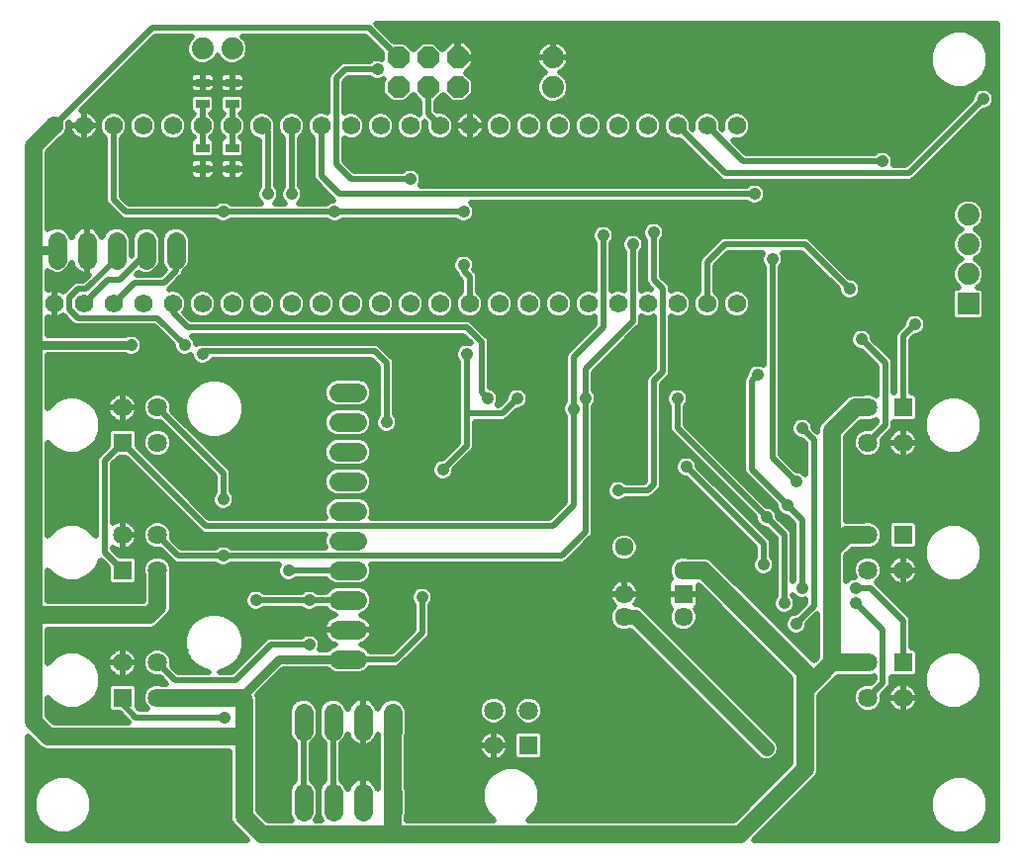
<source format=gbl>
G75*
%MOIN*%
%OFA0B0*%
%FSLAX25Y25*%
%IPPOS*%
%LPD*%
%AMOC8*
5,1,8,0,0,1.08239X$1,22.5*
%
%ADD10R,0.06416X0.06416*%
%ADD11C,0.06416*%
%ADD12C,0.06200*%
%ADD13OC8,0.07200*%
%ADD14C,0.06337*%
%ADD15C,0.06400*%
%ADD16C,0.07400*%
%ADD17R,0.04724X0.03150*%
%ADD18C,0.06337*%
%ADD19R,0.06337X0.06337*%
%ADD20R,0.07400X0.07400*%
%ADD21C,0.02000*%
%ADD22OC8,0.04165*%
%ADD23OC8,0.06600*%
%ADD24C,0.06000*%
%ADD25C,0.04165*%
%ADD26C,0.03000*%
%ADD27C,0.05000*%
D10*
X0048008Y0073094D03*
X0048008Y0116094D03*
X0048008Y0159094D03*
X0184906Y0057008D03*
X0310992Y0084906D03*
X0310992Y0127906D03*
X0310992Y0170906D03*
D11*
X0299181Y0170906D03*
X0299181Y0159094D03*
X0310992Y0159094D03*
X0299181Y0127906D03*
X0299181Y0116094D03*
X0310992Y0116094D03*
X0299181Y0084906D03*
X0299181Y0073094D03*
X0310992Y0073094D03*
X0184906Y0068819D03*
X0173094Y0068819D03*
X0173094Y0057008D03*
X0059819Y0073094D03*
X0059819Y0084906D03*
X0048008Y0084906D03*
X0059819Y0116094D03*
X0059819Y0127906D03*
X0048008Y0127906D03*
X0059819Y0159094D03*
X0059819Y0170906D03*
X0048008Y0170906D03*
D12*
X0045000Y0206000D03*
X0035000Y0206000D03*
X0025000Y0206000D03*
X0055000Y0206000D03*
X0065000Y0206000D03*
X0075000Y0206000D03*
X0085000Y0206000D03*
X0095000Y0206000D03*
X0105000Y0206000D03*
X0115000Y0206000D03*
X0125000Y0206000D03*
X0135000Y0206000D03*
X0145000Y0206000D03*
X0155000Y0206000D03*
X0165000Y0206000D03*
X0175000Y0206000D03*
X0185000Y0206000D03*
X0195000Y0206000D03*
X0205000Y0206000D03*
X0215000Y0206000D03*
X0225000Y0206000D03*
X0235000Y0206000D03*
X0245000Y0206000D03*
X0255000Y0206000D03*
X0255000Y0266000D03*
X0245000Y0266000D03*
X0235000Y0266000D03*
X0225000Y0266000D03*
X0215000Y0266000D03*
X0205000Y0266000D03*
X0195000Y0266000D03*
X0185000Y0266000D03*
X0175000Y0266000D03*
X0165000Y0266000D03*
X0155000Y0266000D03*
X0145000Y0266000D03*
X0135000Y0266000D03*
X0125000Y0266000D03*
X0115000Y0266000D03*
X0105000Y0266000D03*
X0095000Y0266000D03*
X0085000Y0266000D03*
X0075000Y0266000D03*
X0065000Y0266000D03*
X0055000Y0266000D03*
X0045000Y0266000D03*
X0035000Y0266000D03*
X0025000Y0266000D03*
D13*
X0141000Y0279000D03*
X0151000Y0279000D03*
X0151000Y0289000D03*
X0141000Y0289000D03*
X0161000Y0289000D03*
X0161000Y0279000D03*
D14*
X0066000Y0227169D02*
X0066000Y0220831D01*
X0056000Y0220831D02*
X0056000Y0227169D01*
X0046000Y0227169D02*
X0046000Y0220831D01*
X0036000Y0220831D02*
X0036000Y0227169D01*
X0026000Y0227169D02*
X0026000Y0220831D01*
X0109000Y0068169D02*
X0109000Y0061831D01*
X0119000Y0061831D02*
X0119000Y0068169D01*
X0129000Y0068169D02*
X0129000Y0061831D01*
X0139000Y0061831D02*
X0139000Y0068169D01*
X0139000Y0041169D02*
X0139000Y0034831D01*
X0129000Y0034831D02*
X0129000Y0041169D01*
X0119000Y0041169D02*
X0119000Y0034831D01*
X0109000Y0034831D02*
X0109000Y0041169D01*
D15*
X0120800Y0086000D02*
X0127200Y0086000D01*
X0127200Y0096000D02*
X0120800Y0096000D01*
X0120800Y0106000D02*
X0127200Y0106000D01*
X0127200Y0116000D02*
X0120800Y0116000D01*
X0120800Y0126000D02*
X0127200Y0126000D01*
X0127200Y0136000D02*
X0120800Y0136000D01*
X0120800Y0146000D02*
X0127200Y0146000D01*
X0127200Y0156000D02*
X0120800Y0156000D01*
X0120800Y0166000D02*
X0127200Y0166000D01*
X0127200Y0176000D02*
X0120800Y0176000D01*
D16*
X0193000Y0279000D03*
X0193000Y0289000D03*
X0085000Y0292000D03*
X0075000Y0292000D03*
X0333000Y0236000D03*
X0333000Y0226000D03*
X0333000Y0216000D03*
D17*
X0085000Y0251457D03*
X0085000Y0258543D03*
X0075000Y0258543D03*
X0075000Y0251457D03*
X0075000Y0273457D03*
X0075000Y0280543D03*
X0085000Y0280543D03*
X0085000Y0273457D03*
D18*
X0217035Y0123898D03*
X0217035Y0108150D03*
X0217035Y0100276D03*
X0236996Y0100276D03*
X0236996Y0116024D03*
D19*
X0236996Y0108150D03*
D20*
X0333000Y0206000D03*
D21*
X0016000Y0060212D02*
X0016000Y0025000D01*
X0090212Y0025000D01*
X0084931Y0030281D01*
X0084200Y0032045D01*
X0084200Y0033955D01*
X0084200Y0055200D01*
X0022045Y0055200D01*
X0020281Y0055931D01*
X0016000Y0060212D01*
X0016000Y0058972D02*
X0017240Y0058972D01*
X0016000Y0056973D02*
X0019239Y0056973D01*
X0016000Y0054975D02*
X0084200Y0054975D01*
X0084200Y0052976D02*
X0016000Y0052976D01*
X0016000Y0050978D02*
X0084200Y0050978D01*
X0084200Y0048979D02*
X0016000Y0048979D01*
X0016000Y0046981D02*
X0084200Y0046981D01*
X0084200Y0044982D02*
X0034027Y0044982D01*
X0033611Y0045398D02*
X0029970Y0046906D01*
X0026030Y0046906D01*
X0022389Y0045398D01*
X0019602Y0042611D01*
X0018094Y0038970D01*
X0018094Y0035030D01*
X0019602Y0031389D01*
X0022389Y0028602D01*
X0026030Y0027094D01*
X0029970Y0027094D01*
X0033611Y0028602D01*
X0036398Y0031389D01*
X0037906Y0035030D01*
X0037906Y0038970D01*
X0036398Y0042611D01*
X0033611Y0045398D01*
X0036026Y0042984D02*
X0084200Y0042984D01*
X0084200Y0040985D02*
X0037071Y0040985D01*
X0037899Y0038987D02*
X0084200Y0038987D01*
X0084200Y0036988D02*
X0037906Y0036988D01*
X0037889Y0034990D02*
X0084200Y0034990D01*
X0084200Y0032991D02*
X0037062Y0032991D01*
X0036002Y0030993D02*
X0084636Y0030993D01*
X0086218Y0028994D02*
X0034003Y0028994D01*
X0021997Y0028994D02*
X0016000Y0028994D01*
X0016000Y0026996D02*
X0088216Y0026996D01*
X0095797Y0032991D02*
X0104384Y0032991D01*
X0104031Y0033843D02*
X0104788Y0032017D01*
X0105005Y0031800D01*
X0096988Y0031800D01*
X0093800Y0034988D01*
X0093800Y0072955D01*
X0093400Y0073922D01*
X0102178Y0082700D01*
X0117029Y0082700D01*
X0117968Y0081761D01*
X0119805Y0081000D01*
X0128195Y0081000D01*
X0130032Y0081761D01*
X0131439Y0083168D01*
X0131452Y0083200D01*
X0140557Y0083200D01*
X0141586Y0083626D01*
X0151374Y0093414D01*
X0151800Y0094443D01*
X0151800Y0104309D01*
X0152292Y0104801D01*
X0152883Y0106228D01*
X0152883Y0107772D01*
X0152292Y0109199D01*
X0151199Y0110292D01*
X0149772Y0110883D01*
X0148228Y0110883D01*
X0146801Y0110292D01*
X0145708Y0109199D01*
X0145117Y0107772D01*
X0145117Y0106228D01*
X0145708Y0104801D01*
X0146200Y0104309D01*
X0146200Y0096160D01*
X0138840Y0088800D01*
X0131452Y0088800D01*
X0131439Y0088832D01*
X0130032Y0090239D01*
X0128382Y0090922D01*
X0128418Y0090928D01*
X0129196Y0091181D01*
X0129925Y0091553D01*
X0130588Y0092034D01*
X0131166Y0092612D01*
X0131647Y0093275D01*
X0132019Y0094004D01*
X0132272Y0094782D01*
X0132400Y0095591D01*
X0132400Y0096000D01*
X0132400Y0096409D01*
X0132272Y0097218D01*
X0132019Y0097996D01*
X0131647Y0098725D01*
X0131166Y0099388D01*
X0130588Y0099966D01*
X0129925Y0100447D01*
X0129196Y0100819D01*
X0128418Y0101072D01*
X0128382Y0101078D01*
X0130032Y0101761D01*
X0131439Y0103168D01*
X0132200Y0105005D01*
X0132200Y0106995D01*
X0131439Y0108832D01*
X0130032Y0110239D01*
X0128195Y0111000D01*
X0130032Y0111761D01*
X0131439Y0113168D01*
X0132200Y0115005D01*
X0132200Y0116995D01*
X0131701Y0118200D01*
X0196557Y0118200D01*
X0197586Y0118626D01*
X0198374Y0119414D01*
X0205586Y0126626D01*
X0206374Y0127414D01*
X0206800Y0128443D01*
X0206800Y0171309D01*
X0207292Y0171801D01*
X0207883Y0173228D01*
X0207883Y0174772D01*
X0207292Y0176199D01*
X0206800Y0176691D01*
X0206800Y0182840D01*
X0221586Y0197626D01*
X0222374Y0198414D01*
X0222800Y0199443D01*
X0222800Y0201608D01*
X0224025Y0201100D01*
X0225975Y0201100D01*
X0227200Y0201608D01*
X0227200Y0184160D01*
X0225414Y0182374D01*
X0224626Y0181586D01*
X0224200Y0180557D01*
X0224200Y0146160D01*
X0223840Y0145800D01*
X0217691Y0145800D01*
X0217199Y0146292D01*
X0215772Y0146883D01*
X0214228Y0146883D01*
X0212801Y0146292D01*
X0211708Y0145199D01*
X0211117Y0143772D01*
X0211117Y0142228D01*
X0211708Y0140801D01*
X0212801Y0139708D01*
X0214228Y0139117D01*
X0215772Y0139117D01*
X0217199Y0139708D01*
X0217691Y0140200D01*
X0225557Y0140200D01*
X0226586Y0140626D01*
X0227374Y0141414D01*
X0229374Y0143414D01*
X0229800Y0144443D01*
X0229800Y0178840D01*
X0232374Y0181414D01*
X0232800Y0182443D01*
X0232800Y0201608D01*
X0234025Y0201100D01*
X0235975Y0201100D01*
X0237776Y0201846D01*
X0239154Y0203224D01*
X0239900Y0205025D01*
X0239900Y0206975D01*
X0239154Y0208776D01*
X0237776Y0210154D01*
X0235975Y0210900D01*
X0234025Y0210900D01*
X0232800Y0210392D01*
X0232800Y0211557D01*
X0232374Y0212586D01*
X0229800Y0215160D01*
X0229800Y0227309D01*
X0230292Y0227801D01*
X0230883Y0229228D01*
X0230883Y0230772D01*
X0230292Y0232199D01*
X0229199Y0233292D01*
X0227772Y0233883D01*
X0226228Y0233883D01*
X0224801Y0233292D01*
X0223708Y0232199D01*
X0223117Y0230772D01*
X0223117Y0229228D01*
X0223708Y0227801D01*
X0224200Y0227309D01*
X0224200Y0213443D01*
X0224626Y0212414D01*
X0226257Y0210783D01*
X0225975Y0210900D01*
X0224025Y0210900D01*
X0222800Y0210392D01*
X0222800Y0223309D01*
X0223292Y0223801D01*
X0223883Y0225228D01*
X0223883Y0226772D01*
X0223292Y0228199D01*
X0222199Y0229292D01*
X0220772Y0229883D01*
X0219228Y0229883D01*
X0217801Y0229292D01*
X0216708Y0228199D01*
X0216117Y0226772D01*
X0216117Y0225228D01*
X0216708Y0223801D01*
X0217200Y0223309D01*
X0217200Y0210392D01*
X0215975Y0210900D01*
X0214025Y0210900D01*
X0212800Y0210392D01*
X0212800Y0226309D01*
X0213292Y0226801D01*
X0213883Y0228228D01*
X0213883Y0229772D01*
X0213292Y0231199D01*
X0212199Y0232292D01*
X0210772Y0232883D01*
X0209228Y0232883D01*
X0207801Y0232292D01*
X0206708Y0231199D01*
X0206117Y0229772D01*
X0206117Y0228228D01*
X0206708Y0226801D01*
X0207200Y0226309D01*
X0207200Y0210392D01*
X0205975Y0210900D01*
X0204025Y0210900D01*
X0202224Y0210154D01*
X0200846Y0208776D01*
X0200100Y0206975D01*
X0200100Y0205025D01*
X0200846Y0203224D01*
X0202224Y0201846D01*
X0204025Y0201100D01*
X0205975Y0201100D01*
X0207200Y0201608D01*
X0207200Y0199160D01*
X0198414Y0190374D01*
X0197626Y0189586D01*
X0197200Y0188557D01*
X0197200Y0173191D01*
X0196708Y0172699D01*
X0196117Y0171272D01*
X0196117Y0169728D01*
X0196708Y0168301D01*
X0197200Y0167809D01*
X0197200Y0139160D01*
X0191840Y0133800D01*
X0131701Y0133800D01*
X0132200Y0135005D01*
X0132200Y0136995D01*
X0131439Y0138832D01*
X0130032Y0140239D01*
X0128195Y0141000D01*
X0130032Y0141761D01*
X0131439Y0143168D01*
X0132200Y0145005D01*
X0132200Y0146995D01*
X0131439Y0148832D01*
X0130032Y0150239D01*
X0128195Y0151000D01*
X0130032Y0151761D01*
X0131439Y0153168D01*
X0132200Y0155005D01*
X0132200Y0156995D01*
X0131439Y0158832D01*
X0130032Y0160239D01*
X0128195Y0161000D01*
X0130032Y0161761D01*
X0131439Y0163168D01*
X0132200Y0165005D01*
X0132200Y0166995D01*
X0131439Y0168832D01*
X0130032Y0170239D01*
X0128195Y0171000D01*
X0130032Y0171761D01*
X0131439Y0173168D01*
X0132200Y0175005D01*
X0132200Y0176995D01*
X0131439Y0178832D01*
X0130032Y0180239D01*
X0128195Y0181000D01*
X0119805Y0181000D01*
X0117968Y0180239D01*
X0116561Y0178832D01*
X0115800Y0176995D01*
X0115800Y0175005D01*
X0116561Y0173168D01*
X0117968Y0171761D01*
X0119805Y0171000D01*
X0128195Y0171000D01*
X0119805Y0171000D01*
X0117968Y0170239D01*
X0116561Y0168832D01*
X0115800Y0166995D01*
X0115800Y0165005D01*
X0116561Y0163168D01*
X0117968Y0161761D01*
X0119805Y0161000D01*
X0128195Y0161000D01*
X0119805Y0161000D01*
X0117968Y0160239D01*
X0116561Y0158832D01*
X0115800Y0156995D01*
X0115800Y0155005D01*
X0116561Y0153168D01*
X0117968Y0151761D01*
X0119805Y0151000D01*
X0128195Y0151000D01*
X0119805Y0151000D01*
X0117968Y0150239D01*
X0116561Y0148832D01*
X0115800Y0146995D01*
X0115800Y0145005D01*
X0116561Y0143168D01*
X0117968Y0141761D01*
X0119805Y0141000D01*
X0128195Y0141000D01*
X0119805Y0141000D01*
X0117968Y0140239D01*
X0116561Y0138832D01*
X0115800Y0136995D01*
X0115800Y0135005D01*
X0116299Y0133800D01*
X0077262Y0133800D01*
X0053016Y0158046D01*
X0053016Y0163048D01*
X0051961Y0164102D01*
X0044054Y0164102D01*
X0043000Y0163048D01*
X0043000Y0158046D01*
X0040414Y0155460D01*
X0039626Y0154673D01*
X0039200Y0153644D01*
X0039200Y0127808D01*
X0036611Y0130397D01*
X0032970Y0131905D01*
X0029030Y0131905D01*
X0025389Y0130397D01*
X0022800Y0127808D01*
X0022800Y0159192D01*
X0025389Y0156603D01*
X0029030Y0155094D01*
X0032970Y0155094D01*
X0036611Y0156603D01*
X0039397Y0159389D01*
X0040905Y0163030D01*
X0040905Y0166970D01*
X0039397Y0170611D01*
X0036611Y0173397D01*
X0032970Y0174905D01*
X0029030Y0174905D01*
X0025389Y0173397D01*
X0022800Y0170808D01*
X0022800Y0188700D01*
X0048821Y0188700D01*
X0050228Y0188117D01*
X0051772Y0188117D01*
X0053199Y0188708D01*
X0054292Y0189801D01*
X0054883Y0191228D01*
X0054883Y0192772D01*
X0054292Y0194199D01*
X0053199Y0195292D01*
X0051772Y0195883D01*
X0050228Y0195883D01*
X0048821Y0195300D01*
X0022800Y0195300D01*
X0022800Y0201397D01*
X0023042Y0201274D01*
X0023806Y0201026D01*
X0024599Y0200900D01*
X0025000Y0200900D01*
X0025401Y0200900D01*
X0026194Y0201026D01*
X0026958Y0201274D01*
X0027673Y0201638D01*
X0028136Y0201975D01*
X0028514Y0201597D01*
X0030597Y0199514D01*
X0031384Y0198726D01*
X0032413Y0198300D01*
X0058740Y0198300D01*
X0065117Y0191923D01*
X0065117Y0191228D01*
X0065708Y0189801D01*
X0066801Y0188708D01*
X0068228Y0188117D01*
X0069772Y0188117D01*
X0071117Y0188674D01*
X0071117Y0188228D01*
X0071708Y0186801D01*
X0072801Y0185708D01*
X0074228Y0185117D01*
X0075772Y0185117D01*
X0077199Y0185708D01*
X0078292Y0186801D01*
X0078457Y0187200D01*
X0131840Y0187200D01*
X0134200Y0184840D01*
X0134200Y0168691D01*
X0133708Y0168199D01*
X0133117Y0166772D01*
X0133117Y0165228D01*
X0133708Y0163801D01*
X0134801Y0162708D01*
X0136228Y0162117D01*
X0137772Y0162117D01*
X0139199Y0162708D01*
X0140292Y0163801D01*
X0140883Y0165228D01*
X0140883Y0166772D01*
X0140292Y0168199D01*
X0139800Y0168691D01*
X0139800Y0186557D01*
X0139374Y0187586D01*
X0138586Y0188374D01*
X0134586Y0192374D01*
X0133557Y0192800D01*
X0075972Y0192800D01*
X0075772Y0192883D01*
X0074228Y0192883D01*
X0072883Y0192326D01*
X0072883Y0192772D01*
X0072292Y0194199D01*
X0071291Y0195200D01*
X0162840Y0195200D01*
X0165430Y0192610D01*
X0164772Y0192883D01*
X0163228Y0192883D01*
X0161801Y0192292D01*
X0160708Y0191199D01*
X0160117Y0189772D01*
X0160117Y0188228D01*
X0160708Y0186801D01*
X0161200Y0186309D01*
X0161200Y0159160D01*
X0155923Y0153883D01*
X0155228Y0153883D01*
X0153801Y0153292D01*
X0152708Y0152199D01*
X0152117Y0150772D01*
X0152117Y0149228D01*
X0152708Y0147801D01*
X0153801Y0146708D01*
X0155228Y0146117D01*
X0156772Y0146117D01*
X0158199Y0146708D01*
X0159292Y0147801D01*
X0159883Y0149228D01*
X0159883Y0149923D01*
X0165586Y0155626D01*
X0166374Y0156414D01*
X0166800Y0157443D01*
X0166800Y0166200D01*
X0176557Y0166200D01*
X0177586Y0166626D01*
X0178374Y0167414D01*
X0181077Y0170117D01*
X0181772Y0170117D01*
X0183199Y0170708D01*
X0184292Y0171801D01*
X0184883Y0173228D01*
X0184883Y0174772D01*
X0184292Y0176199D01*
X0183199Y0177292D01*
X0181772Y0177883D01*
X0180228Y0177883D01*
X0178801Y0177292D01*
X0177708Y0176199D01*
X0177117Y0174772D01*
X0177117Y0174077D01*
X0174840Y0171800D01*
X0174291Y0171800D01*
X0174292Y0171801D01*
X0174883Y0173228D01*
X0174883Y0174772D01*
X0174292Y0176199D01*
X0173199Y0177292D01*
X0171800Y0177871D01*
X0171800Y0193557D01*
X0171374Y0194586D01*
X0170586Y0195374D01*
X0165586Y0200374D01*
X0164557Y0200800D01*
X0071160Y0200800D01*
X0068945Y0203015D01*
X0069154Y0203224D01*
X0069900Y0205025D01*
X0069900Y0206975D01*
X0069154Y0208776D01*
X0067776Y0210154D01*
X0065975Y0210900D01*
X0064025Y0210900D01*
X0063743Y0210783D01*
X0067586Y0214626D01*
X0068374Y0215414D01*
X0068800Y0216443D01*
X0068800Y0216613D01*
X0068814Y0216619D01*
X0070212Y0218017D01*
X0070968Y0219843D01*
X0070968Y0228157D01*
X0070212Y0229983D01*
X0068814Y0231381D01*
X0066988Y0232137D01*
X0065012Y0232137D01*
X0063186Y0231381D01*
X0061788Y0229983D01*
X0061031Y0228157D01*
X0061031Y0219843D01*
X0061788Y0218017D01*
X0062423Y0217382D01*
X0060840Y0215800D01*
X0052760Y0215800D01*
X0053464Y0216504D01*
X0055012Y0215863D01*
X0056988Y0215863D01*
X0058814Y0216619D01*
X0060212Y0218017D01*
X0060968Y0219843D01*
X0060968Y0228157D01*
X0060212Y0229983D01*
X0058814Y0231381D01*
X0056988Y0232137D01*
X0055012Y0232137D01*
X0053186Y0231381D01*
X0051788Y0229983D01*
X0051031Y0228157D01*
X0051031Y0221991D01*
X0050968Y0221928D01*
X0050968Y0228157D01*
X0050212Y0229983D01*
X0048814Y0231381D01*
X0046988Y0232137D01*
X0045012Y0232137D01*
X0043186Y0231381D01*
X0041788Y0229983D01*
X0041064Y0228235D01*
X0041041Y0228379D01*
X0040790Y0229153D01*
X0040420Y0229877D01*
X0039942Y0230536D01*
X0039367Y0231111D01*
X0038709Y0231589D01*
X0037984Y0231958D01*
X0037210Y0232210D01*
X0036407Y0232337D01*
X0036000Y0232337D01*
X0036000Y0224000D01*
X0036000Y0224000D01*
X0036000Y0215663D01*
X0036407Y0215663D01*
X0036807Y0215726D01*
X0034780Y0213700D01*
X0032413Y0213700D01*
X0031384Y0213274D01*
X0030597Y0212486D01*
X0028136Y0210025D01*
X0027673Y0210362D01*
X0026958Y0210726D01*
X0026194Y0210974D01*
X0025401Y0211100D01*
X0025000Y0211100D01*
X0025000Y0206000D01*
X0025000Y0206000D01*
X0025000Y0211100D01*
X0024599Y0211100D01*
X0023806Y0210974D01*
X0023042Y0210726D01*
X0022800Y0210603D01*
X0022800Y0217005D01*
X0023186Y0216619D01*
X0025012Y0215863D01*
X0026988Y0215863D01*
X0028814Y0216619D01*
X0030212Y0218017D01*
X0030936Y0219765D01*
X0030959Y0219621D01*
X0031210Y0218847D01*
X0031580Y0218123D01*
X0032058Y0217464D01*
X0032633Y0216889D01*
X0033291Y0216411D01*
X0034016Y0216042D01*
X0034790Y0215790D01*
X0035593Y0215663D01*
X0036000Y0215663D01*
X0036000Y0224000D01*
X0036000Y0224000D01*
X0036000Y0232337D01*
X0035593Y0232337D01*
X0034790Y0232210D01*
X0034016Y0231958D01*
X0033291Y0231589D01*
X0032633Y0231111D01*
X0032058Y0230536D01*
X0031580Y0229877D01*
X0031210Y0229153D01*
X0030959Y0228379D01*
X0030936Y0228235D01*
X0030212Y0229983D01*
X0028814Y0231381D01*
X0026988Y0232137D01*
X0025012Y0232137D01*
X0023186Y0231381D01*
X0022800Y0230995D01*
X0022800Y0257012D01*
X0027534Y0261746D01*
X0027776Y0261846D01*
X0029154Y0263224D01*
X0029900Y0265025D01*
X0029900Y0266940D01*
X0030001Y0267042D01*
X0029900Y0266401D01*
X0029900Y0266000D01*
X0035000Y0266000D01*
X0035000Y0266000D01*
X0035000Y0271100D01*
X0035401Y0271100D01*
X0036194Y0270974D01*
X0036958Y0270726D01*
X0037673Y0270362D01*
X0038322Y0269890D01*
X0038890Y0269322D01*
X0039362Y0268673D01*
X0039726Y0267958D01*
X0039974Y0267194D01*
X0040100Y0266401D01*
X0040100Y0266000D01*
X0035000Y0266000D01*
X0035000Y0266000D01*
X0035000Y0271100D01*
X0034599Y0271100D01*
X0033958Y0270999D01*
X0059160Y0296200D01*
X0071422Y0296200D01*
X0070337Y0295115D01*
X0069500Y0293094D01*
X0069500Y0290906D01*
X0070337Y0288884D01*
X0071884Y0287337D01*
X0073906Y0286500D01*
X0076094Y0286500D01*
X0078115Y0287337D01*
X0079663Y0288884D01*
X0080000Y0289699D01*
X0080337Y0288884D01*
X0081884Y0287337D01*
X0083906Y0286500D01*
X0086094Y0286500D01*
X0088115Y0287337D01*
X0089663Y0288884D01*
X0090500Y0290906D01*
X0090500Y0293094D01*
X0089663Y0295115D01*
X0088578Y0296200D01*
X0129840Y0296200D01*
X0135600Y0290440D01*
X0135600Y0288540D01*
X0134772Y0288883D01*
X0133228Y0288883D01*
X0131801Y0288292D01*
X0131309Y0287800D01*
X0122443Y0287800D01*
X0121414Y0287374D01*
X0120626Y0286586D01*
X0117626Y0283586D01*
X0117200Y0282557D01*
X0117200Y0270392D01*
X0115975Y0270900D01*
X0114025Y0270900D01*
X0112224Y0270154D01*
X0110846Y0268776D01*
X0110100Y0266975D01*
X0110100Y0265025D01*
X0110846Y0263224D01*
X0112200Y0261870D01*
X0112200Y0248443D01*
X0112626Y0247414D01*
X0113414Y0246626D01*
X0119158Y0240883D01*
X0118728Y0240883D01*
X0117301Y0240292D01*
X0116809Y0239800D01*
X0107291Y0239800D01*
X0108292Y0240801D01*
X0108883Y0242228D01*
X0108883Y0243772D01*
X0108292Y0245199D01*
X0107800Y0245691D01*
X0107800Y0261870D01*
X0109154Y0263224D01*
X0109900Y0265025D01*
X0109900Y0266975D01*
X0109154Y0268776D01*
X0107776Y0270154D01*
X0105975Y0270900D01*
X0104025Y0270900D01*
X0102224Y0270154D01*
X0100846Y0268776D01*
X0100100Y0266975D01*
X0100100Y0265025D01*
X0100846Y0263224D01*
X0102200Y0261870D01*
X0102200Y0245691D01*
X0101708Y0245199D01*
X0101117Y0243772D01*
X0101117Y0242228D01*
X0101708Y0240801D01*
X0102709Y0239800D01*
X0099291Y0239800D01*
X0100292Y0240801D01*
X0100883Y0242228D01*
X0100883Y0243772D01*
X0100292Y0245199D01*
X0099800Y0245691D01*
X0099800Y0264557D01*
X0099753Y0264670D01*
X0099900Y0265025D01*
X0099900Y0266975D01*
X0099154Y0268776D01*
X0097776Y0270154D01*
X0095975Y0270900D01*
X0094025Y0270900D01*
X0092224Y0270154D01*
X0090846Y0268776D01*
X0090100Y0266975D01*
X0090100Y0265025D01*
X0090846Y0263224D01*
X0092224Y0261846D01*
X0094025Y0261100D01*
X0094200Y0261100D01*
X0094200Y0245691D01*
X0093708Y0245199D01*
X0093117Y0243772D01*
X0093117Y0242228D01*
X0093708Y0240801D01*
X0094709Y0239800D01*
X0084691Y0239800D01*
X0084199Y0240292D01*
X0082772Y0240883D01*
X0081228Y0240883D01*
X0079801Y0240292D01*
X0079309Y0239800D01*
X0050160Y0239800D01*
X0047800Y0242160D01*
X0047800Y0261870D01*
X0049154Y0263224D01*
X0049900Y0265025D01*
X0049900Y0266975D01*
X0049154Y0268776D01*
X0047776Y0270154D01*
X0045975Y0270900D01*
X0044025Y0270900D01*
X0042224Y0270154D01*
X0040846Y0268776D01*
X0040100Y0266975D01*
X0040100Y0265025D01*
X0040846Y0263224D01*
X0042200Y0261870D01*
X0042200Y0240443D01*
X0042626Y0239414D01*
X0046626Y0235414D01*
X0047414Y0234626D01*
X0048443Y0234200D01*
X0079309Y0234200D01*
X0079801Y0233708D01*
X0081228Y0233117D01*
X0082772Y0233117D01*
X0084199Y0233708D01*
X0084691Y0234200D01*
X0116809Y0234200D01*
X0117301Y0233708D01*
X0118728Y0233117D01*
X0120272Y0233117D01*
X0121699Y0233708D01*
X0122191Y0234200D01*
X0160309Y0234200D01*
X0160801Y0233708D01*
X0162228Y0233117D01*
X0163772Y0233117D01*
X0165199Y0233708D01*
X0166292Y0234801D01*
X0166883Y0236228D01*
X0166883Y0237772D01*
X0166292Y0239199D01*
X0165291Y0240200D01*
X0258309Y0240200D01*
X0258801Y0239708D01*
X0260228Y0239117D01*
X0261772Y0239117D01*
X0263199Y0239708D01*
X0264292Y0240801D01*
X0264883Y0242228D01*
X0264883Y0243772D01*
X0264292Y0245199D01*
X0263199Y0246292D01*
X0261772Y0246883D01*
X0260228Y0246883D01*
X0258801Y0246292D01*
X0258309Y0245800D01*
X0148291Y0245800D01*
X0148292Y0245801D01*
X0148883Y0247228D01*
X0148883Y0248772D01*
X0148292Y0250199D01*
X0147199Y0251292D01*
X0145772Y0251883D01*
X0144228Y0251883D01*
X0142801Y0251292D01*
X0142309Y0250800D01*
X0126160Y0250800D01*
X0122800Y0254160D01*
X0122800Y0261608D01*
X0124025Y0261100D01*
X0125975Y0261100D01*
X0127776Y0261846D01*
X0129154Y0263224D01*
X0129900Y0265025D01*
X0129900Y0266975D01*
X0129154Y0268776D01*
X0127776Y0270154D01*
X0125975Y0270900D01*
X0124025Y0270900D01*
X0122800Y0270392D01*
X0122800Y0280840D01*
X0124160Y0282200D01*
X0131309Y0282200D01*
X0131801Y0281708D01*
X0133228Y0281117D01*
X0134772Y0281117D01*
X0135981Y0281618D01*
X0135600Y0281237D01*
X0135600Y0276763D01*
X0138763Y0273600D01*
X0143237Y0273600D01*
X0146000Y0276363D01*
X0148200Y0274163D01*
X0148200Y0269730D01*
X0147776Y0270154D01*
X0145975Y0270900D01*
X0144025Y0270900D01*
X0142224Y0270154D01*
X0140846Y0268776D01*
X0140100Y0266975D01*
X0140100Y0265025D01*
X0140846Y0263224D01*
X0142224Y0261846D01*
X0144025Y0261100D01*
X0145975Y0261100D01*
X0147776Y0261846D01*
X0149154Y0263224D01*
X0149900Y0265025D01*
X0149900Y0266975D01*
X0149783Y0267257D01*
X0150100Y0266940D01*
X0150100Y0265025D01*
X0150846Y0263224D01*
X0152224Y0261846D01*
X0154025Y0261100D01*
X0155975Y0261100D01*
X0157776Y0261846D01*
X0159154Y0263224D01*
X0159900Y0265025D01*
X0159900Y0266975D01*
X0159154Y0268776D01*
X0157776Y0270154D01*
X0155975Y0270900D01*
X0154060Y0270900D01*
X0153800Y0271160D01*
X0153800Y0274163D01*
X0156000Y0276363D01*
X0158763Y0273600D01*
X0163237Y0273600D01*
X0166400Y0276763D01*
X0166400Y0281237D01*
X0163778Y0283859D01*
X0166600Y0286680D01*
X0166600Y0288819D01*
X0161181Y0288819D01*
X0161181Y0289181D01*
X0160819Y0289181D01*
X0160819Y0294600D01*
X0158680Y0294600D01*
X0155859Y0291778D01*
X0153237Y0294400D01*
X0148763Y0294400D01*
X0146000Y0291637D01*
X0143237Y0294400D01*
X0139560Y0294400D01*
X0133495Y0300465D01*
X0342646Y0300465D01*
X0342646Y0025000D01*
X0260788Y0025000D01*
X0282069Y0046281D01*
X0282800Y0048045D01*
X0282800Y0073868D01*
X0289037Y0080106D01*
X0297683Y0080106D01*
X0298185Y0079898D01*
X0300177Y0079898D01*
X0301389Y0080400D01*
X0301389Y0079262D01*
X0300214Y0078087D01*
X0300177Y0078102D01*
X0298185Y0078102D01*
X0296344Y0077340D01*
X0294936Y0075931D01*
X0294173Y0074091D01*
X0294173Y0072098D01*
X0294936Y0070258D01*
X0296344Y0068849D01*
X0298185Y0068087D01*
X0300177Y0068087D01*
X0302018Y0068849D01*
X0303427Y0070258D01*
X0304189Y0072098D01*
X0304189Y0074091D01*
X0304174Y0074127D01*
X0305775Y0075729D01*
X0306563Y0076516D01*
X0306989Y0077545D01*
X0306989Y0079947D01*
X0307039Y0079898D01*
X0314946Y0079898D01*
X0316000Y0080952D01*
X0316000Y0088859D01*
X0314946Y0089913D01*
X0313792Y0089913D01*
X0313792Y0099565D01*
X0313366Y0100594D01*
X0302374Y0111586D01*
X0302064Y0111895D01*
X0303427Y0113258D01*
X0304189Y0115098D01*
X0304189Y0117091D01*
X0303427Y0118931D01*
X0302018Y0120340D01*
X0300177Y0121102D01*
X0298185Y0121102D01*
X0296344Y0120340D01*
X0294936Y0118931D01*
X0294173Y0117091D01*
X0294173Y0115098D01*
X0294677Y0113883D01*
X0294228Y0113883D01*
X0292801Y0113292D01*
X0291849Y0112340D01*
X0291849Y0112906D01*
X0291800Y0113024D01*
X0291800Y0121012D01*
X0292219Y0121431D01*
X0293988Y0123200D01*
X0297455Y0123200D01*
X0298185Y0122898D01*
X0300177Y0122898D01*
X0302018Y0123660D01*
X0303427Y0125069D01*
X0304189Y0126909D01*
X0304189Y0128902D01*
X0303427Y0130742D01*
X0302018Y0132151D01*
X0300177Y0132913D01*
X0298185Y0132913D01*
X0297911Y0132800D01*
X0291800Y0132800D01*
X0291800Y0161012D01*
X0296894Y0166106D01*
X0297683Y0166106D01*
X0298185Y0165898D01*
X0300177Y0165898D01*
X0302018Y0166660D01*
X0302200Y0166842D01*
X0302200Y0166073D01*
X0300214Y0164087D01*
X0300177Y0164102D01*
X0298185Y0164102D01*
X0296344Y0163340D01*
X0294936Y0161931D01*
X0294173Y0160091D01*
X0294173Y0158098D01*
X0294936Y0156258D01*
X0296344Y0154849D01*
X0298185Y0154087D01*
X0300177Y0154087D01*
X0302018Y0154849D01*
X0303427Y0156258D01*
X0304189Y0158098D01*
X0304189Y0160091D01*
X0304174Y0160127D01*
X0306586Y0162540D01*
X0307374Y0163327D01*
X0307800Y0164356D01*
X0307800Y0165898D01*
X0314946Y0165898D01*
X0316000Y0166952D01*
X0316000Y0174859D01*
X0314946Y0175913D01*
X0313792Y0175913D01*
X0313792Y0193832D01*
X0315077Y0195117D01*
X0315772Y0195117D01*
X0317199Y0195708D01*
X0318292Y0196801D01*
X0318883Y0198228D01*
X0318883Y0199772D01*
X0318292Y0201199D01*
X0317199Y0202292D01*
X0315772Y0202883D01*
X0314228Y0202883D01*
X0312801Y0202292D01*
X0311708Y0201199D01*
X0311117Y0199772D01*
X0311117Y0199077D01*
X0308618Y0196578D01*
X0308192Y0195549D01*
X0308192Y0175913D01*
X0307800Y0175913D01*
X0307800Y0186557D01*
X0307374Y0187586D01*
X0300883Y0194077D01*
X0300883Y0194772D01*
X0300292Y0196199D01*
X0299199Y0197292D01*
X0297772Y0197883D01*
X0296228Y0197883D01*
X0294801Y0197292D01*
X0293708Y0196199D01*
X0293117Y0194772D01*
X0293117Y0193228D01*
X0293708Y0191801D01*
X0294801Y0190708D01*
X0296228Y0190117D01*
X0296923Y0190117D01*
X0302200Y0184840D01*
X0302200Y0174969D01*
X0302018Y0175151D01*
X0300177Y0175913D01*
X0298185Y0175913D01*
X0297683Y0175705D01*
X0296183Y0175705D01*
X0295955Y0175800D01*
X0294045Y0175800D01*
X0292281Y0175069D01*
X0290931Y0173719D01*
X0284281Y0167069D01*
X0282931Y0165719D01*
X0282200Y0163955D01*
X0282200Y0162760D01*
X0280883Y0164077D01*
X0280883Y0164772D01*
X0280292Y0166199D01*
X0279199Y0167292D01*
X0277772Y0167883D01*
X0276228Y0167883D01*
X0274801Y0167292D01*
X0273708Y0166199D01*
X0273117Y0164772D01*
X0273117Y0163228D01*
X0273708Y0161801D01*
X0274801Y0160708D01*
X0276228Y0160117D01*
X0276923Y0160117D01*
X0278200Y0158840D01*
X0278200Y0148291D01*
X0277199Y0149292D01*
X0275772Y0149883D01*
X0275077Y0149883D01*
X0269800Y0155160D01*
X0269800Y0218309D01*
X0270292Y0218801D01*
X0270883Y0220228D01*
X0270883Y0221772D01*
X0270292Y0223199D01*
X0270291Y0223200D01*
X0276840Y0223200D01*
X0289117Y0210923D01*
X0289117Y0210228D01*
X0289708Y0208801D01*
X0290801Y0207708D01*
X0292228Y0207117D01*
X0293772Y0207117D01*
X0295199Y0207708D01*
X0296292Y0208801D01*
X0296883Y0210228D01*
X0296883Y0211772D01*
X0296292Y0213199D01*
X0295199Y0214292D01*
X0293772Y0214883D01*
X0293077Y0214883D01*
X0279586Y0228374D01*
X0278557Y0228800D01*
X0250443Y0228800D01*
X0249414Y0228374D01*
X0248626Y0227586D01*
X0243414Y0222374D01*
X0242626Y0221586D01*
X0242200Y0220557D01*
X0242200Y0210130D01*
X0240846Y0208776D01*
X0240100Y0206975D01*
X0240100Y0205025D01*
X0240846Y0203224D01*
X0242224Y0201846D01*
X0244025Y0201100D01*
X0245975Y0201100D01*
X0247776Y0201846D01*
X0249154Y0203224D01*
X0249900Y0205025D01*
X0249900Y0206975D01*
X0249154Y0208776D01*
X0247800Y0210130D01*
X0247800Y0218840D01*
X0252160Y0223200D01*
X0263709Y0223200D01*
X0263708Y0223199D01*
X0263117Y0221772D01*
X0263117Y0220228D01*
X0263708Y0218801D01*
X0264200Y0218309D01*
X0264200Y0185291D01*
X0264199Y0185292D01*
X0262772Y0185883D01*
X0261228Y0185883D01*
X0259801Y0185292D01*
X0258708Y0184199D01*
X0258117Y0182772D01*
X0258117Y0182077D01*
X0257626Y0181586D01*
X0257200Y0180557D01*
X0257200Y0149443D01*
X0257626Y0148414D01*
X0258414Y0147626D01*
X0268117Y0137923D01*
X0268117Y0137228D01*
X0268708Y0135801D01*
X0269801Y0134708D01*
X0271228Y0134117D01*
X0271923Y0134117D01*
X0274200Y0131840D01*
X0274200Y0112691D01*
X0273800Y0112291D01*
X0273800Y0128557D01*
X0273374Y0129586D01*
X0268883Y0134077D01*
X0268883Y0134772D01*
X0268292Y0136199D01*
X0267199Y0137292D01*
X0265772Y0137883D01*
X0265077Y0137883D01*
X0237800Y0165160D01*
X0237800Y0171309D01*
X0238292Y0171801D01*
X0238883Y0173228D01*
X0238883Y0174772D01*
X0238292Y0176199D01*
X0237199Y0177292D01*
X0235772Y0177883D01*
X0234228Y0177883D01*
X0232801Y0177292D01*
X0231708Y0176199D01*
X0231117Y0174772D01*
X0231117Y0173228D01*
X0231708Y0171801D01*
X0232200Y0171309D01*
X0232200Y0163443D01*
X0232626Y0162414D01*
X0233414Y0161626D01*
X0261117Y0133923D01*
X0261117Y0133228D01*
X0261708Y0131801D01*
X0262801Y0130708D01*
X0264228Y0130117D01*
X0264923Y0130117D01*
X0268200Y0126840D01*
X0268200Y0107691D01*
X0267708Y0107199D01*
X0267117Y0105772D01*
X0267117Y0104228D01*
X0267708Y0102801D01*
X0268801Y0101708D01*
X0270228Y0101117D01*
X0271772Y0101117D01*
X0273199Y0101708D01*
X0274292Y0102801D01*
X0274883Y0104228D01*
X0274883Y0105772D01*
X0274292Y0107199D01*
X0273800Y0107691D01*
X0273800Y0107709D01*
X0274801Y0106708D01*
X0276228Y0106117D01*
X0277772Y0106117D01*
X0278200Y0106294D01*
X0278200Y0105160D01*
X0274923Y0101883D01*
X0274228Y0101883D01*
X0272801Y0101292D01*
X0271708Y0100199D01*
X0271117Y0098772D01*
X0271117Y0097228D01*
X0271708Y0095801D01*
X0272801Y0094708D01*
X0274228Y0094117D01*
X0275772Y0094117D01*
X0277199Y0094708D01*
X0278292Y0095801D01*
X0278883Y0097228D01*
X0278883Y0097923D01*
X0282249Y0101289D01*
X0282249Y0086894D01*
X0281000Y0085645D01*
X0280719Y0085926D01*
X0246552Y0120093D01*
X0244788Y0120824D01*
X0238391Y0120824D01*
X0237984Y0120992D01*
X0236008Y0120992D01*
X0234182Y0120236D01*
X0232784Y0118838D01*
X0232028Y0117012D01*
X0232028Y0115035D01*
X0232784Y0113209D01*
X0232901Y0113092D01*
X0232600Y0112919D01*
X0232227Y0112546D01*
X0231964Y0112090D01*
X0231828Y0111581D01*
X0231828Y0108150D01*
X0236996Y0108150D01*
X0236996Y0108150D01*
X0242165Y0108150D01*
X0242165Y0110904D01*
X0273200Y0079868D01*
X0273200Y0050988D01*
X0254012Y0031800D01*
X0184808Y0031800D01*
X0187397Y0034389D01*
X0188905Y0038030D01*
X0188905Y0041970D01*
X0187397Y0045611D01*
X0184611Y0048397D01*
X0180970Y0049905D01*
X0177030Y0049905D01*
X0173389Y0048397D01*
X0170603Y0045611D01*
X0169094Y0041970D01*
X0169094Y0038030D01*
X0170603Y0034389D01*
X0173192Y0031800D01*
X0143800Y0031800D01*
X0143800Y0033436D01*
X0143968Y0033843D01*
X0143968Y0042157D01*
X0143800Y0042564D01*
X0143800Y0060436D01*
X0143968Y0060843D01*
X0143968Y0069157D01*
X0143212Y0070983D01*
X0141814Y0072381D01*
X0139988Y0073137D01*
X0138012Y0073137D01*
X0136186Y0072381D01*
X0134788Y0070983D01*
X0134064Y0069235D01*
X0134041Y0069379D01*
X0133790Y0070153D01*
X0133420Y0070877D01*
X0132942Y0071536D01*
X0132367Y0072111D01*
X0131709Y0072589D01*
X0130984Y0072958D01*
X0130210Y0073210D01*
X0129407Y0073337D01*
X0129000Y0073337D01*
X0129000Y0065000D01*
X0129000Y0065000D01*
X0129000Y0073337D01*
X0128593Y0073337D01*
X0127790Y0073210D01*
X0127016Y0072958D01*
X0126291Y0072589D01*
X0125633Y0072111D01*
X0125058Y0071536D01*
X0124580Y0070877D01*
X0124210Y0070153D01*
X0123959Y0069379D01*
X0123936Y0069235D01*
X0123212Y0070983D01*
X0121814Y0072381D01*
X0119988Y0073137D01*
X0118012Y0073137D01*
X0116186Y0072381D01*
X0114788Y0070983D01*
X0114031Y0069157D01*
X0114031Y0060843D01*
X0114788Y0059017D01*
X0116186Y0057619D01*
X0116200Y0057613D01*
X0116200Y0045387D01*
X0116186Y0045381D01*
X0114788Y0043983D01*
X0114031Y0042157D01*
X0114031Y0033843D01*
X0114788Y0032017D01*
X0115005Y0031800D01*
X0112995Y0031800D01*
X0113212Y0032017D01*
X0113968Y0033843D01*
X0113968Y0042157D01*
X0113212Y0043983D01*
X0111814Y0045381D01*
X0111800Y0045387D01*
X0111800Y0057613D01*
X0111814Y0057619D01*
X0113212Y0059017D01*
X0113968Y0060843D01*
X0113968Y0069157D01*
X0113212Y0070983D01*
X0111814Y0072381D01*
X0109988Y0073137D01*
X0108012Y0073137D01*
X0106186Y0072381D01*
X0104788Y0070983D01*
X0104031Y0069157D01*
X0104031Y0060843D01*
X0104788Y0059017D01*
X0106186Y0057619D01*
X0106200Y0057613D01*
X0106200Y0045387D01*
X0106186Y0045381D01*
X0104788Y0043983D01*
X0104031Y0042157D01*
X0104031Y0033843D01*
X0104031Y0034990D02*
X0093800Y0034990D01*
X0093800Y0036988D02*
X0104031Y0036988D01*
X0104031Y0038987D02*
X0093800Y0038987D01*
X0093800Y0040985D02*
X0104031Y0040985D01*
X0104374Y0042984D02*
X0093800Y0042984D01*
X0093800Y0044982D02*
X0105787Y0044982D01*
X0106200Y0046981D02*
X0093800Y0046981D01*
X0093800Y0048979D02*
X0106200Y0048979D01*
X0106200Y0050978D02*
X0093800Y0050978D01*
X0093800Y0052976D02*
X0106200Y0052976D01*
X0106200Y0054975D02*
X0093800Y0054975D01*
X0093800Y0056973D02*
X0106200Y0056973D01*
X0104833Y0058972D02*
X0093800Y0058972D01*
X0093800Y0060970D02*
X0104031Y0060970D01*
X0104031Y0062969D02*
X0093800Y0062969D01*
X0093800Y0064967D02*
X0104031Y0064967D01*
X0104031Y0066966D02*
X0093800Y0066966D01*
X0093800Y0068964D02*
X0104031Y0068964D01*
X0104780Y0070963D02*
X0093800Y0070963D01*
X0093797Y0072961D02*
X0107588Y0072961D01*
X0110412Y0072961D02*
X0117588Y0072961D01*
X0120412Y0072961D02*
X0127025Y0072961D01*
X0129000Y0072961D02*
X0129000Y0072961D01*
X0130975Y0072961D02*
X0137588Y0072961D01*
X0140412Y0072961D02*
X0170155Y0072961D01*
X0170258Y0073064D02*
X0168849Y0071656D01*
X0168087Y0069815D01*
X0168087Y0067823D01*
X0168849Y0065982D01*
X0170258Y0064573D01*
X0172098Y0063811D01*
X0174091Y0063811D01*
X0175931Y0064573D01*
X0177340Y0065982D01*
X0178102Y0067823D01*
X0178102Y0069815D01*
X0177340Y0071656D01*
X0175931Y0073064D01*
X0174091Y0073827D01*
X0172098Y0073827D01*
X0170258Y0073064D01*
X0168562Y0070963D02*
X0143220Y0070963D01*
X0143968Y0068964D02*
X0168087Y0068964D01*
X0168442Y0066966D02*
X0143968Y0066966D01*
X0143968Y0064967D02*
X0169864Y0064967D01*
X0171095Y0061834D02*
X0170365Y0061462D01*
X0169702Y0060980D01*
X0169122Y0060401D01*
X0168640Y0059737D01*
X0168268Y0059007D01*
X0168015Y0058227D01*
X0167887Y0057418D01*
X0167887Y0057012D01*
X0173090Y0057012D01*
X0173090Y0057004D01*
X0167887Y0057004D01*
X0167887Y0056598D01*
X0168015Y0055788D01*
X0168268Y0055009D01*
X0168640Y0054278D01*
X0169122Y0053615D01*
X0169702Y0053036D01*
X0170365Y0052554D01*
X0171095Y0052182D01*
X0171875Y0051928D01*
X0172685Y0051800D01*
X0173091Y0051800D01*
X0173091Y0057004D01*
X0173098Y0057004D01*
X0173098Y0051800D01*
X0173504Y0051800D01*
X0174314Y0051928D01*
X0175094Y0052182D01*
X0175824Y0052554D01*
X0176487Y0053036D01*
X0177067Y0053615D01*
X0177549Y0054278D01*
X0177921Y0055009D01*
X0178174Y0055788D01*
X0178302Y0056598D01*
X0178302Y0057004D01*
X0173098Y0057004D01*
X0173098Y0057012D01*
X0173091Y0057012D01*
X0173091Y0062216D01*
X0172685Y0062216D01*
X0171875Y0062087D01*
X0171095Y0061834D01*
X0169692Y0060970D02*
X0143968Y0060970D01*
X0143968Y0062969D02*
X0251950Y0062969D01*
X0249952Y0064967D02*
X0188136Y0064967D01*
X0187742Y0064573D02*
X0189151Y0065982D01*
X0189913Y0067823D01*
X0189913Y0069815D01*
X0189151Y0071656D01*
X0187742Y0073064D01*
X0185902Y0073827D01*
X0183909Y0073827D01*
X0182069Y0073064D01*
X0180660Y0071656D01*
X0179898Y0069815D01*
X0179898Y0067823D01*
X0180660Y0065982D01*
X0182069Y0064573D01*
X0183909Y0063811D01*
X0185902Y0063811D01*
X0187742Y0064573D01*
X0188859Y0062016D02*
X0180952Y0062016D01*
X0179898Y0060961D01*
X0179898Y0053054D01*
X0180952Y0052000D01*
X0188859Y0052000D01*
X0189913Y0053054D01*
X0189913Y0060961D01*
X0188859Y0062016D01*
X0189904Y0060970D02*
X0253949Y0060970D01*
X0255947Y0058972D02*
X0189913Y0058972D01*
X0189913Y0056973D02*
X0257946Y0056973D01*
X0259944Y0054975D02*
X0189913Y0054975D01*
X0189835Y0052976D02*
X0261943Y0052976D01*
X0262564Y0052355D02*
X0264145Y0051700D01*
X0265855Y0051700D01*
X0267436Y0052355D01*
X0268645Y0053564D01*
X0269300Y0055145D01*
X0269300Y0056855D01*
X0268645Y0058436D01*
X0224370Y0102711D01*
X0223160Y0103921D01*
X0221580Y0104576D01*
X0220771Y0104576D01*
X0220978Y0104783D01*
X0221456Y0105441D01*
X0221825Y0106166D01*
X0222077Y0106939D01*
X0222204Y0107743D01*
X0222204Y0108150D01*
X0222204Y0108556D01*
X0222077Y0109360D01*
X0221825Y0110134D01*
X0221456Y0110858D01*
X0220978Y0111517D01*
X0220402Y0112092D01*
X0219744Y0112570D01*
X0219019Y0112939D01*
X0218246Y0113191D01*
X0217442Y0113318D01*
X0217035Y0113318D01*
X0216629Y0113318D01*
X0215825Y0113191D01*
X0215051Y0112939D01*
X0214327Y0112570D01*
X0213668Y0112092D01*
X0213093Y0111517D01*
X0212615Y0110858D01*
X0212246Y0110134D01*
X0211994Y0109360D01*
X0211867Y0108556D01*
X0211867Y0108150D01*
X0217035Y0108150D01*
X0217035Y0108150D01*
X0217035Y0113318D01*
X0217035Y0108150D01*
X0217035Y0108150D01*
X0211867Y0108150D01*
X0211867Y0107743D01*
X0211994Y0106939D01*
X0212246Y0106166D01*
X0212615Y0105441D01*
X0213093Y0104783D01*
X0213668Y0104207D01*
X0213826Y0104093D01*
X0212823Y0103090D01*
X0212067Y0101264D01*
X0212067Y0099287D01*
X0212823Y0097461D01*
X0214221Y0096063D01*
X0216047Y0095307D01*
X0218024Y0095307D01*
X0219147Y0095772D01*
X0262564Y0052355D01*
X0268057Y0052976D02*
X0273200Y0052976D01*
X0273189Y0050978D02*
X0143800Y0050978D01*
X0143800Y0052976D02*
X0169783Y0052976D01*
X0168285Y0054975D02*
X0143800Y0054975D01*
X0143800Y0056973D02*
X0167887Y0056973D01*
X0168257Y0058972D02*
X0143800Y0058972D01*
X0134200Y0058972D02*
X0133311Y0058972D01*
X0133420Y0059123D02*
X0133790Y0059847D01*
X0134041Y0060621D01*
X0134064Y0060765D01*
X0134200Y0060436D01*
X0134200Y0042564D01*
X0134064Y0042235D01*
X0134041Y0042379D01*
X0133790Y0043153D01*
X0133420Y0043877D01*
X0132942Y0044536D01*
X0132367Y0045111D01*
X0131709Y0045589D01*
X0130984Y0045958D01*
X0130210Y0046210D01*
X0129407Y0046337D01*
X0129000Y0046337D01*
X0129000Y0038000D01*
X0129000Y0038000D01*
X0129000Y0046337D01*
X0128593Y0046337D01*
X0127790Y0046210D01*
X0127016Y0045958D01*
X0126291Y0045589D01*
X0125633Y0045111D01*
X0125058Y0044536D01*
X0124580Y0043877D01*
X0124210Y0043153D01*
X0123959Y0042379D01*
X0123936Y0042235D01*
X0123212Y0043983D01*
X0121814Y0045381D01*
X0121800Y0045387D01*
X0121800Y0057613D01*
X0121814Y0057619D01*
X0123212Y0059017D01*
X0123936Y0060765D01*
X0123959Y0060621D01*
X0124210Y0059847D01*
X0124580Y0059123D01*
X0125058Y0058464D01*
X0125633Y0057889D01*
X0126291Y0057411D01*
X0127016Y0057042D01*
X0127790Y0056790D01*
X0128593Y0056663D01*
X0129000Y0056663D01*
X0129407Y0056663D01*
X0130210Y0056790D01*
X0130984Y0057042D01*
X0131709Y0057411D01*
X0132367Y0057889D01*
X0132942Y0058464D01*
X0133420Y0059123D01*
X0134200Y0056973D02*
X0130773Y0056973D01*
X0129000Y0056973D02*
X0129000Y0056973D01*
X0129000Y0056663D02*
X0129000Y0065000D01*
X0129000Y0065000D01*
X0129000Y0056663D01*
X0127227Y0056973D02*
X0121800Y0056973D01*
X0121800Y0054975D02*
X0134200Y0054975D01*
X0134200Y0052976D02*
X0121800Y0052976D01*
X0121800Y0050978D02*
X0134200Y0050978D01*
X0134200Y0048979D02*
X0121800Y0048979D01*
X0121800Y0046981D02*
X0134200Y0046981D01*
X0134200Y0044982D02*
X0132496Y0044982D01*
X0133845Y0042984D02*
X0134200Y0042984D01*
X0129000Y0042984D02*
X0129000Y0042984D01*
X0129000Y0044982D02*
X0129000Y0044982D01*
X0125504Y0044982D02*
X0122213Y0044982D01*
X0123626Y0042984D02*
X0124155Y0042984D01*
X0129000Y0040985D02*
X0129000Y0040985D01*
X0129000Y0038987D02*
X0129000Y0038987D01*
X0119000Y0038000D02*
X0119000Y0065000D01*
X0114031Y0064967D02*
X0113968Y0064967D01*
X0113968Y0062969D02*
X0114031Y0062969D01*
X0113968Y0060970D02*
X0114031Y0060970D01*
X0114833Y0058972D02*
X0113167Y0058972D01*
X0111800Y0056973D02*
X0116200Y0056973D01*
X0116200Y0054975D02*
X0111800Y0054975D01*
X0111800Y0052976D02*
X0116200Y0052976D01*
X0116200Y0050978D02*
X0111800Y0050978D01*
X0111800Y0048979D02*
X0116200Y0048979D01*
X0116200Y0046981D02*
X0111800Y0046981D01*
X0112213Y0044982D02*
X0115787Y0044982D01*
X0114374Y0042984D02*
X0113626Y0042984D01*
X0113968Y0040985D02*
X0114031Y0040985D01*
X0113968Y0038987D02*
X0114031Y0038987D01*
X0113968Y0036988D02*
X0114031Y0036988D01*
X0113968Y0034990D02*
X0114031Y0034990D01*
X0114384Y0032991D02*
X0113616Y0032991D01*
X0109000Y0038000D02*
X0109000Y0065000D01*
X0113968Y0066966D02*
X0114031Y0066966D01*
X0113968Y0068964D02*
X0114031Y0068964D01*
X0114780Y0070963D02*
X0113220Y0070963D01*
X0123220Y0070963D02*
X0124642Y0070963D01*
X0129000Y0070963D02*
X0129000Y0070963D01*
X0129000Y0068964D02*
X0129000Y0068964D01*
X0129000Y0066966D02*
X0129000Y0066966D01*
X0129000Y0064967D02*
X0129000Y0064967D01*
X0129000Y0062969D02*
X0129000Y0062969D01*
X0129000Y0060970D02*
X0129000Y0060970D01*
X0129000Y0058972D02*
X0129000Y0058972D01*
X0124689Y0058972D02*
X0123167Y0058972D01*
X0133358Y0070963D02*
X0134780Y0070963D01*
X0131225Y0082954D02*
X0231965Y0082954D01*
X0229967Y0084952D02*
X0142912Y0084952D01*
X0144911Y0086951D02*
X0227968Y0086951D01*
X0225969Y0088949D02*
X0146909Y0088949D01*
X0148908Y0090948D02*
X0223971Y0090948D01*
X0221972Y0092946D02*
X0150906Y0092946D01*
X0151800Y0094945D02*
X0219974Y0094945D01*
X0213341Y0096943D02*
X0151800Y0096943D01*
X0151800Y0098942D02*
X0212210Y0098942D01*
X0212067Y0100940D02*
X0151800Y0100940D01*
X0151800Y0102939D02*
X0212761Y0102939D01*
X0212981Y0104937D02*
X0152348Y0104937D01*
X0152883Y0106936D02*
X0211995Y0106936D01*
X0211927Y0108934D02*
X0152401Y0108934D01*
X0149000Y0107000D02*
X0149000Y0095000D01*
X0140000Y0086000D01*
X0124000Y0086000D01*
X0119618Y0090922D02*
X0117968Y0090239D01*
X0117029Y0089300D01*
X0114498Y0089300D01*
X0114883Y0090228D01*
X0114883Y0091772D01*
X0114292Y0093199D01*
X0113199Y0094292D01*
X0111772Y0094883D01*
X0110228Y0094883D01*
X0108801Y0094292D01*
X0108309Y0093800D01*
X0097443Y0093800D01*
X0096414Y0093374D01*
X0084840Y0081800D01*
X0080906Y0081800D01*
X0082899Y0082334D01*
X0085203Y0083664D01*
X0087084Y0085545D01*
X0088414Y0087849D01*
X0089102Y0090418D01*
X0089102Y0093078D01*
X0088414Y0095647D01*
X0087084Y0097951D01*
X0085203Y0099832D01*
X0082899Y0101162D01*
X0080330Y0101850D01*
X0077670Y0101850D01*
X0075101Y0101162D01*
X0072797Y0099832D01*
X0070916Y0097951D01*
X0069586Y0095647D01*
X0068898Y0093078D01*
X0068898Y0090418D01*
X0069586Y0087849D01*
X0070916Y0085545D01*
X0072797Y0083664D01*
X0075101Y0082334D01*
X0077094Y0081800D01*
X0066884Y0081800D01*
X0064812Y0083873D01*
X0064827Y0083909D01*
X0064827Y0085902D01*
X0064064Y0087742D01*
X0062656Y0089151D01*
X0060815Y0089913D01*
X0058823Y0089913D01*
X0056982Y0089151D01*
X0055573Y0087742D01*
X0054811Y0085902D01*
X0054811Y0083909D01*
X0055573Y0082069D01*
X0056982Y0080660D01*
X0058823Y0079898D01*
X0060815Y0079898D01*
X0060852Y0079913D01*
X0062870Y0077894D01*
X0061317Y0077894D01*
X0060815Y0078102D01*
X0058823Y0078102D01*
X0056982Y0077340D01*
X0055573Y0075931D01*
X0054811Y0074091D01*
X0054811Y0072098D01*
X0055573Y0070258D01*
X0056531Y0069300D01*
X0053660Y0069300D01*
X0053016Y0069944D01*
X0053016Y0077048D01*
X0051961Y0078102D01*
X0044054Y0078102D01*
X0043000Y0077048D01*
X0043000Y0069141D01*
X0044054Y0068087D01*
X0046954Y0068087D01*
X0050240Y0064800D01*
X0024988Y0064800D01*
X0022800Y0066988D01*
X0022800Y0073192D01*
X0025389Y0070603D01*
X0029030Y0069094D01*
X0032970Y0069094D01*
X0036611Y0070603D01*
X0039397Y0073389D01*
X0040905Y0077030D01*
X0040905Y0080970D01*
X0039397Y0084611D01*
X0036611Y0087397D01*
X0032970Y0088905D01*
X0029030Y0088905D01*
X0025389Y0087397D01*
X0022800Y0084808D01*
X0022800Y0096200D01*
X0057955Y0096200D01*
X0059719Y0096931D01*
X0063888Y0101100D01*
X0064619Y0102864D01*
X0064619Y0114597D01*
X0064827Y0115098D01*
X0064827Y0117091D01*
X0064064Y0118931D01*
X0062656Y0120340D01*
X0060815Y0121102D01*
X0058823Y0121102D01*
X0056982Y0120340D01*
X0055573Y0118931D01*
X0054811Y0117091D01*
X0054811Y0115098D01*
X0055019Y0114597D01*
X0055019Y0105807D01*
X0055012Y0105800D01*
X0022800Y0105800D01*
X0022800Y0116192D01*
X0025389Y0113603D01*
X0029030Y0112094D01*
X0032970Y0112094D01*
X0036611Y0113603D01*
X0039397Y0116389D01*
X0040673Y0119469D01*
X0043000Y0117143D01*
X0043000Y0112141D01*
X0044054Y0111087D01*
X0051961Y0111087D01*
X0053016Y0112141D01*
X0053016Y0120048D01*
X0051961Y0121102D01*
X0046960Y0121102D01*
X0044800Y0123262D01*
X0044800Y0123799D01*
X0045278Y0123451D01*
X0046009Y0123079D01*
X0046788Y0122826D01*
X0047598Y0122698D01*
X0048004Y0122698D01*
X0048004Y0127901D01*
X0048012Y0127901D01*
X0048012Y0122698D01*
X0048418Y0122698D01*
X0049227Y0122826D01*
X0050007Y0123079D01*
X0050737Y0123451D01*
X0051401Y0123933D01*
X0051980Y0124513D01*
X0052462Y0125176D01*
X0052834Y0125906D01*
X0053087Y0126686D01*
X0053216Y0127496D01*
X0053216Y0127902D01*
X0048012Y0127902D01*
X0048012Y0127909D01*
X0053216Y0127909D01*
X0053216Y0128315D01*
X0053087Y0129125D01*
X0052834Y0129905D01*
X0052462Y0130635D01*
X0051980Y0131298D01*
X0051401Y0131878D01*
X0050737Y0132360D01*
X0050007Y0132732D01*
X0049227Y0132985D01*
X0048418Y0133113D01*
X0048012Y0133113D01*
X0048012Y0127910D01*
X0048004Y0127910D01*
X0048004Y0133113D01*
X0047598Y0133113D01*
X0046788Y0132985D01*
X0046009Y0132732D01*
X0045278Y0132360D01*
X0044800Y0132012D01*
X0044800Y0151927D01*
X0046960Y0154087D01*
X0049056Y0154087D01*
X0074516Y0128626D01*
X0075545Y0128200D01*
X0116299Y0128200D01*
X0115800Y0126995D01*
X0115800Y0125005D01*
X0116299Y0123800D01*
X0084691Y0123800D01*
X0084199Y0124292D01*
X0082772Y0124883D01*
X0081228Y0124883D01*
X0079801Y0124292D01*
X0079309Y0123800D01*
X0067884Y0123800D01*
X0064812Y0126873D01*
X0064827Y0126909D01*
X0064827Y0128902D01*
X0064064Y0130742D01*
X0062656Y0132151D01*
X0060815Y0132913D01*
X0058823Y0132913D01*
X0056982Y0132151D01*
X0055573Y0130742D01*
X0054811Y0128902D01*
X0054811Y0126909D01*
X0055573Y0125069D01*
X0056982Y0123660D01*
X0058823Y0122898D01*
X0060815Y0122898D01*
X0060852Y0122913D01*
X0064351Y0119414D01*
X0065138Y0118626D01*
X0066167Y0118200D01*
X0079309Y0118200D01*
X0079801Y0117708D01*
X0081228Y0117117D01*
X0082772Y0117117D01*
X0084199Y0117708D01*
X0084691Y0118200D01*
X0100709Y0118200D01*
X0100708Y0118199D01*
X0100117Y0116772D01*
X0100117Y0115228D01*
X0100708Y0113801D01*
X0101801Y0112708D01*
X0103228Y0112117D01*
X0104772Y0112117D01*
X0106199Y0112708D01*
X0106691Y0113200D01*
X0116548Y0113200D01*
X0116561Y0113168D01*
X0117968Y0111761D01*
X0119805Y0111000D01*
X0128195Y0111000D01*
X0119805Y0111000D01*
X0117968Y0110239D01*
X0116561Y0108832D01*
X0116548Y0108800D01*
X0113691Y0108800D01*
X0113199Y0109292D01*
X0111772Y0109883D01*
X0110228Y0109883D01*
X0108801Y0109292D01*
X0108309Y0108800D01*
X0095691Y0108800D01*
X0095199Y0109292D01*
X0093772Y0109883D01*
X0092228Y0109883D01*
X0090801Y0109292D01*
X0089708Y0108199D01*
X0089117Y0106772D01*
X0089117Y0105228D01*
X0089708Y0103801D01*
X0090801Y0102708D01*
X0092228Y0102117D01*
X0093772Y0102117D01*
X0095199Y0102708D01*
X0095691Y0103200D01*
X0108309Y0103200D01*
X0108801Y0102708D01*
X0110228Y0102117D01*
X0111772Y0102117D01*
X0113199Y0102708D01*
X0113691Y0103200D01*
X0116548Y0103200D01*
X0116561Y0103168D01*
X0117968Y0101761D01*
X0119618Y0101078D01*
X0119582Y0101072D01*
X0118804Y0100819D01*
X0118075Y0100447D01*
X0117412Y0099966D01*
X0116834Y0099388D01*
X0116353Y0098725D01*
X0115981Y0097996D01*
X0115728Y0097218D01*
X0115600Y0096409D01*
X0115600Y0096000D01*
X0124000Y0096000D01*
X0132400Y0096000D01*
X0124000Y0096000D01*
X0124000Y0096000D01*
X0124000Y0096000D01*
X0115600Y0096000D01*
X0115600Y0095591D01*
X0115728Y0094782D01*
X0115981Y0094004D01*
X0116353Y0093275D01*
X0116834Y0092612D01*
X0117412Y0092034D01*
X0118075Y0091553D01*
X0118804Y0091181D01*
X0119582Y0090928D01*
X0119618Y0090922D01*
X0119521Y0090948D02*
X0114883Y0090948D01*
X0114396Y0092946D02*
X0116591Y0092946D01*
X0115702Y0094945D02*
X0088602Y0094945D01*
X0089102Y0092946D02*
X0095987Y0092946D01*
X0098000Y0091000D02*
X0086000Y0079000D01*
X0065724Y0079000D01*
X0059819Y0084906D01*
X0054811Y0084952D02*
X0053216Y0084952D01*
X0053216Y0084909D02*
X0053216Y0085315D01*
X0053087Y0086125D01*
X0052834Y0086905D01*
X0052462Y0087635D01*
X0051980Y0088298D01*
X0051401Y0088878D01*
X0050737Y0089360D01*
X0050007Y0089732D01*
X0049227Y0089985D01*
X0048418Y0090113D01*
X0048012Y0090113D01*
X0048012Y0084910D01*
X0048004Y0084910D01*
X0048004Y0090113D01*
X0047598Y0090113D01*
X0046788Y0089985D01*
X0046009Y0089732D01*
X0045278Y0089360D01*
X0044615Y0088878D01*
X0044036Y0088298D01*
X0043554Y0087635D01*
X0043182Y0086905D01*
X0042928Y0086125D01*
X0042800Y0085315D01*
X0042800Y0084909D01*
X0048004Y0084909D01*
X0048004Y0084902D01*
X0042800Y0084902D01*
X0042800Y0084496D01*
X0042928Y0083686D01*
X0043182Y0082906D01*
X0043554Y0082176D01*
X0044036Y0081513D01*
X0044615Y0080933D01*
X0045278Y0080451D01*
X0046009Y0080079D01*
X0046788Y0079826D01*
X0047598Y0079698D01*
X0048004Y0079698D01*
X0048004Y0084901D01*
X0048012Y0084901D01*
X0048012Y0079698D01*
X0048418Y0079698D01*
X0049227Y0079826D01*
X0050007Y0080079D01*
X0050737Y0080451D01*
X0051401Y0080933D01*
X0051980Y0081513D01*
X0052462Y0082176D01*
X0052834Y0082906D01*
X0053087Y0083686D01*
X0053216Y0084496D01*
X0053216Y0084902D01*
X0048012Y0084902D01*
X0048012Y0084909D01*
X0053216Y0084909D01*
X0052850Y0082954D02*
X0055207Y0082954D01*
X0056687Y0080955D02*
X0051423Y0080955D01*
X0048012Y0080955D02*
X0048004Y0080955D01*
X0048004Y0082954D02*
X0048012Y0082954D01*
X0048004Y0084952D02*
X0048012Y0084952D01*
X0048004Y0086951D02*
X0048012Y0086951D01*
X0048004Y0088949D02*
X0048012Y0088949D01*
X0051302Y0088949D02*
X0056781Y0088949D01*
X0055246Y0086951D02*
X0052811Y0086951D01*
X0044714Y0088949D02*
X0022800Y0088949D01*
X0022800Y0086951D02*
X0024942Y0086951D01*
X0022944Y0084952D02*
X0022800Y0084952D01*
X0022800Y0090948D02*
X0068898Y0090948D01*
X0068898Y0092946D02*
X0022800Y0092946D01*
X0022800Y0094945D02*
X0069398Y0094945D01*
X0070334Y0096943D02*
X0059732Y0096943D01*
X0061730Y0098942D02*
X0071907Y0098942D01*
X0074717Y0100940D02*
X0063729Y0100940D01*
X0064619Y0102939D02*
X0090570Y0102939D01*
X0089238Y0104937D02*
X0064619Y0104937D01*
X0064619Y0106936D02*
X0089185Y0106936D01*
X0090444Y0108934D02*
X0064619Y0108934D01*
X0064619Y0110933D02*
X0119644Y0110933D01*
X0116797Y0112932D02*
X0106422Y0112932D01*
X0104000Y0116000D02*
X0124000Y0116000D01*
X0128356Y0110933D02*
X0212669Y0110933D01*
X0215036Y0112932D02*
X0131203Y0112932D01*
X0132169Y0114930D02*
X0232071Y0114930D01*
X0232028Y0116929D02*
X0132200Y0116929D01*
X0131337Y0108934D02*
X0145599Y0108934D01*
X0145117Y0106936D02*
X0132200Y0106936D01*
X0132172Y0104937D02*
X0145652Y0104937D01*
X0146200Y0102939D02*
X0131210Y0102939D01*
X0128822Y0100940D02*
X0146200Y0100940D01*
X0146200Y0098942D02*
X0131490Y0098942D01*
X0132315Y0096943D02*
X0146200Y0096943D01*
X0144985Y0094945D02*
X0132298Y0094945D01*
X0131409Y0092946D02*
X0142987Y0092946D01*
X0140988Y0090948D02*
X0128479Y0090948D01*
X0131322Y0088949D02*
X0138990Y0088949D01*
X0124000Y0106000D02*
X0111000Y0106000D01*
X0093000Y0106000D01*
X0095556Y0108934D02*
X0108444Y0108934D01*
X0113556Y0108934D02*
X0116663Y0108934D01*
X0116790Y0102939D02*
X0113430Y0102939D01*
X0108570Y0102939D02*
X0095430Y0102939D01*
X0087666Y0096943D02*
X0115685Y0096943D01*
X0116510Y0098942D02*
X0086093Y0098942D01*
X0083283Y0100940D02*
X0119178Y0100940D01*
X0111000Y0091000D02*
X0098000Y0091000D01*
X0093988Y0090948D02*
X0089102Y0090948D01*
X0088709Y0088949D02*
X0091990Y0088949D01*
X0089991Y0086951D02*
X0087896Y0086951D01*
X0087993Y0084952D02*
X0086491Y0084952D01*
X0085994Y0082954D02*
X0083973Y0082954D01*
X0094438Y0074960D02*
X0239959Y0074960D01*
X0237961Y0076958D02*
X0096436Y0076958D01*
X0098435Y0078957D02*
X0235962Y0078957D01*
X0233964Y0080955D02*
X0100433Y0080955D01*
X0082500Y0066500D02*
X0052500Y0066500D01*
X0048008Y0070992D01*
X0048008Y0073094D01*
X0053016Y0072961D02*
X0054811Y0072961D01*
X0055171Y0074960D02*
X0053016Y0074960D01*
X0053016Y0076958D02*
X0056601Y0076958D01*
X0061808Y0078957D02*
X0040905Y0078957D01*
X0040905Y0080955D02*
X0044593Y0080955D01*
X0043166Y0082954D02*
X0040084Y0082954D01*
X0039056Y0084952D02*
X0042800Y0084952D01*
X0043205Y0086951D02*
X0037058Y0086951D01*
X0040876Y0076958D02*
X0043000Y0076958D01*
X0043000Y0074960D02*
X0040048Y0074960D01*
X0038970Y0072961D02*
X0043000Y0072961D01*
X0043000Y0070963D02*
X0036971Y0070963D01*
X0043177Y0068964D02*
X0022800Y0068964D01*
X0022822Y0066966D02*
X0048074Y0066966D01*
X0050073Y0064967D02*
X0024821Y0064967D01*
X0025029Y0070963D02*
X0022800Y0070963D01*
X0022800Y0072961D02*
X0023030Y0072961D01*
X0053016Y0070963D02*
X0055281Y0070963D01*
X0065730Y0082954D02*
X0074027Y0082954D01*
X0071509Y0084952D02*
X0064827Y0084952D01*
X0064392Y0086951D02*
X0070104Y0086951D01*
X0069291Y0088949D02*
X0062857Y0088949D01*
X0055019Y0106936D02*
X0022800Y0106936D01*
X0022800Y0108934D02*
X0055019Y0108934D01*
X0055019Y0110933D02*
X0022800Y0110933D01*
X0022800Y0112932D02*
X0027009Y0112932D01*
X0024061Y0114930D02*
X0022800Y0114930D01*
X0034991Y0112932D02*
X0043000Y0112932D01*
X0043000Y0114930D02*
X0037939Y0114930D01*
X0039621Y0116929D02*
X0043000Y0116929D01*
X0041216Y0118927D02*
X0040449Y0118927D01*
X0042000Y0122102D02*
X0042000Y0153087D01*
X0048008Y0159094D01*
X0076102Y0131000D01*
X0193000Y0131000D01*
X0200000Y0138000D01*
X0200000Y0170500D01*
X0200000Y0188000D01*
X0210000Y0198000D01*
X0210000Y0229000D01*
X0213883Y0228845D02*
X0217354Y0228845D01*
X0216148Y0226847D02*
X0213311Y0226847D01*
X0212800Y0224848D02*
X0216275Y0224848D01*
X0217200Y0222850D02*
X0212800Y0222850D01*
X0212800Y0220851D02*
X0217200Y0220851D01*
X0217200Y0218853D02*
X0212800Y0218853D01*
X0212800Y0216854D02*
X0217200Y0216854D01*
X0217200Y0214856D02*
X0212800Y0214856D01*
X0212800Y0212857D02*
X0217200Y0212857D01*
X0217200Y0210859D02*
X0216075Y0210859D01*
X0213925Y0210859D02*
X0212800Y0210859D01*
X0207200Y0210859D02*
X0206075Y0210859D01*
X0203925Y0210859D02*
X0196075Y0210859D01*
X0195975Y0210900D02*
X0194025Y0210900D01*
X0192224Y0210154D01*
X0190846Y0208776D01*
X0190100Y0206975D01*
X0190100Y0205025D01*
X0190846Y0203224D01*
X0192224Y0201846D01*
X0194025Y0201100D01*
X0195975Y0201100D01*
X0197776Y0201846D01*
X0199154Y0203224D01*
X0199900Y0205025D01*
X0199900Y0206975D01*
X0199154Y0208776D01*
X0197776Y0210154D01*
X0195975Y0210900D01*
X0193925Y0210859D02*
X0186075Y0210859D01*
X0185975Y0210900D02*
X0184025Y0210900D01*
X0182224Y0210154D01*
X0180846Y0208776D01*
X0180100Y0206975D01*
X0180100Y0205025D01*
X0180846Y0203224D01*
X0182224Y0201846D01*
X0184025Y0201100D01*
X0185975Y0201100D01*
X0187776Y0201846D01*
X0189154Y0203224D01*
X0189900Y0205025D01*
X0189900Y0206975D01*
X0189154Y0208776D01*
X0187776Y0210154D01*
X0185975Y0210900D01*
X0183925Y0210859D02*
X0176075Y0210859D01*
X0175975Y0210900D02*
X0174025Y0210900D01*
X0172224Y0210154D01*
X0170846Y0208776D01*
X0170100Y0206975D01*
X0170100Y0205025D01*
X0170846Y0203224D01*
X0172224Y0201846D01*
X0174025Y0201100D01*
X0175975Y0201100D01*
X0177776Y0201846D01*
X0179154Y0203224D01*
X0179900Y0205025D01*
X0179900Y0206975D01*
X0179154Y0208776D01*
X0177776Y0210154D01*
X0175975Y0210900D01*
X0173925Y0210859D02*
X0167800Y0210859D01*
X0167800Y0210130D02*
X0167800Y0215557D01*
X0167374Y0216586D01*
X0166586Y0217374D01*
X0166546Y0217414D01*
X0166883Y0218228D01*
X0166883Y0219772D01*
X0166292Y0221199D01*
X0165199Y0222292D01*
X0163772Y0222883D01*
X0162228Y0222883D01*
X0160801Y0222292D01*
X0159708Y0221199D01*
X0159117Y0219772D01*
X0159117Y0218228D01*
X0159708Y0216801D01*
X0160295Y0216214D01*
X0160626Y0215414D01*
X0162200Y0213840D01*
X0162200Y0210130D01*
X0160846Y0208776D01*
X0160100Y0206975D01*
X0160100Y0205025D01*
X0160846Y0203224D01*
X0162224Y0201846D01*
X0164025Y0201100D01*
X0165975Y0201100D01*
X0167776Y0201846D01*
X0169154Y0203224D01*
X0169900Y0205025D01*
X0169900Y0206975D01*
X0169154Y0208776D01*
X0167800Y0210130D01*
X0169070Y0208860D02*
X0170930Y0208860D01*
X0170100Y0206862D02*
X0169900Y0206862D01*
X0169833Y0204863D02*
X0170167Y0204863D01*
X0171206Y0202865D02*
X0168794Y0202865D01*
X0165000Y0206000D02*
X0165000Y0215000D01*
X0163000Y0217000D01*
X0163000Y0219000D01*
X0166883Y0218853D02*
X0207200Y0218853D01*
X0207200Y0220851D02*
X0166436Y0220851D01*
X0163852Y0222850D02*
X0207200Y0222850D01*
X0207200Y0224848D02*
X0070968Y0224848D01*
X0070968Y0222850D02*
X0162148Y0222850D01*
X0159564Y0220851D02*
X0070968Y0220851D01*
X0070558Y0218853D02*
X0159117Y0218853D01*
X0159686Y0216854D02*
X0069049Y0216854D01*
X0067815Y0214856D02*
X0161185Y0214856D01*
X0162200Y0212857D02*
X0065817Y0212857D01*
X0066075Y0210859D02*
X0073925Y0210859D01*
X0074025Y0210900D02*
X0072224Y0210154D01*
X0070846Y0208776D01*
X0070100Y0206975D01*
X0070100Y0205025D01*
X0070846Y0203224D01*
X0072224Y0201846D01*
X0074025Y0201100D01*
X0075975Y0201100D01*
X0077776Y0201846D01*
X0079154Y0203224D01*
X0079900Y0205025D01*
X0079900Y0206975D01*
X0079154Y0208776D01*
X0077776Y0210154D01*
X0075975Y0210900D01*
X0074025Y0210900D01*
X0076075Y0210859D02*
X0083925Y0210859D01*
X0084025Y0210900D02*
X0082224Y0210154D01*
X0080846Y0208776D01*
X0080100Y0206975D01*
X0080100Y0205025D01*
X0080846Y0203224D01*
X0082224Y0201846D01*
X0084025Y0201100D01*
X0085975Y0201100D01*
X0087776Y0201846D01*
X0089154Y0203224D01*
X0089900Y0205025D01*
X0089900Y0206975D01*
X0089154Y0208776D01*
X0087776Y0210154D01*
X0085975Y0210900D01*
X0084025Y0210900D01*
X0086075Y0210859D02*
X0093925Y0210859D01*
X0094025Y0210900D02*
X0092224Y0210154D01*
X0090846Y0208776D01*
X0090100Y0206975D01*
X0090100Y0205025D01*
X0090846Y0203224D01*
X0092224Y0201846D01*
X0094025Y0201100D01*
X0095975Y0201100D01*
X0097776Y0201846D01*
X0099154Y0203224D01*
X0099900Y0205025D01*
X0099900Y0206975D01*
X0099154Y0208776D01*
X0097776Y0210154D01*
X0095975Y0210900D01*
X0094025Y0210900D01*
X0096075Y0210859D02*
X0103925Y0210859D01*
X0104025Y0210900D02*
X0102224Y0210154D01*
X0100846Y0208776D01*
X0100100Y0206975D01*
X0100100Y0205025D01*
X0100846Y0203224D01*
X0102224Y0201846D01*
X0104025Y0201100D01*
X0105975Y0201100D01*
X0107776Y0201846D01*
X0109154Y0203224D01*
X0109900Y0205025D01*
X0109900Y0206975D01*
X0109154Y0208776D01*
X0107776Y0210154D01*
X0105975Y0210900D01*
X0104025Y0210900D01*
X0106075Y0210859D02*
X0113925Y0210859D01*
X0114025Y0210900D02*
X0112224Y0210154D01*
X0110846Y0208776D01*
X0110100Y0206975D01*
X0110100Y0205025D01*
X0110846Y0203224D01*
X0112224Y0201846D01*
X0114025Y0201100D01*
X0115975Y0201100D01*
X0117776Y0201846D01*
X0119154Y0203224D01*
X0119900Y0205025D01*
X0119900Y0206975D01*
X0119154Y0208776D01*
X0117776Y0210154D01*
X0115975Y0210900D01*
X0114025Y0210900D01*
X0116075Y0210859D02*
X0123925Y0210859D01*
X0124025Y0210900D02*
X0122224Y0210154D01*
X0120846Y0208776D01*
X0120100Y0206975D01*
X0120100Y0205025D01*
X0120846Y0203224D01*
X0122224Y0201846D01*
X0124025Y0201100D01*
X0125975Y0201100D01*
X0127776Y0201846D01*
X0129154Y0203224D01*
X0129900Y0205025D01*
X0129900Y0206975D01*
X0129154Y0208776D01*
X0127776Y0210154D01*
X0125975Y0210900D01*
X0124025Y0210900D01*
X0126075Y0210859D02*
X0133925Y0210859D01*
X0134025Y0210900D02*
X0132224Y0210154D01*
X0130846Y0208776D01*
X0130100Y0206975D01*
X0130100Y0205025D01*
X0130846Y0203224D01*
X0132224Y0201846D01*
X0134025Y0201100D01*
X0135975Y0201100D01*
X0137776Y0201846D01*
X0139154Y0203224D01*
X0139900Y0205025D01*
X0139900Y0206975D01*
X0139154Y0208776D01*
X0137776Y0210154D01*
X0135975Y0210900D01*
X0134025Y0210900D01*
X0136075Y0210859D02*
X0143925Y0210859D01*
X0144025Y0210900D02*
X0142224Y0210154D01*
X0140846Y0208776D01*
X0140100Y0206975D01*
X0140100Y0205025D01*
X0140846Y0203224D01*
X0142224Y0201846D01*
X0144025Y0201100D01*
X0145975Y0201100D01*
X0147776Y0201846D01*
X0149154Y0203224D01*
X0149900Y0205025D01*
X0149900Y0206975D01*
X0149154Y0208776D01*
X0147776Y0210154D01*
X0145975Y0210900D01*
X0144025Y0210900D01*
X0146075Y0210859D02*
X0153925Y0210859D01*
X0154025Y0210900D02*
X0152224Y0210154D01*
X0150846Y0208776D01*
X0150100Y0206975D01*
X0150100Y0205025D01*
X0150846Y0203224D01*
X0152224Y0201846D01*
X0154025Y0201100D01*
X0155975Y0201100D01*
X0157776Y0201846D01*
X0159154Y0203224D01*
X0159900Y0205025D01*
X0159900Y0206975D01*
X0159154Y0208776D01*
X0157776Y0210154D01*
X0155975Y0210900D01*
X0154025Y0210900D01*
X0156075Y0210859D02*
X0162200Y0210859D01*
X0160930Y0208860D02*
X0159070Y0208860D01*
X0159900Y0206862D02*
X0160100Y0206862D01*
X0160167Y0204863D02*
X0159833Y0204863D01*
X0158794Y0202865D02*
X0161206Y0202865D01*
X0164000Y0198000D02*
X0169000Y0193000D01*
X0169000Y0176000D01*
X0171000Y0174000D01*
X0173607Y0176884D02*
X0178393Y0176884D01*
X0177164Y0174885D02*
X0174836Y0174885D01*
X0174741Y0172887D02*
X0175927Y0172887D01*
X0176000Y0169000D02*
X0164000Y0169000D01*
X0164000Y0158000D01*
X0156000Y0150000D01*
X0153411Y0152902D02*
X0131173Y0152902D01*
X0132156Y0154900D02*
X0156940Y0154900D01*
X0158939Y0156899D02*
X0132200Y0156899D01*
X0131374Y0158897D02*
X0160937Y0158897D01*
X0161200Y0160896D02*
X0128446Y0160896D01*
X0131165Y0162894D02*
X0134615Y0162894D01*
X0133256Y0164893D02*
X0132153Y0164893D01*
X0132200Y0166891D02*
X0133167Y0166891D01*
X0134200Y0168890D02*
X0131381Y0168890D01*
X0134200Y0170888D02*
X0128464Y0170888D01*
X0131158Y0172887D02*
X0134200Y0172887D01*
X0134200Y0174885D02*
X0132150Y0174885D01*
X0132200Y0176884D02*
X0134200Y0176884D01*
X0134200Y0178882D02*
X0131389Y0178882D01*
X0134200Y0180881D02*
X0128482Y0180881D01*
X0134200Y0182879D02*
X0022800Y0182879D01*
X0022800Y0180881D02*
X0119518Y0180881D01*
X0116611Y0178882D02*
X0084666Y0178882D01*
X0085203Y0178572D02*
X0082899Y0179902D01*
X0080330Y0180591D01*
X0077670Y0180591D01*
X0075101Y0179902D01*
X0072797Y0178572D01*
X0070916Y0176691D01*
X0069586Y0174388D01*
X0068898Y0171818D01*
X0068898Y0169158D01*
X0069586Y0166589D01*
X0070916Y0164285D01*
X0072797Y0162404D01*
X0075101Y0161074D01*
X0077670Y0160386D01*
X0080330Y0160386D01*
X0082899Y0161074D01*
X0085203Y0162404D01*
X0087084Y0164285D01*
X0088414Y0166589D01*
X0089102Y0169158D01*
X0089102Y0171818D01*
X0088414Y0174388D01*
X0087084Y0176691D01*
X0085203Y0178572D01*
X0086891Y0176884D02*
X0115800Y0176884D01*
X0115850Y0174885D02*
X0088126Y0174885D01*
X0088816Y0172887D02*
X0116842Y0172887D01*
X0119536Y0170888D02*
X0089102Y0170888D01*
X0089030Y0168890D02*
X0116619Y0168890D01*
X0115800Y0166891D02*
X0088495Y0166891D01*
X0087435Y0164893D02*
X0115847Y0164893D01*
X0116835Y0162894D02*
X0085693Y0162894D01*
X0082233Y0160896D02*
X0119554Y0160896D01*
X0116626Y0158897D02*
X0075787Y0158897D01*
X0075767Y0160896D02*
X0073788Y0160896D01*
X0072307Y0162894D02*
X0071790Y0162894D01*
X0070565Y0164893D02*
X0069791Y0164893D01*
X0069505Y0166891D02*
X0067793Y0166891D01*
X0068970Y0168890D02*
X0065794Y0168890D01*
X0064812Y0169873D02*
X0064827Y0169909D01*
X0064827Y0171902D01*
X0064064Y0173742D01*
X0062656Y0175151D01*
X0060815Y0175913D01*
X0058823Y0175913D01*
X0056982Y0175151D01*
X0055573Y0173742D01*
X0054811Y0171902D01*
X0054811Y0169909D01*
X0055573Y0168069D01*
X0056982Y0166660D01*
X0058823Y0165898D01*
X0060815Y0165898D01*
X0060852Y0165913D01*
X0079200Y0147565D01*
X0079200Y0142691D01*
X0078708Y0142199D01*
X0078117Y0140772D01*
X0078117Y0139228D01*
X0078708Y0137801D01*
X0079801Y0136708D01*
X0081228Y0136117D01*
X0082772Y0136117D01*
X0084199Y0136708D01*
X0085292Y0137801D01*
X0085883Y0139228D01*
X0085883Y0140772D01*
X0085292Y0142199D01*
X0084800Y0142691D01*
X0084800Y0149281D01*
X0084374Y0150310D01*
X0064812Y0169873D01*
X0064827Y0170888D02*
X0068898Y0170888D01*
X0069184Y0172887D02*
X0064419Y0172887D01*
X0062921Y0174885D02*
X0069874Y0174885D01*
X0071109Y0176884D02*
X0022800Y0176884D01*
X0022800Y0178882D02*
X0073334Y0178882D01*
X0071677Y0186876D02*
X0022800Y0186876D01*
X0022800Y0184878D02*
X0134162Y0184878D01*
X0132164Y0186876D02*
X0078323Y0186876D01*
X0076000Y0190000D02*
X0075000Y0189000D01*
X0076000Y0190000D02*
X0133000Y0190000D01*
X0137000Y0186000D01*
X0137000Y0166000D01*
X0140744Y0164893D02*
X0161200Y0164893D01*
X0161200Y0166891D02*
X0140833Y0166891D01*
X0139800Y0168890D02*
X0161200Y0168890D01*
X0161200Y0170888D02*
X0139800Y0170888D01*
X0139800Y0172887D02*
X0161200Y0172887D01*
X0161200Y0174885D02*
X0139800Y0174885D01*
X0139800Y0176884D02*
X0161200Y0176884D01*
X0161200Y0178882D02*
X0139800Y0178882D01*
X0139800Y0180881D02*
X0161200Y0180881D01*
X0161200Y0182879D02*
X0139800Y0182879D01*
X0139800Y0184878D02*
X0161200Y0184878D01*
X0160677Y0186876D02*
X0139668Y0186876D01*
X0138085Y0188875D02*
X0160117Y0188875D01*
X0160573Y0190873D02*
X0136086Y0190873D01*
X0138794Y0202865D02*
X0141206Y0202865D01*
X0140167Y0204863D02*
X0139833Y0204863D01*
X0139900Y0206862D02*
X0140100Y0206862D01*
X0140930Y0208860D02*
X0139070Y0208860D01*
X0130930Y0208860D02*
X0129070Y0208860D01*
X0129900Y0206862D02*
X0130100Y0206862D01*
X0130167Y0204863D02*
X0129833Y0204863D01*
X0128794Y0202865D02*
X0131206Y0202865D01*
X0121206Y0202865D02*
X0118794Y0202865D01*
X0119833Y0204863D02*
X0120167Y0204863D01*
X0120100Y0206862D02*
X0119900Y0206862D01*
X0119070Y0208860D02*
X0120930Y0208860D01*
X0110930Y0208860D02*
X0109070Y0208860D01*
X0109900Y0206862D02*
X0110100Y0206862D01*
X0110167Y0204863D02*
X0109833Y0204863D01*
X0108794Y0202865D02*
X0111206Y0202865D01*
X0101206Y0202865D02*
X0098794Y0202865D01*
X0099833Y0204863D02*
X0100167Y0204863D01*
X0100100Y0206862D02*
X0099900Y0206862D01*
X0099070Y0208860D02*
X0100930Y0208860D01*
X0091206Y0202865D02*
X0088794Y0202865D01*
X0089833Y0204863D02*
X0090167Y0204863D01*
X0090100Y0206862D02*
X0089900Y0206862D01*
X0089070Y0208860D02*
X0090930Y0208860D01*
X0080930Y0208860D02*
X0079070Y0208860D01*
X0079900Y0206862D02*
X0080100Y0206862D01*
X0080167Y0204863D02*
X0079833Y0204863D01*
X0078794Y0202865D02*
X0081206Y0202865D01*
X0071206Y0202865D02*
X0069095Y0202865D01*
X0069833Y0204863D02*
X0070167Y0204863D01*
X0070100Y0206862D02*
X0069900Y0206862D01*
X0069070Y0208860D02*
X0070930Y0208860D01*
X0065000Y0206000D02*
X0065000Y0203000D01*
X0070000Y0198000D01*
X0164000Y0198000D01*
X0167092Y0198868D02*
X0206908Y0198868D01*
X0207200Y0200866D02*
X0071094Y0200866D01*
X0071620Y0194870D02*
X0163170Y0194870D01*
X0163202Y0192872D02*
X0075798Y0192872D01*
X0074202Y0192872D02*
X0072841Y0192872D01*
X0069000Y0192000D02*
X0059900Y0201100D01*
X0032970Y0201100D01*
X0030100Y0203970D01*
X0030100Y0208030D01*
X0032970Y0210900D01*
X0035940Y0210900D01*
X0046000Y0220960D01*
X0046000Y0224000D01*
X0050968Y0224848D02*
X0051031Y0224848D01*
X0050968Y0222850D02*
X0051031Y0222850D01*
X0050968Y0226847D02*
X0051031Y0226847D01*
X0051317Y0228845D02*
X0050683Y0228845D01*
X0049351Y0230844D02*
X0052649Y0230844D01*
X0059351Y0230844D02*
X0062649Y0230844D01*
X0061317Y0228845D02*
X0060683Y0228845D01*
X0060968Y0226847D02*
X0061031Y0226847D01*
X0060968Y0224848D02*
X0061031Y0224848D01*
X0060968Y0222850D02*
X0061031Y0222850D01*
X0060968Y0220851D02*
X0061031Y0220851D01*
X0061442Y0218853D02*
X0060558Y0218853D01*
X0061894Y0216854D02*
X0059049Y0216854D01*
X0062000Y0213000D02*
X0052000Y0213000D01*
X0045000Y0206000D01*
X0043000Y0214000D02*
X0035000Y0206000D01*
X0030597Y0199514D02*
X0030597Y0199514D01*
X0031243Y0198868D02*
X0022800Y0198868D01*
X0022800Y0200866D02*
X0029245Y0200866D01*
X0025000Y0200900D02*
X0025000Y0206000D01*
X0025000Y0206000D01*
X0025000Y0200900D01*
X0025000Y0202865D02*
X0025000Y0202865D01*
X0025000Y0204863D02*
X0025000Y0204863D01*
X0025000Y0206862D02*
X0025000Y0206862D01*
X0025000Y0208860D02*
X0025000Y0208860D01*
X0025000Y0210859D02*
X0025000Y0210859D01*
X0026551Y0210859D02*
X0028969Y0210859D01*
X0030968Y0212857D02*
X0022800Y0212857D01*
X0022800Y0210859D02*
X0023449Y0210859D01*
X0022800Y0214856D02*
X0035936Y0214856D01*
X0036000Y0216854D02*
X0036000Y0216854D01*
X0036000Y0218853D02*
X0036000Y0218853D01*
X0036000Y0220851D02*
X0036000Y0220851D01*
X0036000Y0222850D02*
X0036000Y0222850D01*
X0036000Y0224848D02*
X0036000Y0224848D01*
X0036000Y0226847D02*
X0036000Y0226847D01*
X0036000Y0228845D02*
X0036000Y0228845D01*
X0036000Y0230844D02*
X0036000Y0230844D01*
X0039634Y0230844D02*
X0042649Y0230844D01*
X0041317Y0228845D02*
X0040890Y0228845D01*
X0047199Y0234841D02*
X0022800Y0234841D01*
X0022800Y0236839D02*
X0045201Y0236839D01*
X0043202Y0238838D02*
X0022800Y0238838D01*
X0022800Y0240836D02*
X0042200Y0240836D01*
X0042200Y0242835D02*
X0022800Y0242835D01*
X0022800Y0244833D02*
X0042200Y0244833D01*
X0042200Y0246832D02*
X0022800Y0246832D01*
X0022800Y0248830D02*
X0042200Y0248830D01*
X0042200Y0250829D02*
X0022800Y0250829D01*
X0022800Y0252827D02*
X0042200Y0252827D01*
X0042200Y0254826D02*
X0022800Y0254826D01*
X0022800Y0256824D02*
X0042200Y0256824D01*
X0042200Y0258823D02*
X0024611Y0258823D01*
X0026610Y0260821D02*
X0042200Y0260821D01*
X0041250Y0262820D02*
X0038993Y0262820D01*
X0038890Y0262678D02*
X0039362Y0263327D01*
X0039726Y0264042D01*
X0039974Y0264806D01*
X0040100Y0265599D01*
X0040100Y0266000D01*
X0035000Y0266000D01*
X0035000Y0260900D01*
X0035401Y0260900D01*
X0036194Y0261026D01*
X0036958Y0261274D01*
X0037673Y0261638D01*
X0038322Y0262110D01*
X0038890Y0262678D01*
X0039976Y0264818D02*
X0040186Y0264818D01*
X0040100Y0266817D02*
X0040034Y0266817D01*
X0039258Y0268815D02*
X0040886Y0268815D01*
X0043818Y0270814D02*
X0036688Y0270814D01*
X0035000Y0270814D02*
X0035000Y0270814D01*
X0035000Y0268815D02*
X0035000Y0268815D01*
X0035000Y0266817D02*
X0035000Y0266817D01*
X0035000Y0266000D02*
X0035000Y0266000D01*
X0035000Y0266000D01*
X0035000Y0260900D01*
X0034599Y0260900D01*
X0033806Y0261026D01*
X0033042Y0261274D01*
X0032327Y0261638D01*
X0031678Y0262110D01*
X0031110Y0262678D01*
X0030638Y0263327D01*
X0030274Y0264042D01*
X0030026Y0264806D01*
X0029900Y0265599D01*
X0029900Y0266000D01*
X0035000Y0266000D01*
X0035000Y0264818D02*
X0035000Y0264818D01*
X0035000Y0262820D02*
X0035000Y0262820D01*
X0031007Y0262820D02*
X0028750Y0262820D01*
X0029814Y0264818D02*
X0030024Y0264818D01*
X0029966Y0266817D02*
X0029900Y0266817D01*
X0025000Y0266000D02*
X0058000Y0299000D01*
X0131000Y0299000D01*
X0141000Y0289000D01*
X0144839Y0292798D02*
X0147161Y0292798D01*
X0154839Y0292798D02*
X0156878Y0292798D01*
X0160819Y0292798D02*
X0161181Y0292798D01*
X0161181Y0294600D02*
X0161181Y0289181D01*
X0166600Y0289181D01*
X0166600Y0291320D01*
X0163320Y0294600D01*
X0161181Y0294600D01*
X0161181Y0290799D02*
X0160819Y0290799D01*
X0165122Y0292798D02*
X0188737Y0292798D01*
X0188652Y0292713D02*
X0188125Y0291987D01*
X0187718Y0291188D01*
X0187440Y0290335D01*
X0187300Y0289449D01*
X0187300Y0289000D01*
X0193000Y0289000D01*
X0198700Y0289000D01*
X0198700Y0289449D01*
X0198560Y0290335D01*
X0198282Y0291188D01*
X0197875Y0291987D01*
X0197348Y0292713D01*
X0196713Y0293348D01*
X0195987Y0293875D01*
X0195188Y0294282D01*
X0194335Y0294560D01*
X0193449Y0294700D01*
X0193000Y0294700D01*
X0193000Y0289000D01*
X0193000Y0289000D01*
X0193000Y0289000D01*
X0198700Y0289000D01*
X0198700Y0288551D01*
X0198560Y0287665D01*
X0198282Y0286812D01*
X0197875Y0286013D01*
X0197348Y0285287D01*
X0196713Y0284652D01*
X0195987Y0284125D01*
X0195544Y0283899D01*
X0196115Y0283663D01*
X0197663Y0282115D01*
X0198500Y0280094D01*
X0198500Y0277906D01*
X0197663Y0275884D01*
X0196115Y0274337D01*
X0194094Y0273500D01*
X0191906Y0273500D01*
X0189884Y0274337D01*
X0188337Y0275884D01*
X0187500Y0277906D01*
X0187500Y0280094D01*
X0188337Y0282115D01*
X0189884Y0283663D01*
X0190456Y0283899D01*
X0190013Y0284125D01*
X0189287Y0284652D01*
X0188652Y0285287D01*
X0188125Y0286013D01*
X0187718Y0286812D01*
X0187440Y0287665D01*
X0187300Y0288551D01*
X0187300Y0289000D01*
X0193000Y0289000D01*
X0193000Y0289000D01*
X0193000Y0294700D01*
X0192551Y0294700D01*
X0191665Y0294560D01*
X0190812Y0294282D01*
X0190013Y0293875D01*
X0189287Y0293348D01*
X0188652Y0292713D01*
X0187591Y0290799D02*
X0166600Y0290799D01*
X0166600Y0288801D02*
X0187300Y0288801D01*
X0187723Y0286802D02*
X0166600Y0286802D01*
X0164723Y0284803D02*
X0189135Y0284803D01*
X0189027Y0282805D02*
X0164832Y0282805D01*
X0166400Y0280806D02*
X0187795Y0280806D01*
X0187500Y0278808D02*
X0166400Y0278808D01*
X0166400Y0276809D02*
X0187954Y0276809D01*
X0189411Y0274811D02*
X0164448Y0274811D01*
X0164599Y0271100D02*
X0163806Y0270974D01*
X0163042Y0270726D01*
X0162327Y0270362D01*
X0161678Y0269890D01*
X0161110Y0269322D01*
X0160638Y0268673D01*
X0160274Y0267958D01*
X0160026Y0267194D01*
X0159900Y0266401D01*
X0159900Y0266000D01*
X0165000Y0266000D01*
X0165000Y0266000D01*
X0165000Y0271100D01*
X0165401Y0271100D01*
X0166194Y0270974D01*
X0166958Y0270726D01*
X0167673Y0270362D01*
X0168322Y0269890D01*
X0168890Y0269322D01*
X0169362Y0268673D01*
X0169726Y0267958D01*
X0169974Y0267194D01*
X0170100Y0266401D01*
X0170100Y0266000D01*
X0165000Y0266000D01*
X0165000Y0266000D01*
X0165000Y0266000D01*
X0165000Y0271100D01*
X0164599Y0271100D01*
X0165000Y0270814D02*
X0165000Y0270814D01*
X0166688Y0270814D02*
X0173818Y0270814D01*
X0174025Y0270900D02*
X0172224Y0270154D01*
X0170846Y0268776D01*
X0170100Y0266975D01*
X0170100Y0265025D01*
X0170846Y0263224D01*
X0172224Y0261846D01*
X0174025Y0261100D01*
X0175975Y0261100D01*
X0177776Y0261846D01*
X0179154Y0263224D01*
X0179900Y0265025D01*
X0179900Y0266975D01*
X0179154Y0268776D01*
X0177776Y0270154D01*
X0175975Y0270900D01*
X0174025Y0270900D01*
X0176182Y0270814D02*
X0183818Y0270814D01*
X0184025Y0270900D02*
X0182224Y0270154D01*
X0180846Y0268776D01*
X0180100Y0266975D01*
X0180100Y0265025D01*
X0180846Y0263224D01*
X0182224Y0261846D01*
X0184025Y0261100D01*
X0185975Y0261100D01*
X0187776Y0261846D01*
X0189154Y0263224D01*
X0189900Y0265025D01*
X0189900Y0266975D01*
X0189154Y0268776D01*
X0187776Y0270154D01*
X0185975Y0270900D01*
X0184025Y0270900D01*
X0186182Y0270814D02*
X0193818Y0270814D01*
X0194025Y0270900D02*
X0192224Y0270154D01*
X0190846Y0268776D01*
X0190100Y0266975D01*
X0190100Y0265025D01*
X0190846Y0263224D01*
X0192224Y0261846D01*
X0194025Y0261100D01*
X0195975Y0261100D01*
X0197776Y0261846D01*
X0199154Y0263224D01*
X0199900Y0265025D01*
X0199900Y0266975D01*
X0199154Y0268776D01*
X0197776Y0270154D01*
X0195975Y0270900D01*
X0194025Y0270900D01*
X0196182Y0270814D02*
X0203818Y0270814D01*
X0204025Y0270900D02*
X0202224Y0270154D01*
X0200846Y0268776D01*
X0200100Y0266975D01*
X0200100Y0265025D01*
X0200846Y0263224D01*
X0202224Y0261846D01*
X0204025Y0261100D01*
X0205975Y0261100D01*
X0207776Y0261846D01*
X0209154Y0263224D01*
X0209900Y0265025D01*
X0209900Y0266975D01*
X0209154Y0268776D01*
X0207776Y0270154D01*
X0205975Y0270900D01*
X0204025Y0270900D01*
X0206182Y0270814D02*
X0213818Y0270814D01*
X0214025Y0270900D02*
X0212224Y0270154D01*
X0210846Y0268776D01*
X0210100Y0266975D01*
X0210100Y0265025D01*
X0210846Y0263224D01*
X0212224Y0261846D01*
X0214025Y0261100D01*
X0215975Y0261100D01*
X0217776Y0261846D01*
X0219154Y0263224D01*
X0219900Y0265025D01*
X0219900Y0266975D01*
X0219154Y0268776D01*
X0217776Y0270154D01*
X0215975Y0270900D01*
X0214025Y0270900D01*
X0216182Y0270814D02*
X0223818Y0270814D01*
X0224025Y0270900D02*
X0222224Y0270154D01*
X0220846Y0268776D01*
X0220100Y0266975D01*
X0220100Y0265025D01*
X0220846Y0263224D01*
X0222224Y0261846D01*
X0224025Y0261100D01*
X0225975Y0261100D01*
X0227776Y0261846D01*
X0229154Y0263224D01*
X0229900Y0265025D01*
X0229900Y0266975D01*
X0229154Y0268776D01*
X0227776Y0270154D01*
X0225975Y0270900D01*
X0224025Y0270900D01*
X0226182Y0270814D02*
X0233818Y0270814D01*
X0234025Y0270900D02*
X0232224Y0270154D01*
X0230846Y0268776D01*
X0230100Y0266975D01*
X0230100Y0265025D01*
X0230846Y0263224D01*
X0232224Y0261846D01*
X0234025Y0261100D01*
X0235940Y0261100D01*
X0248626Y0248414D01*
X0249414Y0247626D01*
X0250443Y0247200D01*
X0313557Y0247200D01*
X0314586Y0247626D01*
X0315374Y0248414D01*
X0338077Y0271117D01*
X0338772Y0271117D01*
X0340199Y0271708D01*
X0341292Y0272801D01*
X0341883Y0274228D01*
X0341883Y0275772D01*
X0341292Y0277199D01*
X0340199Y0278292D01*
X0338772Y0278883D01*
X0337228Y0278883D01*
X0335801Y0278292D01*
X0334708Y0277199D01*
X0334117Y0275772D01*
X0334117Y0275077D01*
X0311840Y0252800D01*
X0307705Y0252800D01*
X0307883Y0253228D01*
X0307883Y0254772D01*
X0307292Y0256199D01*
X0306199Y0257292D01*
X0304772Y0257883D01*
X0303228Y0257883D01*
X0301801Y0257292D01*
X0301309Y0256800D01*
X0258160Y0256800D01*
X0253743Y0261217D01*
X0254025Y0261100D01*
X0255975Y0261100D01*
X0257776Y0261846D01*
X0259154Y0263224D01*
X0259900Y0265025D01*
X0259900Y0266975D01*
X0259154Y0268776D01*
X0257776Y0270154D01*
X0255975Y0270900D01*
X0254025Y0270900D01*
X0252224Y0270154D01*
X0250846Y0268776D01*
X0250100Y0266975D01*
X0250100Y0265025D01*
X0250217Y0264743D01*
X0249900Y0265060D01*
X0249900Y0266975D01*
X0249154Y0268776D01*
X0247776Y0270154D01*
X0245975Y0270900D01*
X0244025Y0270900D01*
X0242224Y0270154D01*
X0240846Y0268776D01*
X0240100Y0266975D01*
X0240100Y0265025D01*
X0240217Y0264743D01*
X0239900Y0265060D01*
X0239900Y0266975D01*
X0239154Y0268776D01*
X0237776Y0270154D01*
X0235975Y0270900D01*
X0234025Y0270900D01*
X0236182Y0270814D02*
X0243818Y0270814D01*
X0246182Y0270814D02*
X0253818Y0270814D01*
X0256182Y0270814D02*
X0329854Y0270814D01*
X0327856Y0268815D02*
X0259114Y0268815D01*
X0259900Y0266817D02*
X0325857Y0266817D01*
X0323859Y0264818D02*
X0259814Y0264818D01*
X0258750Y0262820D02*
X0321860Y0262820D01*
X0319862Y0260821D02*
X0254138Y0260821D01*
X0256137Y0258823D02*
X0317863Y0258823D01*
X0315865Y0256824D02*
X0306667Y0256824D01*
X0307861Y0254826D02*
X0313866Y0254826D01*
X0311868Y0252827D02*
X0307717Y0252827D01*
X0304000Y0254000D02*
X0257000Y0254000D01*
X0245000Y0266000D01*
X0240186Y0264818D02*
X0240141Y0264818D01*
X0240100Y0266817D02*
X0239900Y0266817D01*
X0239114Y0268815D02*
X0240886Y0268815D01*
X0235000Y0266000D02*
X0251000Y0250000D01*
X0313000Y0250000D01*
X0338000Y0275000D01*
X0341883Y0274811D02*
X0342646Y0274811D01*
X0342646Y0276809D02*
X0341453Y0276809D01*
X0342646Y0278808D02*
X0338953Y0278808D01*
X0337047Y0278808D02*
X0332571Y0278808D01*
X0331970Y0278559D02*
X0335611Y0280067D01*
X0338398Y0282854D01*
X0339906Y0286495D01*
X0339906Y0290435D01*
X0338398Y0294076D01*
X0335611Y0296863D01*
X0331970Y0298371D01*
X0328030Y0298371D01*
X0324389Y0296863D01*
X0321602Y0294076D01*
X0320094Y0290435D01*
X0320094Y0286495D01*
X0321602Y0282854D01*
X0324389Y0280067D01*
X0328030Y0278559D01*
X0331970Y0278559D01*
X0334547Y0276809D02*
X0198046Y0276809D01*
X0198500Y0278808D02*
X0327429Y0278808D01*
X0323649Y0280806D02*
X0198205Y0280806D01*
X0196973Y0282805D02*
X0321651Y0282805D01*
X0320794Y0284803D02*
X0196865Y0284803D01*
X0198277Y0286802D02*
X0320094Y0286802D01*
X0320094Y0288801D02*
X0198700Y0288801D01*
X0198409Y0290799D02*
X0320245Y0290799D01*
X0321072Y0292798D02*
X0197263Y0292798D01*
X0193000Y0292798D02*
X0193000Y0292798D01*
X0193000Y0290799D02*
X0193000Y0290799D01*
X0196589Y0274811D02*
X0333851Y0274811D01*
X0331853Y0272812D02*
X0153800Y0272812D01*
X0154448Y0274811D02*
X0157552Y0274811D01*
X0156182Y0270814D02*
X0163312Y0270814D01*
X0165000Y0268815D02*
X0165000Y0268815D01*
X0165000Y0266817D02*
X0165000Y0266817D01*
X0165000Y0266000D02*
X0159900Y0266000D01*
X0159900Y0265599D01*
X0160026Y0264806D01*
X0160274Y0264042D01*
X0160638Y0263327D01*
X0161110Y0262678D01*
X0161678Y0262110D01*
X0162327Y0261638D01*
X0163042Y0261274D01*
X0163806Y0261026D01*
X0164599Y0260900D01*
X0165000Y0260900D01*
X0165401Y0260900D01*
X0166194Y0261026D01*
X0166958Y0261274D01*
X0167673Y0261638D01*
X0168322Y0262110D01*
X0168890Y0262678D01*
X0169362Y0263327D01*
X0169726Y0264042D01*
X0169974Y0264806D01*
X0170100Y0265599D01*
X0170100Y0266000D01*
X0165000Y0266000D01*
X0165000Y0260900D01*
X0165000Y0266000D01*
X0165000Y0266000D01*
X0165000Y0264818D02*
X0165000Y0264818D01*
X0165000Y0262820D02*
X0165000Y0262820D01*
X0168993Y0262820D02*
X0171250Y0262820D01*
X0170186Y0264818D02*
X0169976Y0264818D01*
X0170034Y0266817D02*
X0170100Y0266817D01*
X0170886Y0268815D02*
X0169258Y0268815D01*
X0160742Y0268815D02*
X0159114Y0268815D01*
X0159900Y0266817D02*
X0159966Y0266817D01*
X0160024Y0264818D02*
X0159814Y0264818D01*
X0158750Y0262820D02*
X0161007Y0262820D01*
X0155000Y0266000D02*
X0151000Y0270000D01*
X0151000Y0279000D01*
X0147552Y0274811D02*
X0144448Y0274811D01*
X0143818Y0270814D02*
X0136182Y0270814D01*
X0135975Y0270900D02*
X0134025Y0270900D01*
X0132224Y0270154D01*
X0130846Y0268776D01*
X0130100Y0266975D01*
X0130100Y0265025D01*
X0130846Y0263224D01*
X0132224Y0261846D01*
X0134025Y0261100D01*
X0135975Y0261100D01*
X0137776Y0261846D01*
X0139154Y0263224D01*
X0139900Y0265025D01*
X0139900Y0266975D01*
X0139154Y0268776D01*
X0137776Y0270154D01*
X0135975Y0270900D01*
X0133818Y0270814D02*
X0126182Y0270814D01*
X0123818Y0270814D02*
X0122800Y0270814D01*
X0122800Y0272812D02*
X0148200Y0272812D01*
X0148200Y0270814D02*
X0146182Y0270814D01*
X0149900Y0266817D02*
X0150100Y0266817D01*
X0150186Y0264818D02*
X0149814Y0264818D01*
X0148750Y0262820D02*
X0151250Y0262820D01*
X0141250Y0262820D02*
X0138750Y0262820D01*
X0139814Y0264818D02*
X0140186Y0264818D01*
X0140100Y0266817D02*
X0139900Y0266817D01*
X0139114Y0268815D02*
X0140886Y0268815D01*
X0137552Y0274811D02*
X0122800Y0274811D01*
X0122800Y0276809D02*
X0135600Y0276809D01*
X0135600Y0278808D02*
X0122800Y0278808D01*
X0122800Y0280806D02*
X0135600Y0280806D01*
X0134000Y0285000D02*
X0123000Y0285000D01*
X0120000Y0282000D01*
X0120000Y0253000D01*
X0125000Y0248000D01*
X0145000Y0248000D01*
X0147662Y0250829D02*
X0246211Y0250829D01*
X0244213Y0252827D02*
X0124132Y0252827D01*
X0122800Y0254826D02*
X0242214Y0254826D01*
X0240216Y0256824D02*
X0122800Y0256824D01*
X0122800Y0258823D02*
X0238217Y0258823D01*
X0236219Y0260821D02*
X0122800Y0260821D01*
X0128750Y0262820D02*
X0131250Y0262820D01*
X0130186Y0264818D02*
X0129814Y0264818D01*
X0129900Y0266817D02*
X0130100Y0266817D01*
X0130886Y0268815D02*
X0129114Y0268815D01*
X0117200Y0270814D02*
X0116182Y0270814D01*
X0117200Y0272812D02*
X0089162Y0272812D01*
X0089162Y0271136D02*
X0089162Y0275777D01*
X0088108Y0276831D01*
X0081892Y0276831D01*
X0080838Y0275777D01*
X0080838Y0271136D01*
X0081892Y0270082D01*
X0082152Y0270082D01*
X0080846Y0268776D01*
X0080100Y0266975D01*
X0080100Y0265025D01*
X0080846Y0263224D01*
X0082152Y0261918D01*
X0081892Y0261918D01*
X0080838Y0260864D01*
X0080838Y0256223D01*
X0081892Y0255169D01*
X0088108Y0255169D01*
X0089162Y0256223D01*
X0089162Y0260864D01*
X0088108Y0261918D01*
X0087848Y0261918D01*
X0089154Y0263224D01*
X0089900Y0265025D01*
X0089900Y0266975D01*
X0089154Y0268776D01*
X0087848Y0270082D01*
X0088108Y0270082D01*
X0089162Y0271136D01*
X0088840Y0270814D02*
X0093818Y0270814D01*
X0096182Y0270814D02*
X0103818Y0270814D01*
X0106182Y0270814D02*
X0113818Y0270814D01*
X0110886Y0268815D02*
X0109114Y0268815D01*
X0109900Y0266817D02*
X0110100Y0266817D01*
X0110186Y0264818D02*
X0109814Y0264818D01*
X0108750Y0262820D02*
X0111250Y0262820D01*
X0112200Y0260821D02*
X0107800Y0260821D01*
X0107800Y0258823D02*
X0112200Y0258823D01*
X0112200Y0256824D02*
X0107800Y0256824D01*
X0107800Y0254826D02*
X0112200Y0254826D01*
X0112200Y0252827D02*
X0107800Y0252827D01*
X0107800Y0250829D02*
X0112200Y0250829D01*
X0112200Y0248830D02*
X0107800Y0248830D01*
X0107800Y0246832D02*
X0113208Y0246832D01*
X0115000Y0249000D02*
X0115000Y0266000D01*
X0117200Y0274811D02*
X0089162Y0274811D01*
X0088130Y0276809D02*
X0117200Y0276809D01*
X0117200Y0278808D02*
X0089362Y0278808D01*
X0089362Y0278705D02*
X0089362Y0280543D01*
X0085000Y0280543D01*
X0085000Y0276969D01*
X0087626Y0276969D01*
X0088134Y0277105D01*
X0088590Y0277368D01*
X0088963Y0277740D01*
X0089226Y0278197D01*
X0089362Y0278705D01*
X0089362Y0280543D02*
X0089362Y0282381D01*
X0089226Y0282890D01*
X0088963Y0283346D01*
X0088590Y0283719D01*
X0088134Y0283982D01*
X0087626Y0284118D01*
X0085000Y0284118D01*
X0085000Y0280543D01*
X0085000Y0280543D01*
X0085000Y0276968D01*
X0082374Y0276969D01*
X0081866Y0277105D01*
X0081410Y0277368D01*
X0081037Y0277740D01*
X0080774Y0278197D01*
X0080638Y0278705D01*
X0080638Y0280543D01*
X0085000Y0280543D01*
X0085000Y0280543D01*
X0085000Y0280543D01*
X0089362Y0280543D01*
X0089362Y0280806D02*
X0117200Y0280806D01*
X0117303Y0282805D02*
X0089249Y0282805D01*
X0085000Y0282805D02*
X0085000Y0282805D01*
X0085000Y0284118D02*
X0082374Y0284118D01*
X0081866Y0283982D01*
X0081410Y0283719D01*
X0081037Y0283346D01*
X0080774Y0282890D01*
X0080638Y0282381D01*
X0080638Y0280543D01*
X0085000Y0280543D01*
X0085000Y0284118D01*
X0086823Y0286802D02*
X0120842Y0286802D01*
X0120626Y0286586D02*
X0120626Y0286586D01*
X0118844Y0284803D02*
X0047763Y0284803D01*
X0045765Y0282805D02*
X0070751Y0282805D01*
X0070774Y0282890D02*
X0070638Y0282381D01*
X0070638Y0280543D01*
X0070638Y0278705D01*
X0070774Y0278197D01*
X0071037Y0277740D01*
X0071410Y0277368D01*
X0071866Y0277105D01*
X0072374Y0276969D01*
X0075000Y0276968D01*
X0075000Y0280543D01*
X0075000Y0276969D01*
X0077626Y0276969D01*
X0078134Y0277105D01*
X0078590Y0277368D01*
X0078963Y0277740D01*
X0079226Y0278197D01*
X0079362Y0278705D01*
X0079362Y0280543D01*
X0075000Y0280543D01*
X0075000Y0280543D01*
X0075000Y0280543D01*
X0070638Y0280543D01*
X0075000Y0280543D01*
X0075000Y0280543D01*
X0079362Y0280543D01*
X0079362Y0282381D01*
X0079226Y0282890D01*
X0078963Y0283346D01*
X0078590Y0283719D01*
X0078134Y0283982D01*
X0077626Y0284118D01*
X0075000Y0284118D01*
X0075000Y0280543D01*
X0075000Y0284118D01*
X0072374Y0284118D01*
X0071866Y0283982D01*
X0071410Y0283719D01*
X0071037Y0283346D01*
X0070774Y0282890D01*
X0070638Y0280806D02*
X0043766Y0280806D01*
X0041768Y0278808D02*
X0070638Y0278808D01*
X0071892Y0276831D02*
X0070838Y0275777D01*
X0070838Y0271136D01*
X0071892Y0270082D01*
X0072152Y0270082D01*
X0070846Y0268776D01*
X0070100Y0266975D01*
X0070100Y0265025D01*
X0070846Y0263224D01*
X0072152Y0261918D01*
X0071892Y0261918D01*
X0070838Y0260864D01*
X0070838Y0256223D01*
X0071892Y0255169D01*
X0078108Y0255169D01*
X0079162Y0256223D01*
X0079162Y0260864D01*
X0078108Y0261918D01*
X0077848Y0261918D01*
X0079154Y0263224D01*
X0079900Y0265025D01*
X0079900Y0266975D01*
X0079154Y0268776D01*
X0077848Y0270082D01*
X0078108Y0270082D01*
X0079162Y0271136D01*
X0079162Y0275777D01*
X0078108Y0276831D01*
X0071892Y0276831D01*
X0071870Y0276809D02*
X0039769Y0276809D01*
X0037771Y0274811D02*
X0070838Y0274811D01*
X0070838Y0272812D02*
X0035772Y0272812D01*
X0045000Y0266000D02*
X0045000Y0241000D01*
X0049000Y0237000D01*
X0082000Y0237000D01*
X0119500Y0237000D01*
X0163000Y0237000D01*
X0166883Y0236839D02*
X0327500Y0236839D01*
X0327500Y0237094D02*
X0327500Y0234906D01*
X0328337Y0232884D01*
X0329884Y0231337D01*
X0330699Y0231000D01*
X0329884Y0230663D01*
X0328337Y0229115D01*
X0327500Y0227094D01*
X0327500Y0224906D01*
X0328337Y0222884D01*
X0329884Y0221337D01*
X0330699Y0221000D01*
X0329884Y0220663D01*
X0328337Y0219115D01*
X0327500Y0217094D01*
X0327500Y0214906D01*
X0328337Y0212884D01*
X0329722Y0211500D01*
X0328554Y0211500D01*
X0327500Y0210446D01*
X0327500Y0201554D01*
X0328554Y0200500D01*
X0337446Y0200500D01*
X0338500Y0201554D01*
X0338500Y0210446D01*
X0337446Y0211500D01*
X0336278Y0211500D01*
X0337663Y0212884D01*
X0338500Y0214906D01*
X0338500Y0217094D01*
X0337663Y0219115D01*
X0336115Y0220663D01*
X0335301Y0221000D01*
X0336115Y0221337D01*
X0337663Y0222884D01*
X0338500Y0224906D01*
X0338500Y0227094D01*
X0337663Y0229115D01*
X0336115Y0230663D01*
X0335301Y0231000D01*
X0336115Y0231337D01*
X0337663Y0232884D01*
X0338500Y0234906D01*
X0338500Y0237094D01*
X0337663Y0239115D01*
X0336115Y0240663D01*
X0334094Y0241500D01*
X0331906Y0241500D01*
X0329884Y0240663D01*
X0328337Y0239115D01*
X0327500Y0237094D01*
X0328222Y0238838D02*
X0166441Y0238838D01*
X0166308Y0234841D02*
X0327527Y0234841D01*
X0328380Y0232842D02*
X0229649Y0232842D01*
X0230853Y0230844D02*
X0330322Y0230844D01*
X0328225Y0228845D02*
X0230724Y0228845D01*
X0229800Y0226847D02*
X0247887Y0226847D01*
X0248626Y0227586D02*
X0248626Y0227586D01*
X0251000Y0226000D02*
X0278000Y0226000D01*
X0293000Y0211000D01*
X0296883Y0210859D02*
X0327913Y0210859D01*
X0327500Y0208860D02*
X0296316Y0208860D01*
X0296433Y0212857D02*
X0328365Y0212857D01*
X0327521Y0214856D02*
X0293838Y0214856D01*
X0291106Y0216854D02*
X0327500Y0216854D01*
X0328228Y0218853D02*
X0289107Y0218853D01*
X0287109Y0220851D02*
X0330340Y0220851D01*
X0328372Y0222850D02*
X0285110Y0222850D01*
X0283112Y0224848D02*
X0327524Y0224848D01*
X0327500Y0226847D02*
X0281113Y0226847D01*
X0277191Y0222850D02*
X0270436Y0222850D01*
X0270883Y0220851D02*
X0279189Y0220851D01*
X0281188Y0218853D02*
X0270313Y0218853D01*
X0269800Y0216854D02*
X0283186Y0216854D01*
X0285185Y0214856D02*
X0269800Y0214856D01*
X0269800Y0212857D02*
X0287183Y0212857D01*
X0289117Y0210859D02*
X0269800Y0210859D01*
X0269800Y0208860D02*
X0289684Y0208860D01*
X0294378Y0196869D02*
X0269800Y0196869D01*
X0269800Y0198868D02*
X0310908Y0198868D01*
X0311570Y0200866D02*
X0269800Y0200866D01*
X0269800Y0202865D02*
X0314184Y0202865D01*
X0315816Y0202865D02*
X0327500Y0202865D01*
X0327500Y0204863D02*
X0269800Y0204863D01*
X0269800Y0206862D02*
X0327500Y0206862D01*
X0328188Y0200866D02*
X0318430Y0200866D01*
X0318883Y0198868D02*
X0342646Y0198868D01*
X0342646Y0200866D02*
X0337812Y0200866D01*
X0338500Y0202865D02*
X0342646Y0202865D01*
X0342646Y0204863D02*
X0338500Y0204863D01*
X0338500Y0206862D02*
X0342646Y0206862D01*
X0342646Y0208860D02*
X0338500Y0208860D01*
X0338087Y0210859D02*
X0342646Y0210859D01*
X0342646Y0212857D02*
X0337635Y0212857D01*
X0338479Y0214856D02*
X0342646Y0214856D01*
X0342646Y0216854D02*
X0338500Y0216854D01*
X0337772Y0218853D02*
X0342646Y0218853D01*
X0342646Y0220851D02*
X0335660Y0220851D01*
X0337628Y0222850D02*
X0342646Y0222850D01*
X0342646Y0224848D02*
X0338476Y0224848D01*
X0338500Y0226847D02*
X0342646Y0226847D01*
X0342646Y0228845D02*
X0337775Y0228845D01*
X0335678Y0230844D02*
X0342646Y0230844D01*
X0342646Y0232842D02*
X0337620Y0232842D01*
X0338473Y0234841D02*
X0342646Y0234841D01*
X0342646Y0236839D02*
X0338500Y0236839D01*
X0337778Y0238838D02*
X0342646Y0238838D01*
X0342646Y0240836D02*
X0335696Y0240836D01*
X0330304Y0240836D02*
X0264306Y0240836D01*
X0264883Y0242835D02*
X0342646Y0242835D01*
X0342646Y0244833D02*
X0264443Y0244833D01*
X0261895Y0246832D02*
X0342646Y0246832D01*
X0342646Y0248830D02*
X0315790Y0248830D01*
X0317789Y0250829D02*
X0342646Y0250829D01*
X0342646Y0252827D02*
X0319787Y0252827D01*
X0321786Y0254826D02*
X0342646Y0254826D01*
X0342646Y0256824D02*
X0323784Y0256824D01*
X0325783Y0258823D02*
X0342646Y0258823D01*
X0342646Y0260821D02*
X0327781Y0260821D01*
X0329780Y0262820D02*
X0342646Y0262820D01*
X0342646Y0264818D02*
X0331778Y0264818D01*
X0333777Y0266817D02*
X0342646Y0266817D01*
X0342646Y0268815D02*
X0335775Y0268815D01*
X0337774Y0270814D02*
X0342646Y0270814D01*
X0342646Y0272812D02*
X0341296Y0272812D01*
X0342646Y0280806D02*
X0336351Y0280806D01*
X0338349Y0282805D02*
X0342646Y0282805D01*
X0342646Y0284803D02*
X0339206Y0284803D01*
X0339906Y0286802D02*
X0342646Y0286802D01*
X0342646Y0288801D02*
X0339906Y0288801D01*
X0339755Y0290799D02*
X0342646Y0290799D01*
X0342646Y0292798D02*
X0338928Y0292798D01*
X0337678Y0294796D02*
X0342646Y0294796D01*
X0342646Y0296795D02*
X0335680Y0296795D01*
X0342646Y0298793D02*
X0135167Y0298793D01*
X0137165Y0296795D02*
X0324320Y0296795D01*
X0322322Y0294796D02*
X0139164Y0294796D01*
X0135241Y0290799D02*
X0090456Y0290799D01*
X0090500Y0292798D02*
X0133243Y0292798D01*
X0131244Y0294796D02*
X0089795Y0294796D01*
X0089579Y0288801D02*
X0133029Y0288801D01*
X0134971Y0288801D02*
X0135600Y0288801D01*
X0105000Y0266000D02*
X0105000Y0243000D01*
X0108883Y0242835D02*
X0117205Y0242835D01*
X0118616Y0240836D02*
X0108306Y0240836D01*
X0108443Y0244833D02*
X0115207Y0244833D01*
X0115000Y0249000D02*
X0121000Y0243000D01*
X0261000Y0243000D01*
X0260105Y0246832D02*
X0148719Y0246832D01*
X0148859Y0248830D02*
X0248210Y0248830D01*
X0258135Y0256824D02*
X0301333Y0256824D01*
X0267000Y0221000D02*
X0267000Y0154000D01*
X0275000Y0146000D01*
X0277586Y0148905D02*
X0278200Y0148905D01*
X0278200Y0150903D02*
X0274057Y0150903D01*
X0272058Y0152902D02*
X0278200Y0152902D01*
X0278200Y0154900D02*
X0270060Y0154900D01*
X0269800Y0156899D02*
X0278200Y0156899D01*
X0278143Y0158897D02*
X0269800Y0158897D01*
X0269800Y0160896D02*
X0274613Y0160896D01*
X0273255Y0162894D02*
X0269800Y0162894D01*
X0269800Y0164893D02*
X0273167Y0164893D01*
X0274400Y0166891D02*
X0269800Y0166891D01*
X0269800Y0168890D02*
X0286102Y0168890D01*
X0288100Y0170888D02*
X0269800Y0170888D01*
X0269800Y0172887D02*
X0290099Y0172887D01*
X0292097Y0174885D02*
X0269800Y0174885D01*
X0269800Y0176884D02*
X0302200Y0176884D01*
X0302200Y0178882D02*
X0269800Y0178882D01*
X0269800Y0180881D02*
X0302200Y0180881D01*
X0302200Y0182879D02*
X0269800Y0182879D01*
X0269800Y0184878D02*
X0302162Y0184878D01*
X0300164Y0186876D02*
X0269800Y0186876D01*
X0269800Y0188875D02*
X0298165Y0188875D01*
X0294636Y0190873D02*
X0269800Y0190873D01*
X0269800Y0192872D02*
X0293265Y0192872D01*
X0293158Y0194870D02*
X0269800Y0194870D01*
X0264200Y0194870D02*
X0232800Y0194870D01*
X0232800Y0192872D02*
X0264200Y0192872D01*
X0264200Y0190873D02*
X0232800Y0190873D01*
X0232800Y0188875D02*
X0264200Y0188875D01*
X0264200Y0186876D02*
X0232800Y0186876D01*
X0232800Y0184878D02*
X0259387Y0184878D01*
X0258162Y0182879D02*
X0232800Y0182879D01*
X0231841Y0180881D02*
X0257334Y0180881D01*
X0257200Y0178882D02*
X0229842Y0178882D01*
X0229800Y0176884D02*
X0232393Y0176884D01*
X0231164Y0174885D02*
X0229800Y0174885D01*
X0229800Y0172887D02*
X0231258Y0172887D01*
X0232200Y0170888D02*
X0229800Y0170888D01*
X0229800Y0168890D02*
X0232200Y0168890D01*
X0232200Y0166891D02*
X0229800Y0166891D01*
X0229800Y0164893D02*
X0232200Y0164893D01*
X0232427Y0162894D02*
X0229800Y0162894D01*
X0229800Y0160896D02*
X0234144Y0160896D01*
X0236143Y0158897D02*
X0229800Y0158897D01*
X0229800Y0156899D02*
X0238141Y0156899D01*
X0238772Y0154883D02*
X0237228Y0154883D01*
X0235801Y0154292D01*
X0234708Y0153199D01*
X0234117Y0151772D01*
X0234117Y0150228D01*
X0234708Y0148801D01*
X0235801Y0147708D01*
X0237228Y0147117D01*
X0237923Y0147117D01*
X0261200Y0123840D01*
X0261200Y0120691D01*
X0260708Y0120199D01*
X0260117Y0118772D01*
X0260117Y0117228D01*
X0260708Y0115801D01*
X0261801Y0114708D01*
X0263228Y0114117D01*
X0264772Y0114117D01*
X0266199Y0114708D01*
X0267292Y0115801D01*
X0267883Y0117228D01*
X0267883Y0118772D01*
X0267292Y0120199D01*
X0266800Y0120691D01*
X0266800Y0125557D01*
X0266374Y0126586D01*
X0241883Y0151077D01*
X0241883Y0151772D01*
X0241292Y0153199D01*
X0240199Y0154292D01*
X0238772Y0154883D01*
X0240140Y0154900D02*
X0229800Y0154900D01*
X0229800Y0152902D02*
X0234585Y0152902D01*
X0234117Y0150903D02*
X0229800Y0150903D01*
X0229800Y0148905D02*
X0234665Y0148905D01*
X0238000Y0151000D02*
X0264000Y0125000D01*
X0264000Y0118000D01*
X0267759Y0116929D02*
X0268200Y0116929D01*
X0268200Y0118927D02*
X0267819Y0118927D01*
X0268200Y0120926D02*
X0266800Y0120926D01*
X0266800Y0122924D02*
X0268200Y0122924D01*
X0268200Y0124923D02*
X0266800Y0124923D01*
X0266039Y0126921D02*
X0268119Y0126921D01*
X0266121Y0128920D02*
X0264040Y0128920D01*
X0262591Y0130918D02*
X0262042Y0130918D01*
X0261246Y0132917D02*
X0260043Y0132917D01*
X0260125Y0134915D02*
X0258045Y0134915D01*
X0258127Y0136914D02*
X0256046Y0136914D01*
X0256128Y0138912D02*
X0254048Y0138912D01*
X0254130Y0140911D02*
X0252049Y0140911D01*
X0252131Y0142909D02*
X0250051Y0142909D01*
X0250132Y0144908D02*
X0248052Y0144908D01*
X0248134Y0146906D02*
X0246054Y0146906D01*
X0246135Y0148905D02*
X0244055Y0148905D01*
X0244137Y0150903D02*
X0242057Y0150903D01*
X0242138Y0152902D02*
X0241415Y0152902D01*
X0238134Y0146906D02*
X0229800Y0146906D01*
X0229800Y0144908D02*
X0240132Y0144908D01*
X0242131Y0142909D02*
X0228869Y0142909D01*
X0227000Y0145000D02*
X0225000Y0143000D01*
X0215000Y0143000D01*
X0211117Y0142909D02*
X0206800Y0142909D01*
X0206800Y0140911D02*
X0211663Y0140911D01*
X0211588Y0144908D02*
X0206800Y0144908D01*
X0206800Y0146906D02*
X0224200Y0146906D01*
X0224200Y0148905D02*
X0206800Y0148905D01*
X0206800Y0150903D02*
X0224200Y0150903D01*
X0224200Y0152902D02*
X0206800Y0152902D01*
X0206800Y0154900D02*
X0224200Y0154900D01*
X0224200Y0156899D02*
X0206800Y0156899D01*
X0206800Y0158897D02*
X0224200Y0158897D01*
X0224200Y0160896D02*
X0206800Y0160896D01*
X0206800Y0162894D02*
X0224200Y0162894D01*
X0224200Y0164893D02*
X0206800Y0164893D01*
X0206800Y0166891D02*
X0224200Y0166891D01*
X0224200Y0168890D02*
X0206800Y0168890D01*
X0206800Y0170888D02*
X0224200Y0170888D01*
X0224200Y0172887D02*
X0207741Y0172887D01*
X0207836Y0174885D02*
X0224200Y0174885D01*
X0224200Y0176884D02*
X0206800Y0176884D01*
X0206800Y0178882D02*
X0224200Y0178882D01*
X0224334Y0180881D02*
X0206800Y0180881D01*
X0206839Y0182879D02*
X0225920Y0182879D01*
X0227200Y0184878D02*
X0208838Y0184878D01*
X0210836Y0186876D02*
X0227200Y0186876D01*
X0227200Y0188875D02*
X0212835Y0188875D01*
X0214833Y0190873D02*
X0227200Y0190873D01*
X0227200Y0192872D02*
X0216832Y0192872D01*
X0218830Y0194870D02*
X0227200Y0194870D01*
X0227200Y0196869D02*
X0220829Y0196869D01*
X0222562Y0198868D02*
X0227200Y0198868D01*
X0227200Y0200866D02*
X0222800Y0200866D01*
X0220000Y0200000D02*
X0220000Y0226000D01*
X0222646Y0228845D02*
X0223276Y0228845D01*
X0223147Y0230844D02*
X0213439Y0230844D01*
X0210870Y0232842D02*
X0224351Y0232842D01*
X0227000Y0230000D02*
X0227000Y0214000D01*
X0230000Y0211000D01*
X0230000Y0183000D01*
X0227000Y0180000D01*
X0227000Y0145000D01*
X0226870Y0140911D02*
X0244130Y0140911D01*
X0246128Y0138912D02*
X0206800Y0138912D01*
X0206800Y0136914D02*
X0248127Y0136914D01*
X0250125Y0134915D02*
X0206800Y0134915D01*
X0206800Y0132917D02*
X0252124Y0132917D01*
X0254122Y0130918D02*
X0206800Y0130918D01*
X0206800Y0128920D02*
X0256121Y0128920D01*
X0258119Y0126921D02*
X0221038Y0126921D01*
X0221248Y0126712D02*
X0219850Y0128110D01*
X0218024Y0128866D01*
X0216047Y0128866D01*
X0214221Y0128110D01*
X0212823Y0126712D01*
X0212067Y0124886D01*
X0212067Y0122909D01*
X0212823Y0121083D01*
X0214221Y0119686D01*
X0216047Y0118929D01*
X0218024Y0118929D01*
X0219850Y0119686D01*
X0221248Y0121083D01*
X0222004Y0122909D01*
X0222004Y0124886D01*
X0221248Y0126712D01*
X0221989Y0124923D02*
X0260118Y0124923D01*
X0261200Y0122924D02*
X0222004Y0122924D01*
X0221090Y0120926D02*
X0235847Y0120926D01*
X0238145Y0120926D02*
X0261200Y0120926D01*
X0260181Y0118927D02*
X0247718Y0118927D01*
X0249716Y0116929D02*
X0260241Y0116929D01*
X0261579Y0114930D02*
X0251715Y0114930D01*
X0253713Y0112932D02*
X0268200Y0112932D01*
X0268200Y0114930D02*
X0266421Y0114930D01*
X0268200Y0110933D02*
X0255712Y0110933D01*
X0257710Y0108934D02*
X0268200Y0108934D01*
X0267599Y0106936D02*
X0259709Y0106936D01*
X0261707Y0104937D02*
X0267117Y0104937D01*
X0267651Y0102939D02*
X0263706Y0102939D01*
X0265704Y0100940D02*
X0272450Y0100940D01*
X0271188Y0098942D02*
X0267703Y0098942D01*
X0269701Y0096943D02*
X0271235Y0096943D01*
X0271700Y0094945D02*
X0272564Y0094945D01*
X0273698Y0092946D02*
X0282249Y0092946D01*
X0282249Y0090948D02*
X0275697Y0090948D01*
X0277696Y0088949D02*
X0282249Y0088949D01*
X0282249Y0086951D02*
X0279694Y0086951D01*
X0277436Y0094945D02*
X0282249Y0094945D01*
X0282249Y0096943D02*
X0278765Y0096943D01*
X0279902Y0098942D02*
X0282249Y0098942D01*
X0282249Y0100940D02*
X0281900Y0100940D01*
X0281000Y0104000D02*
X0281000Y0160000D01*
X0277000Y0164000D01*
X0279600Y0166891D02*
X0284103Y0166891D01*
X0282589Y0164893D02*
X0280833Y0164893D01*
X0282065Y0162894D02*
X0282200Y0162894D01*
X0291800Y0160896D02*
X0294507Y0160896D01*
X0294173Y0158897D02*
X0291800Y0158897D01*
X0291800Y0156899D02*
X0294670Y0156899D01*
X0296293Y0154900D02*
X0291800Y0154900D01*
X0291800Y0152902D02*
X0342646Y0152902D01*
X0342646Y0154900D02*
X0314079Y0154900D01*
X0314385Y0155122D02*
X0314964Y0155702D01*
X0315446Y0156365D01*
X0315818Y0157095D01*
X0316072Y0157875D01*
X0316200Y0158685D01*
X0316200Y0159091D01*
X0310996Y0159091D01*
X0310996Y0159098D01*
X0316200Y0159098D01*
X0316200Y0159504D01*
X0316072Y0160314D01*
X0315818Y0161094D01*
X0315446Y0161824D01*
X0314964Y0162487D01*
X0314385Y0163067D01*
X0313722Y0163549D01*
X0312991Y0163921D01*
X0312212Y0164174D01*
X0311402Y0164302D01*
X0310996Y0164302D01*
X0310996Y0159098D01*
X0310988Y0159098D01*
X0310988Y0159091D01*
X0305784Y0159091D01*
X0305784Y0158685D01*
X0305912Y0157875D01*
X0306166Y0157095D01*
X0306538Y0156365D01*
X0307020Y0155702D01*
X0307599Y0155122D01*
X0308263Y0154640D01*
X0308993Y0154268D01*
X0309773Y0154015D01*
X0310582Y0153887D01*
X0310988Y0153887D01*
X0310988Y0159090D01*
X0310996Y0159090D01*
X0310996Y0153887D01*
X0311402Y0153887D01*
X0312212Y0154015D01*
X0312991Y0154268D01*
X0313722Y0154640D01*
X0314385Y0155122D01*
X0315718Y0156899D02*
X0322093Y0156899D01*
X0322389Y0156603D02*
X0326030Y0155094D01*
X0329970Y0155094D01*
X0333611Y0156603D01*
X0336397Y0159389D01*
X0337905Y0163030D01*
X0337905Y0166970D01*
X0336397Y0170611D01*
X0333611Y0173397D01*
X0329970Y0174905D01*
X0326030Y0174905D01*
X0322389Y0173397D01*
X0319603Y0170611D01*
X0318094Y0166970D01*
X0318094Y0163030D01*
X0319603Y0159389D01*
X0322389Y0156603D01*
X0320094Y0158897D02*
X0316200Y0158897D01*
X0315883Y0160896D02*
X0318978Y0160896D01*
X0318151Y0162894D02*
X0314557Y0162894D01*
X0310996Y0162894D02*
X0310988Y0162894D01*
X0310988Y0164302D02*
X0310988Y0159098D01*
X0305784Y0159098D01*
X0305784Y0159504D01*
X0305912Y0160314D01*
X0306166Y0161094D01*
X0306538Y0161824D01*
X0307020Y0162487D01*
X0307599Y0163067D01*
X0308263Y0163549D01*
X0308993Y0163921D01*
X0309773Y0164174D01*
X0310582Y0164302D01*
X0310988Y0164302D01*
X0307800Y0164893D02*
X0318094Y0164893D01*
X0318094Y0166891D02*
X0315939Y0166891D01*
X0316000Y0168890D02*
X0318890Y0168890D01*
X0319880Y0170888D02*
X0316000Y0170888D01*
X0316000Y0172887D02*
X0321878Y0172887D01*
X0325981Y0174885D02*
X0315974Y0174885D01*
X0313792Y0176884D02*
X0342646Y0176884D01*
X0342646Y0178882D02*
X0313792Y0178882D01*
X0313792Y0180881D02*
X0342646Y0180881D01*
X0342646Y0182879D02*
X0313792Y0182879D01*
X0313792Y0184878D02*
X0342646Y0184878D01*
X0342646Y0186876D02*
X0313792Y0186876D01*
X0313792Y0188875D02*
X0342646Y0188875D01*
X0342646Y0190873D02*
X0313792Y0190873D01*
X0313792Y0192872D02*
X0342646Y0192872D01*
X0342646Y0194870D02*
X0314830Y0194870D01*
X0310992Y0194992D02*
X0315000Y0199000D01*
X0318320Y0196869D02*
X0342646Y0196869D01*
X0342646Y0174885D02*
X0330019Y0174885D01*
X0334122Y0172887D02*
X0342646Y0172887D01*
X0342646Y0170888D02*
X0336120Y0170888D01*
X0337110Y0168890D02*
X0342646Y0168890D01*
X0342646Y0166891D02*
X0337905Y0166891D01*
X0337905Y0164893D02*
X0342646Y0164893D01*
X0342646Y0162894D02*
X0337849Y0162894D01*
X0337022Y0160896D02*
X0342646Y0160896D01*
X0342646Y0158897D02*
X0335906Y0158897D01*
X0333907Y0156899D02*
X0342646Y0156899D01*
X0342646Y0150903D02*
X0291800Y0150903D01*
X0291800Y0148905D02*
X0342646Y0148905D01*
X0342646Y0146906D02*
X0291800Y0146906D01*
X0291800Y0144908D02*
X0342646Y0144908D01*
X0342646Y0142909D02*
X0291800Y0142909D01*
X0291800Y0140911D02*
X0342646Y0140911D01*
X0342646Y0138912D02*
X0291800Y0138912D01*
X0291800Y0136914D02*
X0342646Y0136914D01*
X0342646Y0134915D02*
X0291800Y0134915D01*
X0291800Y0132917D02*
X0342646Y0132917D01*
X0342646Y0130918D02*
X0332354Y0130918D01*
X0333611Y0130397D02*
X0329970Y0131905D01*
X0326030Y0131905D01*
X0322389Y0130397D01*
X0319603Y0127611D01*
X0318094Y0123970D01*
X0318094Y0120030D01*
X0319603Y0116389D01*
X0322389Y0113603D01*
X0326030Y0112094D01*
X0329970Y0112094D01*
X0333611Y0113603D01*
X0336397Y0116389D01*
X0337905Y0120030D01*
X0337905Y0123970D01*
X0336397Y0127611D01*
X0333611Y0130397D01*
X0335089Y0128920D02*
X0342646Y0128920D01*
X0342646Y0126921D02*
X0336683Y0126921D01*
X0337511Y0124923D02*
X0342646Y0124923D01*
X0342646Y0122924D02*
X0337905Y0122924D01*
X0337905Y0120926D02*
X0342646Y0120926D01*
X0342646Y0118927D02*
X0337449Y0118927D01*
X0336621Y0116929D02*
X0342646Y0116929D01*
X0342646Y0114930D02*
X0334939Y0114930D01*
X0331991Y0112932D02*
X0342646Y0112932D01*
X0342646Y0110933D02*
X0311695Y0110933D01*
X0311402Y0110887D02*
X0312212Y0111015D01*
X0312991Y0111268D01*
X0313722Y0111640D01*
X0314385Y0112122D01*
X0314964Y0112702D01*
X0315446Y0113365D01*
X0315818Y0114095D01*
X0316072Y0114875D01*
X0316200Y0115685D01*
X0316200Y0116091D01*
X0310996Y0116091D01*
X0310996Y0116098D01*
X0316200Y0116098D01*
X0316200Y0116504D01*
X0316072Y0117314D01*
X0315818Y0118094D01*
X0315446Y0118824D01*
X0314964Y0119487D01*
X0314385Y0120067D01*
X0313722Y0120549D01*
X0312991Y0120921D01*
X0312212Y0121174D01*
X0311402Y0121302D01*
X0310996Y0121302D01*
X0310996Y0116098D01*
X0310988Y0116098D01*
X0310988Y0116091D01*
X0305784Y0116091D01*
X0305784Y0115685D01*
X0305912Y0114875D01*
X0306166Y0114095D01*
X0306538Y0113365D01*
X0307020Y0112702D01*
X0307599Y0112122D01*
X0308263Y0111640D01*
X0308993Y0111268D01*
X0309773Y0111015D01*
X0310582Y0110887D01*
X0310988Y0110887D01*
X0310988Y0116090D01*
X0310996Y0116090D01*
X0310996Y0110887D01*
X0311402Y0110887D01*
X0310996Y0110933D02*
X0310988Y0110933D01*
X0310289Y0110933D02*
X0303027Y0110933D01*
X0303100Y0112932D02*
X0306853Y0112932D01*
X0305904Y0114930D02*
X0304119Y0114930D01*
X0304189Y0116929D02*
X0305851Y0116929D01*
X0305912Y0117314D02*
X0305784Y0116504D01*
X0305784Y0116098D01*
X0310988Y0116098D01*
X0310988Y0121302D01*
X0310582Y0121302D01*
X0309773Y0121174D01*
X0308993Y0120921D01*
X0308263Y0120549D01*
X0307599Y0120067D01*
X0307020Y0119487D01*
X0306538Y0118824D01*
X0306166Y0118094D01*
X0305912Y0117314D01*
X0306613Y0118927D02*
X0303428Y0118927D01*
X0300604Y0120926D02*
X0309008Y0120926D01*
X0310988Y0120926D02*
X0310996Y0120926D01*
X0312977Y0120926D02*
X0318094Y0120926D01*
X0318094Y0122924D02*
X0314972Y0122924D01*
X0314946Y0122898D02*
X0316000Y0123952D01*
X0316000Y0131859D01*
X0314946Y0132913D01*
X0307039Y0132913D01*
X0305984Y0131859D01*
X0305984Y0123952D01*
X0307039Y0122898D01*
X0314946Y0122898D01*
X0316000Y0124923D02*
X0318489Y0124923D01*
X0319317Y0126921D02*
X0316000Y0126921D01*
X0316000Y0128920D02*
X0320911Y0128920D01*
X0323646Y0130918D02*
X0316000Y0130918D01*
X0305984Y0130918D02*
X0303251Y0130918D01*
X0304182Y0128920D02*
X0305984Y0128920D01*
X0305984Y0126921D02*
X0304189Y0126921D01*
X0303280Y0124923D02*
X0305984Y0124923D01*
X0307012Y0122924D02*
X0300241Y0122924D01*
X0298121Y0122924D02*
X0293712Y0122924D01*
X0291800Y0120926D02*
X0297758Y0120926D01*
X0294934Y0118927D02*
X0291800Y0118927D01*
X0291800Y0116929D02*
X0294173Y0116929D01*
X0294243Y0114930D02*
X0291800Y0114930D01*
X0291838Y0112932D02*
X0292441Y0112932D01*
X0295000Y0110000D02*
X0300000Y0110000D01*
X0310992Y0099008D01*
X0310992Y0084906D01*
X0310988Y0078302D02*
X0310582Y0078302D01*
X0309773Y0078174D01*
X0308993Y0077921D01*
X0308263Y0077549D01*
X0307599Y0077067D01*
X0307020Y0076487D01*
X0306538Y0075824D01*
X0306166Y0075094D01*
X0305912Y0074314D01*
X0305784Y0073504D01*
X0305784Y0073098D01*
X0310988Y0073098D01*
X0310988Y0073091D01*
X0305784Y0073091D01*
X0305784Y0072685D01*
X0305912Y0071875D01*
X0306166Y0071095D01*
X0306538Y0070365D01*
X0307020Y0069702D01*
X0307599Y0069122D01*
X0308263Y0068640D01*
X0308993Y0068268D01*
X0309773Y0068015D01*
X0310582Y0067887D01*
X0310988Y0067887D01*
X0310988Y0073090D01*
X0310996Y0073090D01*
X0310996Y0067887D01*
X0311402Y0067887D01*
X0312212Y0068015D01*
X0312991Y0068268D01*
X0313722Y0068640D01*
X0314385Y0069122D01*
X0314964Y0069702D01*
X0315446Y0070365D01*
X0315818Y0071095D01*
X0316072Y0071875D01*
X0316200Y0072685D01*
X0316200Y0073091D01*
X0310996Y0073091D01*
X0310996Y0073098D01*
X0316200Y0073098D01*
X0316200Y0073504D01*
X0316072Y0074314D01*
X0315818Y0075094D01*
X0315446Y0075824D01*
X0314964Y0076487D01*
X0314385Y0077067D01*
X0313722Y0077549D01*
X0312991Y0077921D01*
X0312212Y0078174D01*
X0311402Y0078302D01*
X0310996Y0078302D01*
X0310996Y0073098D01*
X0310988Y0073098D01*
X0310988Y0078302D01*
X0310988Y0076958D02*
X0310996Y0076958D01*
X0310988Y0074960D02*
X0310996Y0074960D01*
X0310988Y0072961D02*
X0310996Y0072961D01*
X0310988Y0070963D02*
X0310996Y0070963D01*
X0310988Y0068964D02*
X0310996Y0068964D01*
X0314168Y0068964D02*
X0342646Y0068964D01*
X0342646Y0066966D02*
X0282800Y0066966D01*
X0282800Y0068964D02*
X0296229Y0068964D01*
X0294644Y0070963D02*
X0282800Y0070963D01*
X0282800Y0072961D02*
X0294173Y0072961D01*
X0294533Y0074960D02*
X0283891Y0074960D01*
X0285890Y0076958D02*
X0295963Y0076958D01*
X0299181Y0073094D02*
X0304189Y0078102D01*
X0304189Y0086980D01*
X0304000Y0087169D01*
X0304000Y0096000D01*
X0295000Y0105000D01*
X0287049Y0111951D02*
X0286000Y0113000D01*
X0281000Y0104000D02*
X0275000Y0098000D01*
X0274349Y0102939D02*
X0275979Y0102939D01*
X0274883Y0104937D02*
X0277978Y0104937D01*
X0274573Y0106936D02*
X0274401Y0106936D01*
X0271000Y0105000D02*
X0271000Y0128000D01*
X0265000Y0134000D01*
X0235000Y0164000D01*
X0235000Y0174000D01*
X0237607Y0176884D02*
X0257200Y0176884D01*
X0257200Y0174885D02*
X0238836Y0174885D01*
X0238741Y0172887D02*
X0257200Y0172887D01*
X0257200Y0170888D02*
X0237800Y0170888D01*
X0237800Y0168890D02*
X0257200Y0168890D01*
X0257200Y0166891D02*
X0237800Y0166891D01*
X0238067Y0164893D02*
X0257200Y0164893D01*
X0257200Y0162894D02*
X0240065Y0162894D01*
X0242064Y0160896D02*
X0257200Y0160896D01*
X0257200Y0158897D02*
X0244062Y0158897D01*
X0246061Y0156899D02*
X0257200Y0156899D01*
X0257200Y0154900D02*
X0248060Y0154900D01*
X0250058Y0152902D02*
X0257200Y0152902D01*
X0257200Y0150903D02*
X0252057Y0150903D01*
X0254055Y0148905D02*
X0257423Y0148905D01*
X0256054Y0146906D02*
X0259134Y0146906D01*
X0258052Y0144908D02*
X0261132Y0144908D01*
X0260051Y0142909D02*
X0263131Y0142909D01*
X0262049Y0140911D02*
X0265130Y0140911D01*
X0264048Y0138912D02*
X0267128Y0138912D01*
X0267577Y0136914D02*
X0268247Y0136914D01*
X0268823Y0134915D02*
X0269594Y0134915D01*
X0270043Y0132917D02*
X0273124Y0132917D01*
X0274200Y0130918D02*
X0272042Y0130918D01*
X0273650Y0128920D02*
X0274200Y0128920D01*
X0274200Y0126921D02*
X0273800Y0126921D01*
X0273800Y0124923D02*
X0274200Y0124923D01*
X0274200Y0122924D02*
X0273800Y0122924D01*
X0273800Y0120926D02*
X0274200Y0120926D01*
X0274200Y0118927D02*
X0273800Y0118927D01*
X0273800Y0116929D02*
X0274200Y0116929D01*
X0274200Y0114930D02*
X0273800Y0114930D01*
X0273800Y0112932D02*
X0274200Y0112932D01*
X0277000Y0110000D02*
X0277000Y0133000D01*
X0272000Y0138000D01*
X0260000Y0150000D01*
X0260000Y0180000D01*
X0262000Y0182000D01*
X0264200Y0196869D02*
X0232800Y0196869D01*
X0232800Y0198868D02*
X0264200Y0198868D01*
X0264200Y0200866D02*
X0232800Y0200866D01*
X0238794Y0202865D02*
X0241206Y0202865D01*
X0240167Y0204863D02*
X0239833Y0204863D01*
X0239900Y0206862D02*
X0240100Y0206862D01*
X0240930Y0208860D02*
X0239070Y0208860D01*
X0236075Y0210859D02*
X0242200Y0210859D01*
X0242200Y0212857D02*
X0232103Y0212857D01*
X0232800Y0210859D02*
X0233925Y0210859D01*
X0230104Y0214856D02*
X0242200Y0214856D01*
X0242200Y0216854D02*
X0229800Y0216854D01*
X0229800Y0218853D02*
X0242200Y0218853D01*
X0242322Y0220851D02*
X0229800Y0220851D01*
X0229800Y0222850D02*
X0243890Y0222850D01*
X0243414Y0222374D02*
X0243414Y0222374D01*
X0245000Y0220000D02*
X0251000Y0226000D01*
X0251809Y0222850D02*
X0263564Y0222850D01*
X0263117Y0220851D02*
X0249811Y0220851D01*
X0247812Y0218853D02*
X0263687Y0218853D01*
X0264200Y0216854D02*
X0247800Y0216854D01*
X0247800Y0214856D02*
X0264200Y0214856D01*
X0264200Y0212857D02*
X0247800Y0212857D01*
X0247800Y0210859D02*
X0253925Y0210859D01*
X0254025Y0210900D02*
X0252224Y0210154D01*
X0250846Y0208776D01*
X0250100Y0206975D01*
X0250100Y0205025D01*
X0250846Y0203224D01*
X0252224Y0201846D01*
X0254025Y0201100D01*
X0255975Y0201100D01*
X0257776Y0201846D01*
X0259154Y0203224D01*
X0259900Y0205025D01*
X0259900Y0206975D01*
X0259154Y0208776D01*
X0257776Y0210154D01*
X0255975Y0210900D01*
X0254025Y0210900D01*
X0256075Y0210859D02*
X0264200Y0210859D01*
X0264200Y0208860D02*
X0259070Y0208860D01*
X0259900Y0206862D02*
X0264200Y0206862D01*
X0264200Y0204863D02*
X0259833Y0204863D01*
X0258794Y0202865D02*
X0264200Y0202865D01*
X0251206Y0202865D02*
X0248794Y0202865D01*
X0249833Y0204863D02*
X0250167Y0204863D01*
X0250100Y0206862D02*
X0249900Y0206862D01*
X0249070Y0208860D02*
X0250930Y0208860D01*
X0245000Y0206000D02*
X0245000Y0220000D01*
X0245888Y0224848D02*
X0229800Y0224848D01*
X0224200Y0224848D02*
X0223725Y0224848D01*
X0223852Y0226847D02*
X0224200Y0226847D01*
X0224200Y0222850D02*
X0222800Y0222850D01*
X0222800Y0220851D02*
X0224200Y0220851D01*
X0224200Y0218853D02*
X0222800Y0218853D01*
X0222800Y0216854D02*
X0224200Y0216854D01*
X0224200Y0214856D02*
X0222800Y0214856D01*
X0222800Y0212857D02*
X0224443Y0212857D01*
X0223925Y0210859D02*
X0222800Y0210859D01*
X0226075Y0210859D02*
X0226182Y0210859D01*
X0220000Y0200000D02*
X0204000Y0184000D01*
X0204000Y0174000D01*
X0204000Y0129000D01*
X0196000Y0121000D01*
X0082000Y0121000D01*
X0066724Y0121000D01*
X0059819Y0127906D01*
X0063888Y0130918D02*
X0072224Y0130918D01*
X0070226Y0132917D02*
X0049438Y0132917D01*
X0048012Y0132917D02*
X0048004Y0132917D01*
X0046578Y0132917D02*
X0044800Y0132917D01*
X0044800Y0134915D02*
X0068227Y0134915D01*
X0066229Y0136914D02*
X0044800Y0136914D01*
X0044800Y0138912D02*
X0064230Y0138912D01*
X0062232Y0140911D02*
X0044800Y0140911D01*
X0044800Y0142909D02*
X0060233Y0142909D01*
X0058235Y0144908D02*
X0044800Y0144908D01*
X0044800Y0146906D02*
X0056236Y0146906D01*
X0054238Y0148905D02*
X0044800Y0148905D01*
X0044800Y0150903D02*
X0052239Y0150903D01*
X0050241Y0152902D02*
X0045775Y0152902D01*
X0041852Y0156899D02*
X0036907Y0156899D01*
X0038906Y0158897D02*
X0043000Y0158897D01*
X0043000Y0160896D02*
X0040022Y0160896D01*
X0040849Y0162894D02*
X0043000Y0162894D01*
X0040905Y0164893D02*
X0061872Y0164893D01*
X0060815Y0164102D02*
X0058823Y0164102D01*
X0056982Y0163340D01*
X0055573Y0161931D01*
X0054811Y0160091D01*
X0054811Y0158098D01*
X0055573Y0156258D01*
X0056982Y0154849D01*
X0058823Y0154087D01*
X0060815Y0154087D01*
X0062656Y0154849D01*
X0064064Y0156258D01*
X0064827Y0158098D01*
X0064827Y0160091D01*
X0064064Y0161931D01*
X0062656Y0163340D01*
X0060815Y0164102D01*
X0063101Y0162894D02*
X0063870Y0162894D01*
X0064493Y0160896D02*
X0065869Y0160896D01*
X0064827Y0158897D02*
X0067867Y0158897D01*
X0069866Y0156899D02*
X0064330Y0156899D01*
X0062707Y0154900D02*
X0071864Y0154900D01*
X0073863Y0152902D02*
X0058160Y0152902D01*
X0056931Y0154900D02*
X0056162Y0154900D01*
X0055308Y0156899D02*
X0054163Y0156899D01*
X0054811Y0158897D02*
X0053016Y0158897D01*
X0053016Y0160896D02*
X0055145Y0160896D01*
X0056537Y0162894D02*
X0053016Y0162894D01*
X0050737Y0166451D02*
X0051401Y0166933D01*
X0051980Y0167513D01*
X0052462Y0168176D01*
X0052834Y0168906D01*
X0053087Y0169686D01*
X0053216Y0170496D01*
X0053216Y0170902D01*
X0048012Y0170902D01*
X0048012Y0170909D01*
X0053216Y0170909D01*
X0053216Y0171315D01*
X0053087Y0172125D01*
X0052834Y0172905D01*
X0052462Y0173635D01*
X0051980Y0174298D01*
X0051401Y0174878D01*
X0050737Y0175360D01*
X0050007Y0175732D01*
X0049227Y0175985D01*
X0048418Y0176113D01*
X0048012Y0176113D01*
X0048012Y0170910D01*
X0048004Y0170910D01*
X0048004Y0176113D01*
X0047598Y0176113D01*
X0046788Y0175985D01*
X0046009Y0175732D01*
X0045278Y0175360D01*
X0044615Y0174878D01*
X0044036Y0174298D01*
X0043554Y0173635D01*
X0043182Y0172905D01*
X0042928Y0172125D01*
X0042800Y0171315D01*
X0042800Y0170909D01*
X0048004Y0170909D01*
X0048004Y0170902D01*
X0042800Y0170902D01*
X0042800Y0170496D01*
X0042928Y0169686D01*
X0043182Y0168906D01*
X0043554Y0168176D01*
X0044036Y0167513D01*
X0044615Y0166933D01*
X0045278Y0166451D01*
X0046009Y0166079D01*
X0046788Y0165826D01*
X0047598Y0165698D01*
X0048004Y0165698D01*
X0048004Y0170901D01*
X0048012Y0170901D01*
X0048012Y0165698D01*
X0048418Y0165698D01*
X0049227Y0165826D01*
X0050007Y0166079D01*
X0050737Y0166451D01*
X0051343Y0166891D02*
X0056751Y0166891D01*
X0055233Y0168890D02*
X0052826Y0168890D01*
X0053216Y0170888D02*
X0054811Y0170888D01*
X0055219Y0172887D02*
X0052840Y0172887D01*
X0051390Y0174885D02*
X0056717Y0174885D01*
X0059819Y0170906D02*
X0082000Y0148724D01*
X0082000Y0140000D01*
X0085752Y0138912D02*
X0116641Y0138912D01*
X0115800Y0136914D02*
X0084405Y0136914D01*
X0085825Y0140911D02*
X0119590Y0140911D01*
X0116820Y0142909D02*
X0084800Y0142909D01*
X0084800Y0144908D02*
X0115840Y0144908D01*
X0115800Y0146906D02*
X0084800Y0146906D01*
X0084800Y0148905D02*
X0116634Y0148905D01*
X0119572Y0150903D02*
X0083781Y0150903D01*
X0081782Y0152902D02*
X0116827Y0152902D01*
X0115844Y0154900D02*
X0079784Y0154900D01*
X0077785Y0156899D02*
X0115800Y0156899D01*
X0128428Y0150903D02*
X0152172Y0150903D01*
X0152251Y0148905D02*
X0131366Y0148905D01*
X0132200Y0146906D02*
X0153603Y0146906D01*
X0158397Y0146906D02*
X0197200Y0146906D01*
X0197200Y0144908D02*
X0132159Y0144908D01*
X0131180Y0142909D02*
X0197200Y0142909D01*
X0197200Y0140911D02*
X0128410Y0140911D01*
X0131359Y0138912D02*
X0196952Y0138912D01*
X0194954Y0136914D02*
X0132200Y0136914D01*
X0132163Y0134915D02*
X0192955Y0134915D01*
X0203882Y0124923D02*
X0212082Y0124923D01*
X0212067Y0122924D02*
X0201884Y0122924D01*
X0199885Y0120926D02*
X0212981Y0120926D01*
X0213032Y0126921D02*
X0205881Y0126921D01*
X0205586Y0126626D02*
X0205586Y0126626D01*
X0198374Y0119414D02*
X0198374Y0119414D01*
X0197887Y0118927D02*
X0232873Y0118927D01*
X0232622Y0112932D02*
X0219035Y0112932D01*
X0217035Y0112932D02*
X0217035Y0112932D01*
X0217035Y0110933D02*
X0217035Y0110933D01*
X0217035Y0108934D02*
X0217035Y0108934D01*
X0217036Y0108150D02*
X0222204Y0108150D01*
X0217036Y0108150D01*
X0217036Y0108150D01*
X0222144Y0108934D02*
X0231828Y0108934D01*
X0231828Y0108150D02*
X0231828Y0104718D01*
X0231964Y0104209D01*
X0232227Y0103753D01*
X0232600Y0103381D01*
X0232901Y0103207D01*
X0232784Y0103090D01*
X0232028Y0101264D01*
X0232028Y0099287D01*
X0232784Y0097461D01*
X0234182Y0096063D01*
X0236008Y0095307D01*
X0237984Y0095307D01*
X0239810Y0096063D01*
X0241208Y0097461D01*
X0241965Y0099287D01*
X0241965Y0101264D01*
X0241208Y0103090D01*
X0241091Y0103207D01*
X0241393Y0103381D01*
X0241765Y0103753D01*
X0242028Y0104209D01*
X0242165Y0104718D01*
X0242165Y0108150D01*
X0236996Y0108150D01*
X0236996Y0108150D01*
X0231828Y0108150D01*
X0231828Y0106936D02*
X0222076Y0106936D01*
X0221090Y0104937D02*
X0231828Y0104937D01*
X0232721Y0102939D02*
X0224142Y0102939D01*
X0226141Y0100940D02*
X0232028Y0100940D01*
X0232171Y0098942D02*
X0228139Y0098942D01*
X0230138Y0096943D02*
X0233302Y0096943D01*
X0232136Y0094945D02*
X0258124Y0094945D01*
X0260122Y0092946D02*
X0234135Y0092946D01*
X0236133Y0090948D02*
X0262121Y0090948D01*
X0264119Y0088949D02*
X0238132Y0088949D01*
X0240130Y0086951D02*
X0266118Y0086951D01*
X0268116Y0084952D02*
X0242129Y0084952D01*
X0244127Y0082954D02*
X0270115Y0082954D01*
X0272113Y0080955D02*
X0246126Y0080955D01*
X0248124Y0078957D02*
X0273200Y0078957D01*
X0273200Y0076958D02*
X0250123Y0076958D01*
X0252121Y0074960D02*
X0273200Y0074960D01*
X0273200Y0072961D02*
X0254120Y0072961D01*
X0256118Y0070963D02*
X0273200Y0070963D01*
X0273200Y0068964D02*
X0258117Y0068964D01*
X0260115Y0066966D02*
X0273200Y0066966D01*
X0273200Y0064967D02*
X0262114Y0064967D01*
X0264112Y0062969D02*
X0273200Y0062969D01*
X0273200Y0060970D02*
X0266111Y0060970D01*
X0268109Y0058972D02*
X0273200Y0058972D01*
X0273200Y0056973D02*
X0269251Y0056973D01*
X0269230Y0054975D02*
X0273200Y0054975D01*
X0271191Y0048979D02*
X0183207Y0048979D01*
X0186028Y0046981D02*
X0269192Y0046981D01*
X0267194Y0044982D02*
X0187658Y0044982D01*
X0188486Y0042984D02*
X0265195Y0042984D01*
X0263197Y0040985D02*
X0188905Y0040985D01*
X0188905Y0038987D02*
X0261198Y0038987D01*
X0259200Y0036988D02*
X0188474Y0036988D01*
X0187646Y0034990D02*
X0257201Y0034990D01*
X0255203Y0032991D02*
X0186000Y0032991D01*
X0172000Y0032991D02*
X0143800Y0032991D01*
X0143968Y0034990D02*
X0170354Y0034990D01*
X0169526Y0036988D02*
X0143968Y0036988D01*
X0143968Y0038987D02*
X0169094Y0038987D01*
X0169094Y0040985D02*
X0143968Y0040985D01*
X0143800Y0042984D02*
X0169514Y0042984D01*
X0170342Y0044982D02*
X0143800Y0044982D01*
X0143800Y0046981D02*
X0171972Y0046981D01*
X0174793Y0048979D02*
X0143800Y0048979D01*
X0173091Y0052976D02*
X0173098Y0052976D01*
X0173091Y0054975D02*
X0173098Y0054975D01*
X0173091Y0056973D02*
X0173098Y0056973D01*
X0173098Y0057012D02*
X0178302Y0057012D01*
X0178302Y0057418D01*
X0178174Y0058227D01*
X0177921Y0059007D01*
X0177549Y0059737D01*
X0177067Y0060401D01*
X0176487Y0060980D01*
X0175824Y0061462D01*
X0175094Y0061834D01*
X0174314Y0062087D01*
X0173504Y0062216D01*
X0173098Y0062216D01*
X0173098Y0057012D01*
X0173091Y0058972D02*
X0173098Y0058972D01*
X0173091Y0060970D02*
X0173098Y0060970D01*
X0176497Y0060970D02*
X0179907Y0060970D01*
X0179898Y0058972D02*
X0177932Y0058972D01*
X0178302Y0056973D02*
X0179898Y0056973D01*
X0179898Y0054975D02*
X0177903Y0054975D01*
X0176405Y0052976D02*
X0179976Y0052976D01*
X0181675Y0064967D02*
X0176325Y0064967D01*
X0177747Y0066966D02*
X0180253Y0066966D01*
X0179898Y0068964D02*
X0178102Y0068964D01*
X0177627Y0070963D02*
X0180373Y0070963D01*
X0181966Y0072961D02*
X0176034Y0072961D01*
X0187845Y0072961D02*
X0241958Y0072961D01*
X0243956Y0070963D02*
X0189438Y0070963D01*
X0189913Y0068964D02*
X0245955Y0068964D01*
X0247953Y0066966D02*
X0189558Y0066966D01*
X0221402Y0110933D02*
X0231828Y0110933D01*
X0242165Y0108934D02*
X0244134Y0108934D01*
X0242165Y0106936D02*
X0246132Y0106936D01*
X0248131Y0104937D02*
X0242165Y0104937D01*
X0241271Y0102939D02*
X0250130Y0102939D01*
X0252128Y0100940D02*
X0241965Y0100940D01*
X0241822Y0098942D02*
X0254127Y0098942D01*
X0256125Y0096943D02*
X0240690Y0096943D01*
X0282800Y0064967D02*
X0342646Y0064967D01*
X0342646Y0062969D02*
X0282800Y0062969D01*
X0282800Y0060970D02*
X0342646Y0060970D01*
X0342646Y0058972D02*
X0282800Y0058972D01*
X0282800Y0056973D02*
X0342646Y0056973D01*
X0342646Y0054975D02*
X0282800Y0054975D01*
X0282800Y0052976D02*
X0342646Y0052976D01*
X0342646Y0050978D02*
X0282800Y0050978D01*
X0282800Y0048979D02*
X0342646Y0048979D01*
X0342646Y0046981D02*
X0282359Y0046981D01*
X0280770Y0044982D02*
X0323973Y0044982D01*
X0324389Y0045398D02*
X0321602Y0042611D01*
X0320094Y0038970D01*
X0320094Y0035030D01*
X0321602Y0031389D01*
X0324389Y0028602D01*
X0328030Y0027094D01*
X0331970Y0027094D01*
X0335611Y0028602D01*
X0338398Y0031389D01*
X0339906Y0035030D01*
X0339906Y0038970D01*
X0338398Y0042611D01*
X0335611Y0045398D01*
X0331970Y0046906D01*
X0328030Y0046906D01*
X0324389Y0045398D01*
X0321974Y0042984D02*
X0278772Y0042984D01*
X0276773Y0040985D02*
X0320929Y0040985D01*
X0320101Y0038987D02*
X0274775Y0038987D01*
X0272776Y0036988D02*
X0320094Y0036988D01*
X0320111Y0034990D02*
X0270778Y0034990D01*
X0268779Y0032991D02*
X0320938Y0032991D01*
X0321998Y0030993D02*
X0266781Y0030993D01*
X0264782Y0028994D02*
X0323997Y0028994D01*
X0336003Y0028994D02*
X0342646Y0028994D01*
X0342646Y0026996D02*
X0262784Y0026996D01*
X0302133Y0068964D02*
X0307817Y0068964D01*
X0306233Y0070963D02*
X0303719Y0070963D01*
X0304189Y0072961D02*
X0305784Y0072961D01*
X0306122Y0074960D02*
X0305006Y0074960D01*
X0306746Y0076958D02*
X0307491Y0076958D01*
X0306989Y0078957D02*
X0318094Y0078957D01*
X0318094Y0077030D02*
X0318094Y0080970D01*
X0319603Y0084611D01*
X0322389Y0087397D01*
X0326030Y0088905D01*
X0329970Y0088905D01*
X0333611Y0087397D01*
X0336397Y0084611D01*
X0337905Y0080970D01*
X0337905Y0077030D01*
X0336397Y0073389D01*
X0333611Y0070603D01*
X0329970Y0069094D01*
X0326030Y0069094D01*
X0322389Y0070603D01*
X0319603Y0073389D01*
X0318094Y0077030D01*
X0318124Y0076958D02*
X0314493Y0076958D01*
X0315862Y0074960D02*
X0318952Y0074960D01*
X0320030Y0072961D02*
X0316200Y0072961D01*
X0315751Y0070963D02*
X0322029Y0070963D01*
X0318094Y0080955D02*
X0316000Y0080955D01*
X0316000Y0082954D02*
X0318916Y0082954D01*
X0319944Y0084952D02*
X0316000Y0084952D01*
X0316000Y0086951D02*
X0321942Y0086951D01*
X0315910Y0088949D02*
X0342646Y0088949D01*
X0342646Y0086951D02*
X0334058Y0086951D01*
X0336056Y0084952D02*
X0342646Y0084952D01*
X0342646Y0082954D02*
X0337084Y0082954D01*
X0337905Y0080955D02*
X0342646Y0080955D01*
X0342646Y0078957D02*
X0337905Y0078957D01*
X0337876Y0076958D02*
X0342646Y0076958D01*
X0342646Y0074960D02*
X0337048Y0074960D01*
X0335970Y0072961D02*
X0342646Y0072961D01*
X0342646Y0070963D02*
X0333971Y0070963D01*
X0342646Y0090948D02*
X0313792Y0090948D01*
X0313792Y0092946D02*
X0342646Y0092946D01*
X0342646Y0094945D02*
X0313792Y0094945D01*
X0313792Y0096943D02*
X0342646Y0096943D01*
X0342646Y0098942D02*
X0313792Y0098942D01*
X0313019Y0100940D02*
X0342646Y0100940D01*
X0342646Y0102939D02*
X0311021Y0102939D01*
X0309022Y0104937D02*
X0342646Y0104937D01*
X0342646Y0106936D02*
X0307024Y0106936D01*
X0305025Y0108934D02*
X0342646Y0108934D01*
X0324009Y0112932D02*
X0315131Y0112932D01*
X0316080Y0114930D02*
X0321061Y0114930D01*
X0319379Y0116929D02*
X0316133Y0116929D01*
X0315371Y0118927D02*
X0318551Y0118927D01*
X0310996Y0118927D02*
X0310988Y0118927D01*
X0310988Y0116929D02*
X0310996Y0116929D01*
X0310988Y0114930D02*
X0310996Y0114930D01*
X0310988Y0112932D02*
X0310996Y0112932D01*
X0301084Y0078957D02*
X0287888Y0078957D01*
X0336027Y0044982D02*
X0342646Y0044982D01*
X0342646Y0042984D02*
X0338026Y0042984D01*
X0339071Y0040985D02*
X0342646Y0040985D01*
X0342646Y0038987D02*
X0339899Y0038987D01*
X0339906Y0036988D02*
X0342646Y0036988D01*
X0342646Y0034990D02*
X0339889Y0034990D01*
X0339062Y0032991D02*
X0342646Y0032991D01*
X0342646Y0030993D02*
X0338002Y0030993D01*
X0310996Y0154900D02*
X0310988Y0154900D01*
X0310988Y0156899D02*
X0310996Y0156899D01*
X0310988Y0158897D02*
X0310996Y0158897D01*
X0310988Y0160896D02*
X0310996Y0160896D01*
X0307427Y0162894D02*
X0306941Y0162894D01*
X0306102Y0160896D02*
X0304942Y0160896D01*
X0304189Y0158897D02*
X0305784Y0158897D01*
X0306266Y0156899D02*
X0303692Y0156899D01*
X0302069Y0154900D02*
X0307905Y0154900D01*
X0299181Y0159094D02*
X0305000Y0164913D01*
X0305000Y0186000D01*
X0297000Y0194000D01*
X0299622Y0196869D02*
X0308909Y0196869D01*
X0308192Y0194870D02*
X0300842Y0194870D01*
X0302088Y0192872D02*
X0308192Y0192872D01*
X0308192Y0190873D02*
X0304086Y0190873D01*
X0306085Y0188875D02*
X0308192Y0188875D01*
X0308192Y0186876D02*
X0307668Y0186876D01*
X0307800Y0184878D02*
X0308192Y0184878D01*
X0308192Y0182879D02*
X0307800Y0182879D01*
X0307800Y0180881D02*
X0308192Y0180881D01*
X0308192Y0178882D02*
X0307800Y0178882D01*
X0307800Y0176884D02*
X0308192Y0176884D01*
X0310992Y0170906D02*
X0310992Y0194992D01*
X0301020Y0164893D02*
X0295681Y0164893D01*
X0295899Y0162894D02*
X0293683Y0162894D01*
X0209130Y0232842D02*
X0022800Y0232842D01*
X0029351Y0230844D02*
X0032366Y0230844D01*
X0031110Y0228845D02*
X0030683Y0228845D01*
X0030558Y0218853D02*
X0031208Y0218853D01*
X0032681Y0216854D02*
X0029049Y0216854D01*
X0022951Y0216854D02*
X0022800Y0216854D01*
X0022800Y0196869D02*
X0060171Y0196869D01*
X0062170Y0194870D02*
X0053620Y0194870D01*
X0054841Y0192872D02*
X0064168Y0192872D01*
X0065264Y0190873D02*
X0054736Y0190873D01*
X0053366Y0188875D02*
X0066634Y0188875D01*
X0048012Y0174885D02*
X0048004Y0174885D01*
X0048004Y0172887D02*
X0048012Y0172887D01*
X0048004Y0170888D02*
X0048012Y0170888D01*
X0048004Y0168890D02*
X0048012Y0168890D01*
X0048004Y0166891D02*
X0048012Y0166891D01*
X0044673Y0166891D02*
X0040905Y0166891D01*
X0040110Y0168890D02*
X0043190Y0168890D01*
X0042800Y0170888D02*
X0039120Y0170888D01*
X0037122Y0172887D02*
X0043176Y0172887D01*
X0044626Y0174885D02*
X0033019Y0174885D01*
X0028981Y0174885D02*
X0022800Y0174885D01*
X0022800Y0172887D02*
X0024878Y0172887D01*
X0022880Y0170888D02*
X0022800Y0170888D01*
X0022800Y0158897D02*
X0023094Y0158897D01*
X0022800Y0156899D02*
X0025093Y0156899D01*
X0022800Y0154900D02*
X0039854Y0154900D01*
X0039200Y0152902D02*
X0022800Y0152902D01*
X0022800Y0150903D02*
X0039200Y0150903D01*
X0039200Y0148905D02*
X0022800Y0148905D01*
X0022800Y0146906D02*
X0039200Y0146906D01*
X0039200Y0144908D02*
X0022800Y0144908D01*
X0022800Y0142909D02*
X0039200Y0142909D01*
X0039200Y0140911D02*
X0022800Y0140911D01*
X0022800Y0138912D02*
X0039200Y0138912D01*
X0039200Y0136914D02*
X0022800Y0136914D01*
X0022800Y0134915D02*
X0039200Y0134915D01*
X0039200Y0132917D02*
X0022800Y0132917D01*
X0022800Y0130918D02*
X0026646Y0130918D01*
X0023911Y0128920D02*
X0022800Y0128920D01*
X0035354Y0130918D02*
X0039200Y0130918D01*
X0039200Y0128920D02*
X0038089Y0128920D01*
X0042000Y0122102D02*
X0048008Y0116094D01*
X0053016Y0116929D02*
X0054811Y0116929D01*
X0054881Y0114930D02*
X0053016Y0114930D01*
X0053016Y0112932D02*
X0055019Y0112932D01*
X0055572Y0118927D02*
X0053016Y0118927D01*
X0052138Y0120926D02*
X0058396Y0120926D01*
X0058759Y0122924D02*
X0049530Y0122924D01*
X0048012Y0122924D02*
X0048004Y0122924D01*
X0046486Y0122924D02*
X0045138Y0122924D01*
X0048004Y0124923D02*
X0048012Y0124923D01*
X0048004Y0126921D02*
X0048012Y0126921D01*
X0048004Y0128920D02*
X0048012Y0128920D01*
X0048004Y0130918D02*
X0048012Y0130918D01*
X0052256Y0130918D02*
X0055749Y0130918D01*
X0054818Y0128920D02*
X0053120Y0128920D01*
X0053125Y0126921D02*
X0054811Y0126921D01*
X0055720Y0124923D02*
X0052278Y0124923D01*
X0061242Y0120926D02*
X0062839Y0120926D01*
X0064066Y0118927D02*
X0064838Y0118927D01*
X0064827Y0116929D02*
X0100182Y0116929D01*
X0100241Y0114930D02*
X0064757Y0114930D01*
X0064619Y0112932D02*
X0101578Y0112932D01*
X0115834Y0124923D02*
X0066762Y0124923D01*
X0064827Y0126921D02*
X0115800Y0126921D01*
X0115837Y0134915D02*
X0076147Y0134915D01*
X0074148Y0136914D02*
X0079595Y0136914D01*
X0078248Y0138912D02*
X0072150Y0138912D01*
X0070151Y0140911D02*
X0078175Y0140911D01*
X0079200Y0142909D02*
X0068153Y0142909D01*
X0066154Y0144908D02*
X0079200Y0144908D01*
X0079200Y0146906D02*
X0064156Y0146906D01*
X0062157Y0148905D02*
X0077860Y0148905D01*
X0075861Y0150903D02*
X0060159Y0150903D01*
X0064819Y0128920D02*
X0074223Y0128920D01*
X0139385Y0162894D02*
X0161200Y0162894D01*
X0166800Y0162894D02*
X0197200Y0162894D01*
X0197200Y0160896D02*
X0166800Y0160896D01*
X0166800Y0158897D02*
X0197200Y0158897D01*
X0197200Y0156899D02*
X0166575Y0156899D01*
X0164860Y0154900D02*
X0197200Y0154900D01*
X0197200Y0152902D02*
X0162862Y0152902D01*
X0160863Y0150903D02*
X0197200Y0150903D01*
X0197200Y0148905D02*
X0159749Y0148905D01*
X0166800Y0164893D02*
X0197200Y0164893D01*
X0197200Y0166891D02*
X0177851Y0166891D01*
X0178374Y0167414D02*
X0178374Y0167414D01*
X0179850Y0168890D02*
X0196464Y0168890D01*
X0196117Y0170888D02*
X0183379Y0170888D01*
X0184741Y0172887D02*
X0196896Y0172887D01*
X0197200Y0174885D02*
X0184836Y0174885D01*
X0183607Y0176884D02*
X0197200Y0176884D01*
X0197200Y0178882D02*
X0171800Y0178882D01*
X0171800Y0180881D02*
X0197200Y0180881D01*
X0197200Y0182879D02*
X0171800Y0182879D01*
X0171800Y0184878D02*
X0197200Y0184878D01*
X0197200Y0186876D02*
X0171800Y0186876D01*
X0171800Y0188875D02*
X0197332Y0188875D01*
X0198914Y0190873D02*
X0171800Y0190873D01*
X0171800Y0192872D02*
X0200912Y0192872D01*
X0202911Y0194870D02*
X0171089Y0194870D01*
X0169091Y0196869D02*
X0204909Y0196869D01*
X0201206Y0202865D02*
X0198794Y0202865D01*
X0199833Y0204863D02*
X0200167Y0204863D01*
X0200100Y0206862D02*
X0199900Y0206862D01*
X0199070Y0208860D02*
X0200930Y0208860D01*
X0207200Y0212857D02*
X0167800Y0212857D01*
X0167800Y0214856D02*
X0207200Y0214856D01*
X0207200Y0216854D02*
X0167106Y0216854D01*
X0179070Y0208860D02*
X0180930Y0208860D01*
X0180100Y0206862D02*
X0179900Y0206862D01*
X0179833Y0204863D02*
X0180167Y0204863D01*
X0181206Y0202865D02*
X0178794Y0202865D01*
X0188794Y0202865D02*
X0191206Y0202865D01*
X0190167Y0204863D02*
X0189833Y0204863D01*
X0189900Y0206862D02*
X0190100Y0206862D01*
X0190930Y0208860D02*
X0189070Y0208860D01*
X0206689Y0226847D02*
X0070968Y0226847D01*
X0070683Y0228845D02*
X0206117Y0228845D01*
X0206561Y0230844D02*
X0069351Y0230844D01*
X0066000Y0224000D02*
X0066000Y0217000D01*
X0062000Y0213000D01*
X0063818Y0210859D02*
X0063925Y0210859D01*
X0056000Y0223000D02*
X0056000Y0224000D01*
X0056000Y0223000D02*
X0047000Y0214000D01*
X0043000Y0214000D01*
X0049124Y0240836D02*
X0081116Y0240836D01*
X0082884Y0240836D02*
X0093694Y0240836D01*
X0093117Y0242835D02*
X0047800Y0242835D01*
X0047800Y0244833D02*
X0093557Y0244833D01*
X0094200Y0246832D02*
X0047800Y0246832D01*
X0047800Y0248830D02*
X0070936Y0248830D01*
X0071037Y0248654D02*
X0071410Y0248281D01*
X0071866Y0248018D01*
X0072374Y0247882D01*
X0075000Y0247882D01*
X0077626Y0247882D01*
X0078134Y0248018D01*
X0078590Y0248281D01*
X0078963Y0248654D01*
X0079226Y0249110D01*
X0079362Y0249619D01*
X0079362Y0251457D01*
X0079362Y0253295D01*
X0079226Y0253803D01*
X0078963Y0254260D01*
X0078590Y0254632D01*
X0078134Y0254895D01*
X0077626Y0255031D01*
X0075000Y0255031D01*
X0072374Y0255031D01*
X0071866Y0254895D01*
X0071410Y0254632D01*
X0071037Y0254260D01*
X0070774Y0253803D01*
X0070638Y0253295D01*
X0070638Y0251457D01*
X0075000Y0251457D01*
X0075000Y0251457D01*
X0075000Y0255031D01*
X0075000Y0251457D01*
X0079362Y0251457D01*
X0075000Y0251457D01*
X0075000Y0251457D01*
X0075000Y0251457D01*
X0070638Y0251457D01*
X0070638Y0249619D01*
X0070774Y0249110D01*
X0071037Y0248654D01*
X0070638Y0250829D02*
X0047800Y0250829D01*
X0047800Y0252827D02*
X0070638Y0252827D01*
X0071746Y0254826D02*
X0047800Y0254826D01*
X0047800Y0256824D02*
X0070838Y0256824D01*
X0070838Y0258823D02*
X0047800Y0258823D01*
X0047800Y0260821D02*
X0070838Y0260821D01*
X0071250Y0262820D02*
X0068750Y0262820D01*
X0069154Y0263224D02*
X0069900Y0265025D01*
X0069900Y0266975D01*
X0069154Y0268776D01*
X0067776Y0270154D01*
X0065975Y0270900D01*
X0064025Y0270900D01*
X0062224Y0270154D01*
X0060846Y0268776D01*
X0060100Y0266975D01*
X0060100Y0265025D01*
X0060846Y0263224D01*
X0062224Y0261846D01*
X0064025Y0261100D01*
X0065975Y0261100D01*
X0067776Y0261846D01*
X0069154Y0263224D01*
X0069814Y0264818D02*
X0070186Y0264818D01*
X0070100Y0266817D02*
X0069900Y0266817D01*
X0069114Y0268815D02*
X0070886Y0268815D01*
X0071160Y0270814D02*
X0066182Y0270814D01*
X0063818Y0270814D02*
X0056182Y0270814D01*
X0055975Y0270900D02*
X0054025Y0270900D01*
X0052224Y0270154D01*
X0050846Y0268776D01*
X0050100Y0266975D01*
X0050100Y0265025D01*
X0050846Y0263224D01*
X0052224Y0261846D01*
X0054025Y0261100D01*
X0055975Y0261100D01*
X0057776Y0261846D01*
X0059154Y0263224D01*
X0059900Y0265025D01*
X0059900Y0266975D01*
X0059154Y0268776D01*
X0057776Y0270154D01*
X0055975Y0270900D01*
X0053818Y0270814D02*
X0046182Y0270814D01*
X0049114Y0268815D02*
X0050886Y0268815D01*
X0050100Y0266817D02*
X0049900Y0266817D01*
X0049814Y0264818D02*
X0050186Y0264818D01*
X0051250Y0262820D02*
X0048749Y0262820D01*
X0058750Y0262820D02*
X0061250Y0262820D01*
X0060186Y0264818D02*
X0059814Y0264818D01*
X0059900Y0266817D02*
X0060100Y0266817D01*
X0060886Y0268815D02*
X0059114Y0268815D01*
X0075000Y0266000D02*
X0075000Y0258543D01*
X0075000Y0254826D02*
X0075000Y0254826D01*
X0075000Y0252827D02*
X0075000Y0252827D01*
X0075000Y0251457D02*
X0075000Y0247882D01*
X0075000Y0251457D01*
X0075000Y0251457D01*
X0075000Y0250829D02*
X0075000Y0250829D01*
X0075000Y0248830D02*
X0075000Y0248830D01*
X0079064Y0248830D02*
X0080936Y0248830D01*
X0081037Y0248654D02*
X0081410Y0248281D01*
X0081866Y0248018D01*
X0082374Y0247882D01*
X0085000Y0247882D01*
X0087626Y0247882D01*
X0088134Y0248018D01*
X0088590Y0248281D01*
X0088963Y0248654D01*
X0089226Y0249110D01*
X0089362Y0249619D01*
X0089362Y0251457D01*
X0089362Y0253295D01*
X0089226Y0253803D01*
X0088963Y0254260D01*
X0088590Y0254632D01*
X0088134Y0254895D01*
X0087626Y0255031D01*
X0085000Y0255031D01*
X0082374Y0255031D01*
X0081866Y0254895D01*
X0081410Y0254632D01*
X0081037Y0254260D01*
X0080774Y0253803D01*
X0080638Y0253295D01*
X0080638Y0251457D01*
X0085000Y0251457D01*
X0085000Y0251457D01*
X0085000Y0255031D01*
X0085000Y0251457D01*
X0089362Y0251457D01*
X0085000Y0251457D01*
X0085000Y0251457D01*
X0085000Y0251457D01*
X0080638Y0251457D01*
X0080638Y0249619D01*
X0080774Y0249110D01*
X0081037Y0248654D01*
X0080638Y0250829D02*
X0079362Y0250829D01*
X0079362Y0252827D02*
X0080638Y0252827D01*
X0081746Y0254826D02*
X0078254Y0254826D01*
X0079162Y0256824D02*
X0080838Y0256824D01*
X0080838Y0258823D02*
X0079162Y0258823D01*
X0079162Y0260821D02*
X0080838Y0260821D01*
X0081250Y0262820D02*
X0078749Y0262820D01*
X0079814Y0264818D02*
X0080186Y0264818D01*
X0080100Y0266817D02*
X0079900Y0266817D01*
X0079114Y0268815D02*
X0080886Y0268815D01*
X0081160Y0270814D02*
X0078840Y0270814D01*
X0079162Y0272812D02*
X0080838Y0272812D01*
X0080838Y0274811D02*
X0079162Y0274811D01*
X0078130Y0276809D02*
X0081870Y0276809D01*
X0080638Y0278808D02*
X0079362Y0278808D01*
X0079362Y0280806D02*
X0080638Y0280806D01*
X0080751Y0282805D02*
X0079249Y0282805D01*
X0075000Y0282805D02*
X0075000Y0282805D01*
X0075000Y0280806D02*
X0075000Y0280806D01*
X0075000Y0280543D02*
X0075000Y0280543D01*
X0075000Y0278808D02*
X0075000Y0278808D01*
X0075000Y0273457D02*
X0075000Y0266000D01*
X0085000Y0266000D02*
X0085000Y0258543D01*
X0085000Y0254826D02*
X0085000Y0254826D01*
X0085000Y0252827D02*
X0085000Y0252827D01*
X0085000Y0251457D02*
X0085000Y0247882D01*
X0085000Y0251457D01*
X0085000Y0251457D01*
X0085000Y0250829D02*
X0085000Y0250829D01*
X0085000Y0248830D02*
X0085000Y0248830D01*
X0089064Y0248830D02*
X0094200Y0248830D01*
X0094200Y0250829D02*
X0089362Y0250829D01*
X0089362Y0252827D02*
X0094200Y0252827D01*
X0094200Y0254826D02*
X0088254Y0254826D01*
X0089162Y0256824D02*
X0094200Y0256824D01*
X0094200Y0258823D02*
X0089162Y0258823D01*
X0089162Y0260821D02*
X0094200Y0260821D01*
X0091250Y0262820D02*
X0088749Y0262820D01*
X0089814Y0264818D02*
X0090186Y0264818D01*
X0090100Y0266817D02*
X0089900Y0266817D01*
X0089114Y0268815D02*
X0090886Y0268815D01*
X0085000Y0266000D02*
X0085000Y0273457D01*
X0085000Y0278808D02*
X0085000Y0278808D01*
X0085000Y0280543D02*
X0085000Y0280543D01*
X0085000Y0280806D02*
X0085000Y0280806D01*
X0083177Y0286802D02*
X0076823Y0286802D01*
X0079579Y0288801D02*
X0080421Y0288801D01*
X0073177Y0286802D02*
X0049762Y0286802D01*
X0051760Y0288801D02*
X0070421Y0288801D01*
X0069544Y0290799D02*
X0053759Y0290799D01*
X0055757Y0292798D02*
X0069500Y0292798D01*
X0070205Y0294796D02*
X0057756Y0294796D01*
X0095000Y0266000D02*
X0097000Y0264000D01*
X0097000Y0243000D01*
X0100883Y0242835D02*
X0101117Y0242835D01*
X0101557Y0244833D02*
X0100443Y0244833D01*
X0099800Y0246832D02*
X0102200Y0246832D01*
X0102200Y0248830D02*
X0099800Y0248830D01*
X0099800Y0250829D02*
X0102200Y0250829D01*
X0102200Y0252827D02*
X0099800Y0252827D01*
X0099800Y0254826D02*
X0102200Y0254826D01*
X0102200Y0256824D02*
X0099800Y0256824D01*
X0099800Y0258823D02*
X0102200Y0258823D01*
X0102200Y0260821D02*
X0099800Y0260821D01*
X0099800Y0262820D02*
X0101250Y0262820D01*
X0100186Y0264818D02*
X0099814Y0264818D01*
X0099900Y0266817D02*
X0100100Y0266817D01*
X0100886Y0268815D02*
X0099114Y0268815D01*
X0126131Y0250829D02*
X0142338Y0250829D01*
X0178750Y0262820D02*
X0181250Y0262820D01*
X0180186Y0264818D02*
X0179814Y0264818D01*
X0179900Y0266817D02*
X0180100Y0266817D01*
X0180886Y0268815D02*
X0179114Y0268815D01*
X0189114Y0268815D02*
X0190886Y0268815D01*
X0190100Y0266817D02*
X0189900Y0266817D01*
X0189814Y0264818D02*
X0190186Y0264818D01*
X0191250Y0262820D02*
X0188750Y0262820D01*
X0198750Y0262820D02*
X0201250Y0262820D01*
X0200186Y0264818D02*
X0199814Y0264818D01*
X0199900Y0266817D02*
X0200100Y0266817D01*
X0200886Y0268815D02*
X0199114Y0268815D01*
X0208750Y0262820D02*
X0211250Y0262820D01*
X0210186Y0264818D02*
X0209814Y0264818D01*
X0209900Y0266817D02*
X0210100Y0266817D01*
X0210886Y0268815D02*
X0209114Y0268815D01*
X0219114Y0268815D02*
X0220886Y0268815D01*
X0220100Y0266817D02*
X0219900Y0266817D01*
X0219814Y0264818D02*
X0220186Y0264818D01*
X0221250Y0262820D02*
X0218750Y0262820D01*
X0228750Y0262820D02*
X0231250Y0262820D01*
X0230186Y0264818D02*
X0229814Y0264818D01*
X0229900Y0266817D02*
X0230100Y0266817D01*
X0230886Y0268815D02*
X0229114Y0268815D01*
X0249114Y0268815D02*
X0250886Y0268815D01*
X0250100Y0266817D02*
X0249900Y0266817D01*
X0250141Y0264818D02*
X0250186Y0264818D01*
X0165168Y0192872D02*
X0164798Y0192872D01*
X0164000Y0189000D02*
X0164000Y0169000D01*
X0176000Y0169000D02*
X0181000Y0174000D01*
X0151206Y0202865D02*
X0148794Y0202865D01*
X0149833Y0204863D02*
X0150167Y0204863D01*
X0150100Y0206862D02*
X0149900Y0206862D01*
X0149070Y0208860D02*
X0150930Y0208860D01*
X0101694Y0240836D02*
X0100306Y0240836D01*
X0021973Y0044982D02*
X0016000Y0044982D01*
X0016000Y0042984D02*
X0019974Y0042984D01*
X0018929Y0040985D02*
X0016000Y0040985D01*
X0016000Y0038987D02*
X0018101Y0038987D01*
X0018094Y0036988D02*
X0016000Y0036988D01*
X0016000Y0034990D02*
X0018111Y0034990D01*
X0018938Y0032991D02*
X0016000Y0032991D01*
X0016000Y0030993D02*
X0019998Y0030993D01*
D22*
X0094000Y0096000D03*
X0099000Y0075000D03*
X0096000Y0116000D03*
X0106000Y0126000D03*
X0095000Y0136000D03*
X0086000Y0153000D03*
X0105000Y0153000D03*
X0136000Y0135000D03*
X0137000Y0117000D03*
X0142000Y0100000D03*
X0141000Y0081000D03*
X0159000Y0080000D03*
X0151000Y0064000D03*
X0193000Y0102000D03*
X0182000Y0116000D03*
X0194000Y0138000D03*
X0210000Y0137000D03*
X0190000Y0157000D03*
X0193000Y0176000D03*
X0193000Y0190000D03*
X0174000Y0181000D03*
X0159000Y0181000D03*
X0139000Y0193000D03*
X0140000Y0212000D03*
X0150000Y0232000D03*
X0150000Y0248000D03*
X0160000Y0248000D03*
X0169000Y0239000D03*
X0178000Y0220000D03*
X0204000Y0238000D03*
X0202000Y0249000D03*
X0231000Y0238000D03*
X0244000Y0249000D03*
X0265000Y0259000D03*
X0291000Y0259000D03*
X0292000Y0246000D03*
X0287000Y0225000D03*
X0291000Y0198000D03*
X0285000Y0173000D03*
X0273000Y0156000D03*
X0253000Y0156000D03*
X0237000Y0142000D03*
X0249000Y0133000D03*
X0263000Y0109000D03*
X0260000Y0089000D03*
X0265000Y0065000D03*
X0290000Y0055000D03*
X0287000Y0028000D03*
X0238000Y0062000D03*
X0206000Y0060000D03*
X0216000Y0092000D03*
X0294000Y0151000D03*
X0321000Y0187000D03*
X0252000Y0220000D03*
X0245000Y0227000D03*
X0230000Y0274000D03*
X0133000Y0273000D03*
X0129000Y0253000D03*
X0110000Y0252000D03*
X0126000Y0232000D03*
X0110000Y0231000D03*
X0092000Y0231000D03*
X0080000Y0212000D03*
X0085000Y0185000D03*
X0095000Y0185000D03*
X0105000Y0185000D03*
X0110000Y0212000D03*
X0073000Y0243000D03*
X0050000Y0259000D03*
X0057000Y0289000D03*
X0094000Y0293000D03*
X0110000Y0272000D03*
X0049000Y0197000D03*
X0025000Y0186000D03*
X0076000Y0126000D03*
X0100000Y0035000D03*
X0216000Y0172000D03*
D23*
X0059000Y0035000D03*
D24*
X0087000Y0060000D02*
X0089000Y0058000D01*
X0089000Y0033000D01*
X0095000Y0027000D01*
X0139000Y0027000D01*
X0139000Y0038000D01*
X0139000Y0065000D01*
X0139000Y0027000D02*
X0146000Y0027000D01*
X0256000Y0027000D01*
X0278000Y0049000D01*
X0278000Y0075857D01*
X0278000Y0081857D01*
X0243833Y0116024D01*
X0236996Y0116024D01*
X0278000Y0075857D02*
X0287049Y0084906D01*
X0287049Y0111951D01*
X0287000Y0112000D01*
X0287000Y0123000D01*
X0287000Y0163000D01*
X0295000Y0171000D01*
X0295094Y0170906D01*
X0299181Y0170906D01*
X0299087Y0128000D02*
X0292000Y0128000D01*
X0289500Y0125500D01*
X0287000Y0123000D01*
X0299087Y0128000D02*
X0299181Y0127906D01*
X0299181Y0084906D02*
X0287049Y0084906D01*
X0089000Y0072000D02*
X0089000Y0058000D01*
X0087000Y0060000D02*
X0023000Y0060000D01*
X0018000Y0065000D01*
X0018000Y0101000D01*
X0057000Y0101000D01*
X0059819Y0103819D01*
X0059819Y0116094D01*
X0018000Y0101000D02*
X0018000Y0192000D01*
X0018000Y0224000D01*
X0018000Y0259000D01*
X0025000Y0266000D01*
X0059819Y0073094D02*
X0087906Y0073094D01*
X0089000Y0072000D01*
D25*
X0082500Y0066500D03*
X0111000Y0091000D03*
X0111000Y0106000D03*
X0104000Y0116000D03*
X0093000Y0106000D03*
X0082000Y0121000D03*
X0082000Y0140000D03*
X0075000Y0189000D03*
X0069000Y0192000D03*
X0051000Y0192000D03*
X0082000Y0237000D03*
X0097000Y0243000D03*
X0105000Y0243000D03*
X0119500Y0237000D03*
X0145000Y0248000D03*
X0163000Y0237000D03*
X0163000Y0219000D03*
X0164000Y0189000D03*
X0171000Y0174000D03*
X0181000Y0174000D03*
X0200000Y0170500D03*
X0204000Y0174000D03*
X0235000Y0174000D03*
X0238000Y0151000D03*
X0215000Y0143000D03*
X0262000Y0182000D03*
X0277000Y0164000D03*
X0275000Y0146000D03*
X0272000Y0138000D03*
X0265000Y0134000D03*
X0264000Y0118000D03*
X0277000Y0110000D03*
X0271000Y0105000D03*
X0275000Y0098000D03*
X0295000Y0105000D03*
X0295000Y0110000D03*
X0289500Y0125500D03*
X0297000Y0194000D03*
X0315000Y0199000D03*
X0293000Y0211000D03*
X0267000Y0221000D03*
X0261000Y0243000D03*
X0227000Y0230000D03*
X0220000Y0226000D03*
X0210000Y0229000D03*
X0137000Y0166000D03*
X0156000Y0150000D03*
X0149000Y0107000D03*
X0146000Y0027000D03*
X0265000Y0056000D03*
X0304000Y0254000D03*
X0338000Y0275000D03*
X0134000Y0285000D03*
D26*
X0051000Y0192000D02*
X0018000Y0192000D01*
X0018000Y0224000D02*
X0026000Y0224000D01*
X0100811Y0086000D02*
X0087906Y0073094D01*
X0100811Y0086000D02*
X0124000Y0086000D01*
D27*
X0217035Y0100276D02*
X0220724Y0100276D01*
X0265000Y0056000D01*
M02*

</source>
